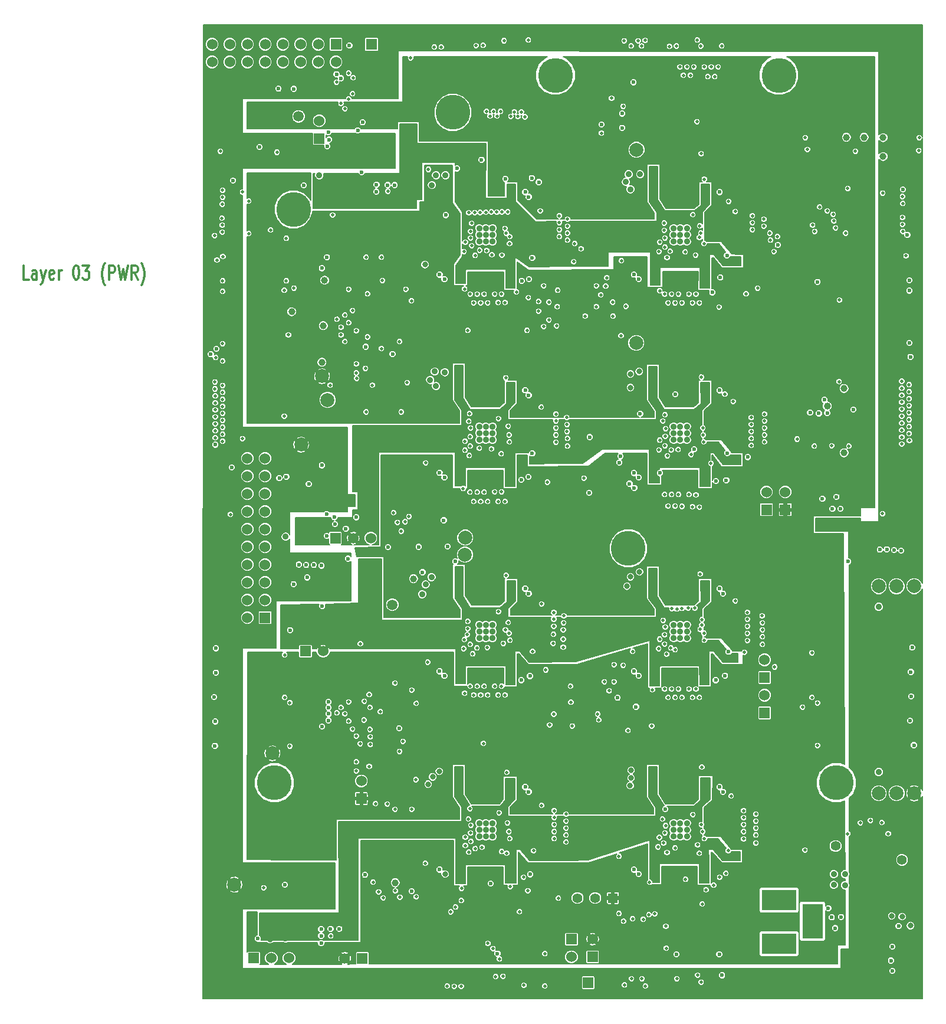
<source format=gbr>
G04 (created by PCBNEW-RS274X (2012-01-19 BZR 3256)-stable) date Tue 25 Sep 2012 19:38:28 BST*
G01*
G70*
G90*
%MOIN*%
G04 Gerber Fmt 3.4, Leading zero omitted, Abs format*
%FSLAX34Y34*%
G04 APERTURE LIST*
%ADD10C,0.009800*%
%ADD11C,0.012000*%
%ADD12R,0.055000X0.055000*%
%ADD13C,0.055000*%
%ADD14R,0.063000X0.063000*%
%ADD15R,0.060000X0.060000*%
%ADD16C,0.060000*%
%ADD17R,0.196900X0.118100*%
%ADD18R,0.118100X0.196900*%
%ADD19C,0.059100*%
%ADD20C,0.078700*%
%ADD21C,0.039400*%
%ADD22C,0.196900*%
%ADD23C,0.035400*%
%ADD24C,0.019700*%
%ADD25C,0.031500*%
%ADD26C,0.055100*%
%ADD27C,0.023600*%
%ADD28C,0.005900*%
G04 APERTURE END LIST*
G54D10*
G54D11*
X05574Y-24527D02*
X05288Y-24527D01*
X05288Y-23727D01*
X06031Y-24527D02*
X06031Y-24108D01*
X06002Y-24032D01*
X05945Y-23993D01*
X05831Y-23993D01*
X05774Y-24032D01*
X06031Y-24489D02*
X05974Y-24527D01*
X05831Y-24527D01*
X05774Y-24489D01*
X05745Y-24413D01*
X05745Y-24336D01*
X05774Y-24260D01*
X05831Y-24222D01*
X05974Y-24222D01*
X06031Y-24184D01*
X06260Y-23993D02*
X06403Y-24527D01*
X06545Y-23993D02*
X06403Y-24527D01*
X06345Y-24717D01*
X06317Y-24755D01*
X06260Y-24793D01*
X07002Y-24489D02*
X06945Y-24527D01*
X06831Y-24527D01*
X06774Y-24489D01*
X06745Y-24413D01*
X06745Y-24108D01*
X06774Y-24032D01*
X06831Y-23993D01*
X06945Y-23993D01*
X07002Y-24032D01*
X07031Y-24108D01*
X07031Y-24184D01*
X06745Y-24260D01*
X07288Y-24527D02*
X07288Y-23993D01*
X07288Y-24146D02*
X07316Y-24070D01*
X07345Y-24032D01*
X07402Y-23993D01*
X07459Y-23993D01*
X08230Y-23727D02*
X08287Y-23727D01*
X08344Y-23765D01*
X08373Y-23803D01*
X08402Y-23879D01*
X08430Y-24032D01*
X08430Y-24222D01*
X08402Y-24374D01*
X08373Y-24451D01*
X08344Y-24489D01*
X08287Y-24527D01*
X08230Y-24527D01*
X08173Y-24489D01*
X08144Y-24451D01*
X08116Y-24374D01*
X08087Y-24222D01*
X08087Y-24032D01*
X08116Y-23879D01*
X08144Y-23803D01*
X08173Y-23765D01*
X08230Y-23727D01*
X08630Y-23727D02*
X09001Y-23727D01*
X08801Y-24032D01*
X08887Y-24032D01*
X08944Y-24070D01*
X08973Y-24108D01*
X09001Y-24184D01*
X09001Y-24374D01*
X08973Y-24451D01*
X08944Y-24489D01*
X08887Y-24527D01*
X08715Y-24527D01*
X08658Y-24489D01*
X08630Y-24451D01*
X09886Y-24832D02*
X09858Y-24793D01*
X09801Y-24679D01*
X09772Y-24603D01*
X09743Y-24489D01*
X09715Y-24298D01*
X09715Y-24146D01*
X09743Y-23955D01*
X09772Y-23841D01*
X09801Y-23765D01*
X09858Y-23651D01*
X09886Y-23613D01*
X10115Y-24527D02*
X10115Y-23727D01*
X10343Y-23727D01*
X10401Y-23765D01*
X10429Y-23803D01*
X10458Y-23879D01*
X10458Y-23993D01*
X10429Y-24070D01*
X10401Y-24108D01*
X10343Y-24146D01*
X10115Y-24146D01*
X10658Y-23727D02*
X10801Y-24527D01*
X10915Y-23955D01*
X11029Y-24527D01*
X11172Y-23727D01*
X11744Y-24527D02*
X11544Y-24146D01*
X11401Y-24527D02*
X11401Y-23727D01*
X11629Y-23727D01*
X11687Y-23765D01*
X11715Y-23803D01*
X11744Y-23879D01*
X11744Y-23993D01*
X11715Y-24070D01*
X11687Y-24108D01*
X11629Y-24146D01*
X11401Y-24146D01*
X11944Y-24832D02*
X11972Y-24793D01*
X12029Y-24679D01*
X12058Y-24603D01*
X12087Y-24489D01*
X12115Y-24298D01*
X12115Y-24146D01*
X12087Y-23955D01*
X12058Y-23841D01*
X12029Y-23765D01*
X11972Y-23651D01*
X11944Y-23613D01*
G54D12*
X38598Y-59459D03*
G54D13*
X37598Y-59459D03*
X36598Y-59459D03*
G54D14*
X24951Y-11250D03*
G54D15*
X22939Y-11242D03*
G54D16*
X22939Y-12242D03*
X21939Y-11242D03*
X21939Y-12242D03*
X20939Y-11242D03*
X20939Y-12242D03*
X19939Y-11242D03*
X19939Y-12242D03*
X18939Y-11242D03*
X18939Y-12242D03*
X17939Y-11242D03*
X17939Y-12242D03*
X16939Y-11242D03*
X16939Y-12242D03*
X15939Y-12242D03*
X15939Y-11242D03*
G54D17*
X47982Y-62041D03*
X47982Y-59581D03*
G54D18*
X49872Y-60762D03*
G54D19*
X20827Y-15315D03*
X26122Y-42894D03*
G54D20*
X30236Y-40069D03*
G54D21*
X22303Y-24567D03*
G54D15*
X18935Y-43630D03*
G54D16*
X17935Y-43630D03*
X18935Y-42630D03*
X17935Y-42630D03*
X18935Y-41630D03*
X17935Y-41630D03*
X18935Y-40630D03*
X17935Y-40630D03*
X18935Y-39630D03*
X17935Y-39630D03*
X18935Y-38630D03*
X17935Y-38630D03*
X18935Y-37630D03*
X17935Y-37630D03*
X18935Y-36630D03*
X17935Y-36630D03*
X18935Y-35630D03*
X17935Y-35630D03*
X18935Y-34630D03*
X17935Y-34630D03*
G54D21*
X26289Y-58593D03*
X27323Y-41427D03*
X53868Y-16516D03*
X53868Y-17579D03*
X52795Y-16496D03*
X51791Y-16496D03*
X22224Y-27136D03*
X51663Y-34311D03*
X51663Y-30679D03*
X50709Y-31673D03*
X22146Y-29203D03*
G54D22*
X19469Y-52953D03*
X51220Y-52953D03*
X39469Y-39715D03*
X20543Y-20567D03*
X47972Y-12992D03*
G54D21*
X20443Y-26348D03*
G54D22*
X35345Y-12992D03*
G54D15*
X48337Y-37528D03*
G54D16*
X48337Y-36528D03*
G54D15*
X18291Y-62854D03*
G54D16*
X19291Y-62854D03*
X20291Y-62854D03*
G54D15*
X22917Y-39134D03*
G54D16*
X23917Y-39134D03*
X24917Y-39134D03*
G54D15*
X21222Y-45522D03*
G54D16*
X22222Y-45522D03*
G54D15*
X21998Y-16563D03*
G54D16*
X21998Y-15563D03*
G54D15*
X47165Y-47008D03*
G54D16*
X47165Y-46008D03*
G54D15*
X47169Y-49008D03*
G54D16*
X47169Y-48008D03*
G54D20*
X30246Y-39104D03*
X22156Y-29990D03*
X22470Y-31329D03*
X39931Y-17205D03*
X39911Y-28110D03*
X20974Y-33858D03*
X17200Y-58700D03*
X19350Y-51289D03*
X54630Y-41854D03*
X55630Y-41850D03*
X53622Y-41850D03*
X53622Y-53543D03*
X54634Y-53543D03*
X55630Y-53543D03*
G54D22*
X29547Y-15089D03*
G54D15*
X36252Y-61783D03*
G54D16*
X36252Y-62783D03*
G54D15*
X24437Y-62874D03*
G54D16*
X23437Y-62874D03*
G54D15*
X37449Y-62783D03*
G54D16*
X37449Y-61783D03*
G54D15*
X24380Y-53846D03*
G54D16*
X24380Y-52846D03*
G54D15*
X37197Y-64244D03*
X47274Y-37528D03*
G54D16*
X47274Y-36528D03*
G54D23*
X51083Y-58110D03*
X51713Y-58110D03*
X51083Y-58720D03*
X51713Y-58740D03*
G54D24*
X37125Y-25137D03*
G54D25*
X39390Y-34645D03*
G54D26*
X53031Y-36374D03*
G54D27*
X18287Y-18937D03*
G54D24*
X37835Y-48406D03*
X49508Y-39547D03*
G54D27*
X24173Y-15177D03*
G54D25*
X45059Y-20592D03*
G54D27*
X17126Y-18937D03*
G54D25*
X28465Y-23445D03*
G54D24*
X51929Y-32362D03*
G54D25*
X34291Y-46476D03*
G54D24*
X25611Y-61103D03*
G54D25*
X34350Y-35295D03*
G54D24*
X26240Y-29311D03*
G54D25*
X38898Y-43071D03*
G54D27*
X48661Y-23937D03*
G54D25*
X45472Y-46574D03*
G54D24*
X37776Y-49744D03*
G54D23*
X27795Y-31831D03*
G54D27*
X36752Y-36575D03*
G54D25*
X45177Y-24096D03*
G54D24*
X45315Y-57717D03*
G54D27*
X18150Y-14724D03*
X34134Y-24096D03*
G54D24*
X37815Y-47500D03*
X26556Y-61004D03*
X37106Y-26062D03*
X49724Y-40276D03*
G54D25*
X39311Y-45846D03*
G54D24*
X53031Y-36839D03*
G54D25*
X45315Y-35295D03*
G54D24*
X21093Y-28573D03*
G54D25*
X45079Y-31771D03*
X39429Y-57008D03*
G54D27*
X18307Y-15472D03*
G54D24*
X26378Y-50354D03*
G54D27*
X39488Y-23425D03*
G54D24*
X26319Y-52028D03*
G54D27*
X25866Y-40197D03*
G54D24*
X25295Y-23858D03*
X49528Y-39961D03*
X52996Y-37177D03*
G54D25*
X38996Y-20650D03*
G54D24*
X50965Y-32402D03*
G54D25*
X45098Y-42913D03*
G54D27*
X39094Y-31870D03*
X28169Y-38878D03*
G54D24*
X52323Y-12657D03*
G54D27*
X52972Y-18583D03*
G54D25*
X34075Y-31692D03*
G54D27*
X38917Y-54291D03*
G54D25*
X28465Y-34665D03*
G54D24*
X26319Y-47972D03*
G54D27*
X35748Y-35541D03*
G54D25*
X27972Y-20669D03*
X34134Y-42913D03*
G54D27*
X18524Y-14715D03*
G54D25*
X28465Y-45866D03*
X27795Y-43051D03*
G54D24*
X26260Y-25335D03*
G54D25*
X27854Y-54213D03*
G54D24*
X37106Y-27145D03*
G54D25*
X34094Y-54035D03*
G54D24*
X22195Y-25010D03*
G54D25*
X34094Y-20493D03*
G54D24*
X26181Y-27776D03*
X49980Y-32421D03*
G54D23*
X51437Y-44370D03*
G54D24*
X27481Y-61182D03*
G54D25*
X34291Y-57677D03*
G54D27*
X38425Y-62776D03*
G54D25*
X45039Y-54153D03*
X28425Y-57165D03*
G54D27*
X49587Y-39114D03*
X38464Y-12933D03*
X52614Y-36409D03*
X21407Y-36083D03*
X25886Y-39646D03*
X21319Y-41358D03*
X27835Y-41063D03*
X24173Y-16102D03*
X20059Y-58711D03*
X22854Y-41870D03*
G54D25*
X21919Y-59941D03*
G54D27*
X52440Y-62716D03*
G54D25*
X23366Y-42195D03*
X26122Y-17608D03*
G54D27*
X51810Y-62618D03*
G54D23*
X54626Y-52205D03*
G54D27*
X51024Y-38169D03*
G54D24*
X53248Y-39311D03*
X22854Y-36634D03*
G54D27*
X51417Y-38169D03*
X52125Y-62972D03*
G54D25*
X54390Y-59252D03*
X54941Y-57972D03*
G54D24*
X52657Y-39941D03*
G54D27*
X23169Y-42480D03*
X22126Y-59488D03*
G54D24*
X53209Y-39685D03*
X52421Y-39665D03*
G54D25*
X26102Y-18031D03*
G54D27*
X54656Y-44035D03*
G54D24*
X23907Y-36801D03*
G54D26*
X54996Y-58677D03*
G54D25*
X53819Y-58819D03*
G54D24*
X50984Y-38543D03*
G54D27*
X22835Y-37343D03*
G54D24*
X21496Y-59961D03*
X53835Y-37756D03*
X25846Y-54154D03*
X32185Y-62902D03*
X25177Y-54134D03*
X24094Y-29291D03*
X24094Y-27421D03*
X24094Y-29803D03*
X24094Y-50315D03*
X24114Y-30118D03*
X24094Y-52283D03*
X24094Y-51772D03*
G54D27*
X22520Y-48711D03*
G54D24*
X22972Y-13386D03*
X22992Y-26772D03*
G54D27*
X24587Y-58150D03*
G54D24*
X22992Y-49006D03*
X26201Y-37697D03*
X50276Y-20433D03*
G54D27*
X49744Y-32047D03*
G54D25*
X32874Y-19351D03*
G54D27*
X22372Y-19852D03*
G54D25*
X29921Y-18642D03*
X30000Y-24607D03*
X43839Y-19351D03*
X43839Y-24725D03*
G54D27*
X22687Y-19744D03*
X26752Y-16969D03*
G54D24*
X34311Y-23642D03*
G54D27*
X22077Y-19852D03*
X26772Y-16339D03*
G54D25*
X32835Y-24686D03*
X40886Y-18425D03*
G54D27*
X27264Y-16339D03*
X22687Y-18661D03*
G54D25*
X41043Y-24607D03*
G54D24*
X24311Y-19803D03*
X24626Y-19803D03*
G54D27*
X27264Y-16969D03*
X45039Y-23584D03*
G54D24*
X31909Y-36516D03*
X35787Y-44311D03*
X35256Y-44114D03*
X31516Y-37067D03*
X35236Y-44567D03*
X32106Y-37067D03*
X35807Y-43917D03*
X31319Y-36535D03*
X32303Y-36516D03*
X35787Y-44843D03*
X31122Y-37067D03*
X35256Y-43720D03*
X32500Y-37067D03*
X35217Y-45079D03*
X30925Y-36535D03*
X35827Y-43524D03*
X35787Y-45295D03*
X30512Y-36535D03*
X30728Y-37067D03*
X35256Y-43327D03*
X30610Y-21358D03*
G54D27*
X24626Y-28327D03*
G54D24*
X26969Y-30354D03*
X30453Y-32539D03*
X32638Y-55217D03*
X32677Y-32815D03*
X32490Y-21644D03*
X29701Y-59969D03*
X30394Y-27402D03*
X35020Y-49685D03*
X31280Y-50728D03*
X32677Y-43898D03*
X33740Y-27402D03*
G54D25*
X27972Y-23681D03*
G54D24*
X30807Y-23169D03*
X30217Y-25060D03*
X31457Y-22894D03*
X31756Y-23134D03*
G54D27*
X34012Y-18799D03*
G54D24*
X32323Y-23150D03*
X34488Y-20651D03*
G54D27*
X22146Y-23888D03*
X22431Y-23268D03*
X32516Y-18839D03*
X31171Y-17766D03*
X29783Y-18258D03*
X29154Y-20886D03*
G54D24*
X30449Y-20756D03*
X30787Y-20748D03*
X32037Y-20719D03*
X31732Y-20709D03*
G54D27*
X23701Y-11309D03*
G54D24*
X31098Y-20740D03*
X31409Y-20732D03*
X32648Y-20709D03*
X32333Y-20709D03*
X31063Y-22874D03*
X30551Y-21811D03*
X30551Y-32913D03*
X26890Y-25079D03*
X30472Y-34469D03*
X26634Y-32008D03*
X25571Y-24587D03*
X24646Y-32008D03*
X30256Y-22421D03*
X30236Y-33661D03*
G54D27*
X26142Y-28740D03*
G54D24*
X28012Y-34882D03*
X31043Y-34055D03*
X30138Y-36339D03*
X31732Y-34094D03*
X32539Y-30078D03*
X32126Y-32382D03*
X34547Y-31732D03*
X32283Y-34370D03*
X33819Y-25551D03*
X32569Y-21911D03*
X27205Y-25728D03*
X30492Y-32106D03*
X25512Y-28425D03*
X30610Y-22618D03*
X26535Y-28031D03*
X30531Y-33936D03*
X35374Y-32913D03*
X31516Y-25846D03*
X36004Y-33110D03*
X31909Y-25354D03*
X31319Y-25354D03*
X36004Y-32717D03*
X32106Y-25827D03*
X35374Y-33307D03*
X35374Y-32520D03*
X31122Y-25846D03*
X32303Y-25354D03*
X36024Y-33504D03*
X35984Y-32323D03*
X30925Y-25354D03*
X35374Y-33720D03*
X32500Y-25827D03*
X35374Y-32126D03*
X30728Y-25846D03*
X30531Y-25354D03*
X36024Y-33937D03*
G54D23*
X21998Y-18642D03*
G54D24*
X18012Y-20098D03*
X25000Y-30492D03*
X30236Y-34173D03*
X22756Y-20886D03*
X18012Y-21929D03*
X22618Y-30492D03*
X30177Y-22954D03*
X30531Y-33405D03*
X30551Y-22185D03*
X24646Y-23268D03*
X25512Y-23268D03*
X28169Y-18307D03*
X23445Y-26535D03*
X25453Y-48937D03*
X23445Y-14882D03*
G54D27*
X22520Y-49429D03*
G54D24*
X24882Y-50787D03*
G54D27*
X22972Y-12933D03*
G54D24*
X23445Y-28031D03*
X23445Y-49055D03*
X26634Y-38740D03*
X25354Y-59114D03*
X35571Y-21713D03*
X32240Y-15039D03*
X32043Y-15299D03*
X36024Y-21516D03*
X31846Y-15039D03*
X35571Y-21319D03*
X36024Y-21122D03*
X31654Y-15299D03*
X31453Y-15039D03*
X35571Y-20925D03*
G54D27*
X21447Y-38996D03*
G54D25*
X40925Y-35806D03*
G54D27*
X21307Y-38193D03*
X32854Y-30571D03*
X20768Y-39114D03*
G54D25*
X43839Y-35885D03*
G54D27*
X21083Y-38996D03*
X24528Y-35669D03*
X24980Y-36299D03*
G54D23*
X29902Y-29646D03*
G54D25*
X32854Y-35885D03*
X43799Y-30531D03*
G54D27*
X24567Y-36299D03*
X24823Y-35945D03*
X34114Y-34802D03*
X21811Y-38996D03*
X30039Y-35906D03*
G54D25*
X40886Y-29646D03*
G54D27*
X45079Y-34802D03*
X39026Y-34508D03*
X37283Y-33425D03*
G54D24*
X51398Y-25689D03*
X51378Y-30295D03*
X47047Y-44311D03*
X42894Y-36673D03*
X46201Y-44114D03*
X42500Y-37343D03*
X46199Y-44510D03*
X43091Y-37362D03*
X42303Y-36673D03*
X47044Y-43920D03*
X47047Y-44705D03*
X43287Y-36693D03*
X42106Y-37323D03*
X46201Y-43720D03*
X43484Y-37382D03*
X46201Y-44921D03*
X41909Y-36673D03*
X47028Y-43524D03*
X41516Y-36673D03*
X47047Y-45138D03*
X41713Y-37323D03*
X46201Y-43327D03*
X37028Y-26594D03*
X41496Y-21340D03*
X41417Y-32519D03*
X39055Y-27697D03*
X39075Y-23466D03*
X41654Y-23288D03*
X41240Y-25159D03*
X42677Y-22972D03*
X43110Y-20867D03*
X43760Y-18859D03*
X45512Y-20690D03*
X43268Y-23150D03*
X43563Y-21909D03*
X46122Y-25335D03*
X39331Y-26043D03*
X41535Y-32165D03*
X37657Y-26063D03*
X41496Y-21752D03*
X38583Y-25807D03*
X41890Y-34154D03*
X41831Y-22933D03*
X41575Y-32952D03*
G54D27*
X40138Y-32116D03*
X39537Y-36063D03*
X42126Y-31014D03*
X39803Y-36299D03*
X38957Y-34862D03*
G54D24*
X41673Y-34487D03*
G54D27*
X41250Y-35453D03*
G54D24*
X42283Y-34134D03*
X43602Y-30039D03*
G54D27*
X43181Y-34118D03*
G54D24*
X45394Y-31417D03*
X43012Y-34409D03*
X44134Y-34911D03*
X41240Y-22421D03*
X37657Y-24882D03*
X38189Y-24902D03*
X41240Y-33602D03*
X41535Y-33917D03*
X41535Y-22697D03*
X37913Y-25394D03*
X42500Y-25846D03*
X47165Y-32913D03*
X46417Y-33110D03*
X42894Y-25354D03*
X46417Y-32717D03*
X42303Y-25354D03*
X47165Y-33307D03*
X43091Y-25846D03*
X47165Y-32520D03*
X42106Y-25846D03*
X46417Y-33504D03*
X43287Y-25354D03*
X46417Y-32323D03*
X41909Y-25354D03*
X43484Y-25846D03*
X47165Y-33701D03*
X47165Y-32126D03*
X41713Y-25846D03*
X46417Y-33898D03*
X41516Y-25354D03*
G54D23*
X20098Y-39055D03*
G54D24*
X41535Y-22186D03*
X41201Y-34153D03*
X41201Y-22953D03*
G54D27*
X39763Y-13386D03*
G54D24*
X38248Y-24429D03*
X36378Y-23524D03*
X38602Y-26594D03*
X41555Y-33385D03*
X46772Y-25020D03*
X49882Y-21457D03*
X43583Y-17421D03*
X43346Y-15610D03*
X46476Y-21713D03*
X43169Y-12520D03*
X42972Y-12992D03*
X47126Y-21516D03*
X42776Y-12520D03*
X46476Y-21319D03*
X42579Y-12992D03*
X47126Y-21122D03*
X42382Y-12520D03*
X46476Y-20925D03*
G54D27*
X23760Y-58937D03*
X19850Y-60921D03*
G54D25*
X32874Y-58346D03*
X19213Y-61811D03*
X29843Y-52244D03*
G54D27*
X23760Y-58524D03*
G54D25*
X43839Y-52972D03*
G54D27*
X19858Y-61358D03*
G54D25*
X30020Y-58366D03*
X32795Y-52933D03*
G54D27*
X40846Y-52205D03*
X20295Y-61362D03*
X20315Y-60925D03*
X34114Y-57185D03*
X19598Y-61681D03*
X45138Y-57185D03*
G54D25*
X43819Y-58386D03*
X40945Y-58307D03*
G54D27*
X20100Y-61800D03*
X23268Y-58327D03*
G54D24*
X50157Y-48445D03*
X50157Y-50846D03*
G54D27*
X42185Y-62638D03*
X44606Y-62638D03*
G54D24*
X41437Y-43779D03*
X35256Y-49075D03*
X41398Y-55000D03*
X39449Y-50000D03*
X43593Y-55315D03*
X49006Y-33543D03*
X43622Y-44035D03*
X43504Y-21496D03*
X43681Y-32913D03*
X41634Y-45689D03*
X39705Y-45531D03*
X40827Y-47697D03*
X42106Y-45437D03*
X43228Y-43087D03*
X43524Y-41161D03*
X45512Y-42677D03*
X43632Y-43730D03*
X43524Y-44291D03*
G54D27*
X41555Y-54449D03*
G54D24*
X46033Y-45581D03*
G54D27*
X39902Y-48661D03*
G54D24*
X41870Y-45335D03*
G54D27*
X38858Y-48150D03*
G54D24*
X41575Y-55374D03*
X37736Y-49075D03*
X41555Y-44154D03*
X41516Y-45118D03*
X41457Y-56358D03*
X38386Y-47756D03*
X38937Y-57106D03*
X41654Y-56890D03*
X40665Y-58571D03*
X42106Y-56634D03*
X43622Y-52067D03*
X43110Y-54744D03*
X43386Y-56457D03*
X45276Y-53701D03*
X38110Y-47244D03*
X41220Y-56043D03*
X41240Y-44842D03*
X38661Y-47244D03*
X45984Y-55315D03*
X42500Y-48130D03*
X42894Y-47657D03*
X46673Y-55512D03*
X46673Y-55118D03*
X42303Y-47657D03*
X43091Y-48130D03*
X45984Y-55709D03*
X42106Y-48130D03*
X45984Y-54921D03*
X46673Y-55906D03*
X43287Y-47657D03*
X41909Y-47657D03*
X46673Y-54724D03*
X43484Y-48130D03*
X45984Y-56122D03*
X45984Y-54528D03*
X41713Y-48130D03*
X41516Y-47657D03*
X46673Y-56358D03*
X24528Y-49409D03*
X34390Y-25768D03*
X23878Y-49921D03*
X23878Y-26280D03*
X23878Y-14035D03*
X34390Y-26319D03*
G54D27*
X27224Y-59075D03*
G54D24*
X24547Y-48346D03*
X23917Y-13130D03*
G54D27*
X22156Y-49774D03*
G54D24*
X27067Y-37913D03*
G54D27*
X18524Y-61752D03*
G54D24*
X23228Y-14587D03*
X23228Y-27224D03*
X34685Y-27185D03*
X34685Y-24882D03*
X24862Y-48701D03*
X24862Y-49941D03*
G54D27*
X23228Y-13159D03*
G54D24*
X23228Y-27657D03*
G54D27*
X22530Y-49055D03*
G54D24*
X25039Y-58563D03*
X23228Y-48701D03*
X26417Y-38248D03*
X41516Y-44587D03*
X41142Y-56575D03*
X41181Y-45374D03*
X53839Y-19646D03*
X39173Y-46319D03*
X49311Y-48681D03*
X40787Y-49744D03*
X38661Y-46280D03*
X41535Y-55787D03*
X38937Y-60335D03*
X49843Y-45610D03*
X49843Y-48130D03*
G54D27*
X45157Y-45944D03*
X21102Y-44311D03*
X24587Y-41142D03*
X24941Y-40748D03*
X21634Y-43622D03*
X21683Y-44311D03*
G54D25*
X43780Y-47145D03*
X32854Y-41752D03*
X32854Y-47126D03*
X41004Y-47205D03*
X29902Y-40925D03*
G54D27*
X22126Y-44331D03*
X24587Y-40453D03*
G54D23*
X29961Y-47106D03*
G54D25*
X43839Y-41752D03*
G54D27*
X21427Y-44045D03*
G54D25*
X40906Y-41024D03*
G54D27*
X34075Y-45964D03*
X32067Y-62598D03*
G54D24*
X34752Y-62602D03*
X30394Y-43838D03*
X24311Y-50748D03*
X30433Y-55000D03*
X27461Y-52776D03*
X30669Y-45669D03*
X28130Y-46142D03*
X30217Y-47894D03*
X31496Y-45315D03*
X32559Y-41240D03*
X32126Y-43287D03*
X34567Y-42854D03*
X32402Y-45078D03*
X30256Y-56023D03*
X30197Y-44862D03*
G54D27*
X26516Y-49882D03*
G54D24*
X30807Y-56673D03*
X27992Y-57500D03*
X30039Y-58917D03*
X31201Y-56594D03*
X32598Y-52362D03*
X32165Y-54646D03*
X32307Y-56835D03*
X34567Y-54232D03*
X30512Y-54409D03*
X32520Y-44311D03*
X34803Y-46575D03*
X27480Y-48465D03*
X27224Y-47717D03*
X30453Y-56870D03*
X30906Y-45335D03*
X30571Y-55354D03*
X27224Y-54449D03*
X26280Y-47323D03*
X30394Y-44252D03*
X26280Y-54449D03*
X30571Y-56260D03*
X30531Y-45137D03*
X26535Y-51181D03*
X26732Y-50610D03*
X35276Y-55315D03*
X31516Y-47992D03*
X35945Y-55512D03*
X31909Y-47500D03*
X31319Y-47500D03*
X35945Y-55118D03*
X35276Y-55709D03*
X32106Y-47992D03*
X35276Y-54921D03*
X31122Y-47992D03*
X32303Y-47500D03*
X35945Y-55906D03*
X30925Y-47500D03*
X35945Y-54724D03*
X35276Y-56102D03*
X32500Y-47992D03*
X35276Y-54528D03*
X30728Y-47992D03*
X35945Y-56299D03*
X30531Y-47500D03*
G54D27*
X20354Y-44331D03*
G54D24*
X30256Y-56496D03*
X32795Y-58819D03*
X30551Y-55787D03*
X30157Y-45374D03*
X24321Y-45098D03*
X16978Y-37795D03*
X16407Y-17283D03*
X30364Y-44587D03*
X51043Y-20846D03*
G54D27*
X50157Y-24665D03*
X50709Y-32067D03*
G54D26*
X54937Y-57315D03*
G54D24*
X38523Y-14291D03*
G54D27*
X39114Y-15157D03*
X39114Y-15965D03*
G54D24*
X43858Y-58996D03*
X49449Y-56752D03*
X51752Y-21909D03*
X50000Y-21811D03*
X39705Y-60630D03*
X52303Y-17283D03*
X19252Y-21732D03*
G54D27*
X18622Y-17047D03*
X37953Y-15768D03*
G54D24*
X37953Y-16260D03*
G54D27*
X50551Y-31319D03*
G54D24*
X51083Y-21220D03*
X17657Y-19587D03*
X17657Y-33514D03*
X51181Y-21614D03*
G54D27*
X52185Y-31870D03*
X50236Y-32087D03*
G54D24*
X50709Y-20650D03*
G54D27*
X15866Y-28750D03*
X16181Y-28445D03*
G54D24*
X35512Y-59469D03*
X31815Y-62311D03*
G54D27*
X31683Y-58642D03*
G54D24*
X30024Y-59606D03*
X33319Y-60232D03*
X31524Y-62024D03*
X32591Y-56929D03*
X29429Y-60240D03*
X44287Y-58736D03*
X41614Y-62295D03*
X42701Y-58406D03*
X40965Y-60354D03*
X43642Y-59799D03*
X41587Y-61055D03*
X40630Y-60402D03*
X43484Y-56933D03*
G54D27*
X44419Y-35915D03*
G54D23*
X31790Y-44037D03*
G54D27*
X24390Y-18465D03*
X33917Y-58120D03*
G54D24*
X16122Y-32284D03*
X32726Y-33307D03*
G54D27*
X33415Y-35837D03*
X33819Y-35679D03*
G54D24*
X33563Y-64390D03*
X34744Y-64429D03*
X55335Y-32441D03*
X39627Y-11339D03*
X31260Y-11303D03*
G54D27*
X44931Y-46900D03*
X44409Y-47156D03*
X33415Y-47156D03*
X33907Y-46919D03*
G54D24*
X44745Y-11339D03*
X44980Y-58071D03*
G54D23*
X31417Y-21635D03*
G54D27*
X51890Y-40453D03*
G54D23*
X39331Y-19016D03*
G54D27*
X21693Y-40650D03*
X39782Y-46656D03*
G54D24*
X25876Y-19547D03*
G54D27*
X44624Y-41991D03*
X23504Y-38602D03*
G54D23*
X31790Y-55236D03*
G54D27*
X16161Y-45354D03*
X29073Y-46911D03*
X44625Y-30788D03*
G54D24*
X55335Y-32047D03*
G54D23*
X31042Y-44411D03*
X28012Y-41752D03*
G54D27*
X40058Y-35709D03*
X29252Y-39606D03*
X33641Y-30785D03*
G54D24*
X42205Y-64016D03*
X40415Y-11024D03*
G54D25*
X28406Y-52618D03*
G54D24*
X16535Y-33661D03*
G54D23*
X27815Y-42303D03*
G54D27*
X45058Y-34330D03*
G54D24*
X24823Y-52028D03*
G54D23*
X31417Y-22383D03*
G54D24*
X55335Y-31654D03*
G54D27*
X54743Y-61043D03*
G54D23*
X42027Y-22007D03*
X42775Y-33583D03*
G54D25*
X28780Y-52303D03*
G54D27*
X55512Y-45315D03*
G54D24*
X32386Y-63878D03*
X44921Y-31003D03*
G54D23*
X42027Y-22381D03*
G54D27*
X45138Y-45551D03*
X33837Y-53464D03*
X34035Y-23307D03*
G54D23*
X53622Y-43012D03*
G54D24*
X49469Y-16516D03*
X54921Y-33031D03*
X32717Y-55709D03*
X54921Y-31850D03*
X54921Y-30276D03*
X43583Y-64213D03*
G54D27*
X33640Y-53189D03*
G54D23*
X28524Y-29724D03*
G54D27*
X25866Y-19193D03*
G54D24*
X55157Y-23189D03*
X16535Y-29134D03*
G54D23*
X42775Y-33209D03*
G54D27*
X28798Y-46655D03*
X37254Y-36575D03*
G54D24*
X35452Y-26062D03*
X31969Y-63898D03*
X40236Y-64016D03*
G54D23*
X28366Y-19193D03*
G54D27*
X23130Y-61201D03*
G54D24*
X40433Y-64429D03*
G54D27*
X54390Y-63583D03*
G54D23*
X29094Y-29764D03*
G54D24*
X16535Y-32087D03*
G54D23*
X31791Y-33206D03*
X42401Y-21633D03*
G54D27*
X54390Y-62205D03*
G54D24*
X51929Y-33937D03*
G54D27*
X28799Y-24253D03*
X55236Y-22008D03*
G54D25*
X39587Y-29862D03*
G54D24*
X36201Y-47500D03*
X32441Y-11043D03*
X43484Y-22156D03*
X54921Y-33819D03*
G54D27*
X55354Y-28110D03*
G54D24*
X43367Y-11005D03*
G54D23*
X31042Y-55236D03*
G54D24*
X54921Y-30669D03*
G54D27*
X55413Y-28898D03*
G54D25*
X39626Y-52677D03*
G54D27*
X45039Y-23169D03*
G54D24*
X16535Y-33268D03*
X16122Y-33071D03*
X16122Y-31496D03*
X16535Y-32874D03*
X16122Y-32677D03*
G54D27*
X22106Y-62008D03*
X55354Y-24567D03*
G54D24*
X44626Y-58287D03*
X43386Y-63819D03*
X54961Y-21417D03*
G54D27*
X51496Y-60531D03*
X22638Y-61201D03*
G54D24*
X24823Y-47972D03*
G54D27*
X22450Y-17000D03*
X16122Y-33858D03*
G54D23*
X31791Y-33580D03*
G54D24*
X16102Y-30315D03*
X51870Y-19390D03*
G54D27*
X16161Y-46732D03*
X22106Y-61594D03*
G54D24*
X36220Y-48406D03*
G54D23*
X31417Y-44411D03*
G54D24*
X55335Y-32835D03*
X39234Y-11044D03*
G54D23*
X42401Y-33583D03*
X42774Y-55611D03*
G54D24*
X55886Y-17244D03*
G54D23*
X42400Y-44038D03*
X39587Y-19429D03*
G54D27*
X22854Y-37953D03*
X33838Y-19863D03*
G54D23*
X42775Y-21633D03*
G54D27*
X22126Y-40689D03*
X33838Y-31060D03*
X53681Y-39784D03*
G54D24*
X32726Y-44508D03*
X54154Y-55827D03*
X26556Y-59410D03*
X52579Y-55217D03*
G54D27*
X55610Y-50827D03*
G54D23*
X42774Y-44786D03*
G54D27*
X22165Y-42972D03*
G54D24*
X39173Y-14744D03*
G54D26*
X51177Y-56524D03*
G54D27*
X40057Y-58111D03*
X50433Y-36909D03*
X55453Y-48071D03*
G54D24*
X43740Y-44508D03*
G54D27*
X44625Y-19586D03*
G54D23*
X29134Y-18642D03*
G54D27*
X22146Y-35020D03*
G54D23*
X39488Y-18583D03*
G54D24*
X29626Y-64449D03*
G54D23*
X31042Y-44785D03*
G54D24*
X16535Y-32480D03*
G54D27*
X24449Y-15650D03*
G54D24*
X49587Y-17185D03*
G54D23*
X42402Y-33209D03*
X31791Y-22383D03*
X42027Y-33583D03*
X53622Y-52343D03*
X42775Y-22007D03*
G54D24*
X16535Y-19882D03*
G54D27*
X17047Y-35138D03*
G54D23*
X31416Y-44037D03*
G54D27*
X16102Y-50866D03*
G54D23*
X31043Y-32832D03*
X31043Y-33206D03*
G54D27*
X50768Y-60039D03*
G54D25*
X28150Y-53031D03*
G54D24*
X42186Y-11340D03*
X16517Y-21458D03*
X41795Y-11362D03*
G54D27*
X19743Y-35745D03*
G54D23*
X31790Y-44785D03*
G54D24*
X18858Y-58878D03*
G54D27*
X40058Y-24507D03*
G54D24*
X16122Y-31890D03*
X53150Y-55079D03*
G54D27*
X24094Y-37953D03*
G54D24*
X54921Y-31457D03*
X54961Y-21024D03*
X28502Y-11397D03*
G54D27*
X22509Y-16213D03*
G54D24*
X51870Y-55827D03*
G54D27*
X39783Y-24251D03*
G54D25*
X40079Y-29724D03*
G54D27*
X20551Y-41733D03*
G54D25*
X54941Y-60512D03*
G54D23*
X42774Y-44038D03*
X42026Y-55611D03*
X42027Y-21633D03*
G54D24*
X16535Y-31299D03*
G54D27*
X22106Y-61220D03*
G54D24*
X16516Y-21850D03*
G54D27*
X22549Y-16626D03*
G54D24*
X35413Y-27145D03*
G54D23*
X31790Y-55984D03*
G54D24*
X39646Y-64016D03*
X35472Y-25137D03*
G54D27*
X50965Y-60551D03*
G54D23*
X42401Y-22381D03*
X42026Y-44038D03*
X31043Y-22009D03*
G54D27*
X55433Y-46693D03*
G54D23*
X40138Y-18583D03*
X42027Y-33209D03*
G54D27*
X54980Y-19449D03*
G54D23*
X31791Y-21635D03*
G54D24*
X16535Y-31693D03*
G54D27*
X27618Y-39626D03*
G54D23*
X31791Y-22009D03*
X31417Y-32832D03*
G54D24*
X16496Y-21063D03*
X54921Y-32638D03*
X16535Y-19488D03*
G54D27*
X44213Y-25257D03*
G54D23*
X28268Y-30197D03*
G54D24*
X16535Y-24606D03*
X28895Y-11397D03*
G54D23*
X31043Y-21635D03*
G54D24*
X16555Y-23228D03*
G54D27*
X51160Y-61161D03*
G54D24*
X16102Y-30709D03*
G54D27*
X16063Y-48110D03*
G54D24*
X30866Y-11319D03*
G54D27*
X54881Y-39843D03*
X25226Y-19567D03*
X44821Y-42266D03*
G54D23*
X28346Y-41339D03*
G54D27*
X44665Y-24410D03*
X28799Y-35450D03*
G54D23*
X42026Y-55237D03*
G54D24*
X54921Y-33425D03*
X39252Y-64370D03*
X53799Y-55197D03*
G54D23*
X42774Y-55985D03*
G54D27*
X33858Y-24508D03*
X33445Y-24606D03*
G54D24*
X34114Y-56791D03*
X33817Y-11003D03*
G54D27*
X25236Y-19173D03*
G54D24*
X55335Y-31260D03*
G54D23*
X31790Y-55610D03*
G54D24*
X30020Y-64449D03*
G54D27*
X34409Y-19026D03*
G54D23*
X42400Y-55985D03*
X28602Y-18642D03*
G54D27*
X22890Y-38346D03*
G54D23*
X31790Y-44411D03*
G54D27*
X39782Y-57855D03*
G54D23*
X31042Y-44037D03*
G54D27*
X22421Y-39012D03*
G54D24*
X24606Y-29547D03*
X54961Y-19843D03*
G54D27*
X54488Y-39804D03*
G54D25*
X40098Y-41043D03*
G54D24*
X55354Y-33622D03*
G54D23*
X42026Y-55985D03*
G54D27*
X55354Y-25157D03*
X26260Y-19193D03*
G54D23*
X31418Y-33206D03*
G54D24*
X55906Y-16516D03*
G54D23*
X42401Y-55611D03*
G54D24*
X54921Y-32244D03*
G54D23*
X31043Y-33580D03*
G54D24*
X16535Y-28150D03*
X27481Y-59390D03*
G54D23*
X42774Y-44412D03*
G54D27*
X51457Y-37480D03*
G54D24*
X16142Y-28937D03*
X50965Y-33917D03*
X54980Y-21811D03*
G54D23*
X31043Y-22383D03*
G54D24*
X19606Y-17343D03*
G54D27*
X33640Y-41990D03*
X21260Y-40650D03*
G54D24*
X16122Y-31102D03*
X24882Y-50354D03*
X33543Y-58287D03*
X24724Y-27776D03*
X34055Y-45531D03*
G54D27*
X45000Y-35865D03*
G54D24*
X22648Y-61604D03*
G54D23*
X42402Y-22007D03*
G54D27*
X33837Y-42265D03*
G54D23*
X28602Y-30551D03*
G54D27*
X39783Y-35453D03*
G54D23*
X42774Y-55237D03*
X31416Y-55984D03*
G54D24*
X32766Y-22106D03*
X16536Y-30513D03*
X16516Y-20276D03*
G54D27*
X34035Y-34350D03*
G54D25*
X39567Y-53110D03*
G54D27*
X51004Y-37480D03*
G54D23*
X31791Y-32832D03*
G54D24*
X43671Y-55709D03*
G54D27*
X44821Y-53465D03*
G54D25*
X39626Y-52244D03*
X54350Y-60472D03*
G54D23*
X31042Y-55984D03*
G54D25*
X29114Y-58110D03*
G54D23*
X42401Y-32835D03*
G54D25*
X55413Y-61024D03*
G54D24*
X36299Y-49744D03*
X16220Y-23425D03*
G54D27*
X22417Y-37768D03*
G54D24*
X20571Y-25010D03*
X40021Y-11044D03*
G54D27*
X20137Y-35666D03*
X16122Y-49488D03*
G54D23*
X42026Y-44412D03*
G54D27*
X29074Y-24509D03*
G54D25*
X39390Y-41850D03*
G54D24*
X16083Y-22047D03*
G54D25*
X39587Y-41319D03*
G54D24*
X25611Y-59449D03*
G54D23*
X31042Y-55610D03*
X42775Y-22381D03*
G54D24*
X55335Y-30472D03*
G54D27*
X55394Y-49449D03*
X40057Y-46912D03*
G54D24*
X16535Y-25197D03*
X45138Y-20118D03*
G54D23*
X42400Y-55237D03*
G54D27*
X44764Y-63819D03*
G54D24*
X27165Y-12008D03*
G54D27*
X54311Y-62992D03*
X51230Y-36801D03*
G54D23*
X42400Y-44786D03*
G54D27*
X28798Y-57854D03*
G54D24*
X54980Y-20236D03*
G54D23*
X42026Y-44786D03*
G54D27*
X23622Y-40296D03*
X54074Y-39765D03*
G54D24*
X40218Y-11339D03*
G54D27*
X20846Y-40630D03*
G54D25*
X39587Y-30630D03*
G54D23*
X31416Y-44785D03*
G54D24*
X55335Y-33228D03*
G54D27*
X33641Y-19588D03*
G54D24*
X45118Y-56791D03*
G54D23*
X31417Y-33580D03*
X42027Y-32835D03*
X31418Y-22009D03*
X31417Y-55610D03*
G54D24*
X54921Y-31063D03*
G54D27*
X44624Y-53190D03*
G54D24*
X16535Y-30906D03*
X43564Y-11340D03*
X16122Y-33465D03*
G54D23*
X42401Y-44412D03*
G54D24*
X49980Y-33937D03*
X55335Y-30866D03*
G54D23*
X42775Y-32835D03*
G54D24*
X39193Y-60768D03*
G54D27*
X21122Y-19213D03*
G54D23*
X31416Y-55236D03*
G54D24*
X24724Y-25335D03*
X20256Y-27657D03*
G54D27*
X29074Y-35706D03*
G54D24*
X43760Y-44902D03*
X47736Y-46407D03*
X37795Y-49400D03*
X40305Y-60659D03*
X43760Y-56102D03*
X36959Y-35748D03*
X34892Y-35974D03*
X33789Y-59045D03*
X32746Y-33701D03*
X32776Y-44902D03*
X32766Y-56102D03*
X43740Y-22500D03*
X44596Y-26083D03*
X33140Y-25226D03*
X43730Y-33701D03*
X32756Y-22500D03*
X33622Y-15343D03*
X36791Y-22795D03*
X36024Y-22303D03*
X33224Y-15323D03*
X36024Y-21909D03*
X32827Y-15319D03*
X20335Y-48425D03*
X20335Y-50886D03*
X20039Y-45728D03*
X20039Y-48130D03*
X47461Y-21909D03*
X43760Y-12520D03*
X47894Y-22106D03*
X43957Y-13071D03*
X47500Y-22303D03*
X44154Y-12520D03*
X44350Y-13071D03*
G54D27*
X47913Y-22579D03*
G54D24*
X44547Y-12520D03*
X47697Y-22953D03*
X20138Y-24606D03*
X20138Y-22205D03*
X20020Y-32244D03*
X20020Y-25138D03*
G54D27*
X19695Y-13750D03*
X20561Y-13760D03*
G54D24*
X29232Y-64429D03*
X33028Y-15063D03*
X35571Y-22106D03*
X36437Y-22500D03*
X33421Y-15075D03*
X43701Y-33307D03*
G54D27*
X46220Y-34557D03*
G54D24*
X42500Y-43102D03*
X41933Y-43122D03*
X42209Y-43138D03*
X42846Y-43091D03*
X23661Y-26969D03*
X23661Y-48386D03*
X34980Y-25807D03*
G54D27*
X29685Y-40453D03*
G54D24*
X26299Y-59055D03*
X34980Y-26811D03*
X23661Y-25079D03*
G54D27*
X22520Y-48386D03*
G54D24*
X23661Y-14331D03*
X26850Y-38209D03*
G54D27*
X29035Y-38130D03*
G54D24*
X23661Y-12874D03*
X23661Y-49469D03*
G54D10*
G36*
X56093Y-10147D02*
X56090Y-16478D01*
X56063Y-16411D01*
X56011Y-16359D01*
X55943Y-16331D01*
X55869Y-16331D01*
X55801Y-16359D01*
X55749Y-16411D01*
X55721Y-16479D01*
X55721Y-16553D01*
X55749Y-16621D01*
X55801Y-16673D01*
X55869Y-16701D01*
X55943Y-16701D01*
X56011Y-16673D01*
X56063Y-16621D01*
X56090Y-16553D01*
X56081Y-41683D01*
X56071Y-41658D01*
X56071Y-17281D01*
X56071Y-17207D01*
X56043Y-17139D01*
X55991Y-17087D01*
X55923Y-17059D01*
X55849Y-17059D01*
X55781Y-17087D01*
X55729Y-17139D01*
X55701Y-17207D01*
X55701Y-17281D01*
X55729Y-17349D01*
X55781Y-17401D01*
X55849Y-17429D01*
X55923Y-17429D01*
X55991Y-17401D01*
X56043Y-17349D01*
X56071Y-17281D01*
X56071Y-41658D01*
X56038Y-41578D01*
X55903Y-41443D01*
X55726Y-41369D01*
X55619Y-41369D01*
X55619Y-28939D01*
X55619Y-28857D01*
X55588Y-28781D01*
X55560Y-28753D01*
X55560Y-28151D01*
X55560Y-28069D01*
X55560Y-25198D01*
X55560Y-25116D01*
X55560Y-24608D01*
X55560Y-24526D01*
X55529Y-24450D01*
X55471Y-24392D01*
X55442Y-24380D01*
X55442Y-22049D01*
X55442Y-21967D01*
X55411Y-21891D01*
X55353Y-21833D01*
X55277Y-21802D01*
X55195Y-21802D01*
X55186Y-21805D01*
X55186Y-19490D01*
X55186Y-19408D01*
X55155Y-19332D01*
X55097Y-19274D01*
X55021Y-19243D01*
X54939Y-19243D01*
X54863Y-19274D01*
X54805Y-19332D01*
X54774Y-19408D01*
X54774Y-19490D01*
X54805Y-19566D01*
X54863Y-19624D01*
X54939Y-19655D01*
X55021Y-19655D01*
X55097Y-19624D01*
X55155Y-19566D01*
X55186Y-19490D01*
X55186Y-21805D01*
X55165Y-21814D01*
X55165Y-21774D01*
X55165Y-20273D01*
X55165Y-20199D01*
X55146Y-20152D01*
X55146Y-19880D01*
X55146Y-19806D01*
X55118Y-19738D01*
X55066Y-19686D01*
X54998Y-19658D01*
X54924Y-19658D01*
X54856Y-19686D01*
X54804Y-19738D01*
X54776Y-19806D01*
X54776Y-19880D01*
X54804Y-19948D01*
X54856Y-20000D01*
X54924Y-20028D01*
X54998Y-20028D01*
X55066Y-20000D01*
X55118Y-19948D01*
X55146Y-19880D01*
X55146Y-20152D01*
X55137Y-20131D01*
X55085Y-20079D01*
X55017Y-20051D01*
X54943Y-20051D01*
X54875Y-20079D01*
X54823Y-20131D01*
X54795Y-20199D01*
X54795Y-20273D01*
X54823Y-20341D01*
X54875Y-20393D01*
X54943Y-20421D01*
X55017Y-20421D01*
X55085Y-20393D01*
X55137Y-20341D01*
X55165Y-20273D01*
X55165Y-21774D01*
X55146Y-21727D01*
X55146Y-21454D01*
X55146Y-21380D01*
X55146Y-21061D01*
X55146Y-20987D01*
X55118Y-20919D01*
X55066Y-20867D01*
X54998Y-20839D01*
X54924Y-20839D01*
X54856Y-20867D01*
X54804Y-20919D01*
X54776Y-20987D01*
X54776Y-21061D01*
X54804Y-21129D01*
X54856Y-21181D01*
X54924Y-21209D01*
X54998Y-21209D01*
X55066Y-21181D01*
X55118Y-21129D01*
X55146Y-21061D01*
X55146Y-21380D01*
X55118Y-21312D01*
X55066Y-21260D01*
X54998Y-21232D01*
X54924Y-21232D01*
X54856Y-21260D01*
X54804Y-21312D01*
X54776Y-21380D01*
X54776Y-21454D01*
X54804Y-21522D01*
X54856Y-21574D01*
X54924Y-21602D01*
X54998Y-21602D01*
X55066Y-21574D01*
X55118Y-21522D01*
X55146Y-21454D01*
X55146Y-21727D01*
X55137Y-21706D01*
X55085Y-21654D01*
X55017Y-21626D01*
X54943Y-21626D01*
X54875Y-21654D01*
X54823Y-21706D01*
X54795Y-21774D01*
X54795Y-21848D01*
X54823Y-21916D01*
X54875Y-21968D01*
X54943Y-21996D01*
X55017Y-21996D01*
X55030Y-21990D01*
X55030Y-22049D01*
X55061Y-22125D01*
X55119Y-22183D01*
X55195Y-22214D01*
X55277Y-22214D01*
X55353Y-22183D01*
X55411Y-22125D01*
X55442Y-22049D01*
X55442Y-24380D01*
X55395Y-24361D01*
X55342Y-24361D01*
X55342Y-23226D01*
X55342Y-23152D01*
X55314Y-23084D01*
X55262Y-23032D01*
X55194Y-23004D01*
X55120Y-23004D01*
X55052Y-23032D01*
X55000Y-23084D01*
X54972Y-23152D01*
X54972Y-23226D01*
X55000Y-23294D01*
X55052Y-23346D01*
X55120Y-23374D01*
X55194Y-23374D01*
X55262Y-23346D01*
X55314Y-23294D01*
X55342Y-23226D01*
X55342Y-24361D01*
X55313Y-24361D01*
X55237Y-24392D01*
X55179Y-24450D01*
X55148Y-24526D01*
X55148Y-24608D01*
X55179Y-24684D01*
X55237Y-24742D01*
X55313Y-24773D01*
X55395Y-24773D01*
X55471Y-24742D01*
X55529Y-24684D01*
X55560Y-24608D01*
X55560Y-25116D01*
X55529Y-25040D01*
X55471Y-24982D01*
X55395Y-24951D01*
X55313Y-24951D01*
X55237Y-24982D01*
X55179Y-25040D01*
X55148Y-25116D01*
X55148Y-25198D01*
X55179Y-25274D01*
X55237Y-25332D01*
X55313Y-25363D01*
X55395Y-25363D01*
X55471Y-25332D01*
X55529Y-25274D01*
X55560Y-25198D01*
X55560Y-28069D01*
X55529Y-27993D01*
X55471Y-27935D01*
X55395Y-27904D01*
X55313Y-27904D01*
X55237Y-27935D01*
X55179Y-27993D01*
X55148Y-28069D01*
X55148Y-28151D01*
X55179Y-28227D01*
X55237Y-28285D01*
X55313Y-28316D01*
X55395Y-28316D01*
X55471Y-28285D01*
X55529Y-28227D01*
X55560Y-28151D01*
X55560Y-28753D01*
X55530Y-28723D01*
X55454Y-28692D01*
X55372Y-28692D01*
X55296Y-28723D01*
X55238Y-28781D01*
X55207Y-28857D01*
X55207Y-28939D01*
X55238Y-29015D01*
X55296Y-29073D01*
X55372Y-29104D01*
X55454Y-29104D01*
X55530Y-29073D01*
X55588Y-29015D01*
X55619Y-28939D01*
X55619Y-41369D01*
X55539Y-41369D01*
X55539Y-33659D01*
X55539Y-33585D01*
X55520Y-33538D01*
X55520Y-33265D01*
X55520Y-33191D01*
X55520Y-32872D01*
X55520Y-32798D01*
X55520Y-32478D01*
X55520Y-32404D01*
X55520Y-32084D01*
X55520Y-32010D01*
X55520Y-31691D01*
X55520Y-31617D01*
X55520Y-31297D01*
X55520Y-31223D01*
X55520Y-30903D01*
X55520Y-30829D01*
X55520Y-30509D01*
X55520Y-30435D01*
X55492Y-30367D01*
X55440Y-30315D01*
X55372Y-30287D01*
X55298Y-30287D01*
X55230Y-30315D01*
X55178Y-30367D01*
X55150Y-30435D01*
X55150Y-30509D01*
X55178Y-30577D01*
X55230Y-30629D01*
X55298Y-30657D01*
X55372Y-30657D01*
X55440Y-30629D01*
X55492Y-30577D01*
X55520Y-30509D01*
X55520Y-30829D01*
X55492Y-30761D01*
X55440Y-30709D01*
X55372Y-30681D01*
X55298Y-30681D01*
X55230Y-30709D01*
X55178Y-30761D01*
X55150Y-30829D01*
X55150Y-30903D01*
X55178Y-30971D01*
X55230Y-31023D01*
X55298Y-31051D01*
X55372Y-31051D01*
X55440Y-31023D01*
X55492Y-30971D01*
X55520Y-30903D01*
X55520Y-31223D01*
X55492Y-31155D01*
X55440Y-31103D01*
X55372Y-31075D01*
X55298Y-31075D01*
X55230Y-31103D01*
X55178Y-31155D01*
X55150Y-31223D01*
X55150Y-31297D01*
X55178Y-31365D01*
X55230Y-31417D01*
X55298Y-31445D01*
X55372Y-31445D01*
X55440Y-31417D01*
X55492Y-31365D01*
X55520Y-31297D01*
X55520Y-31617D01*
X55492Y-31549D01*
X55440Y-31497D01*
X55372Y-31469D01*
X55298Y-31469D01*
X55230Y-31497D01*
X55178Y-31549D01*
X55150Y-31617D01*
X55150Y-31691D01*
X55178Y-31759D01*
X55230Y-31811D01*
X55298Y-31839D01*
X55372Y-31839D01*
X55440Y-31811D01*
X55492Y-31759D01*
X55520Y-31691D01*
X55520Y-32010D01*
X55492Y-31942D01*
X55440Y-31890D01*
X55372Y-31862D01*
X55298Y-31862D01*
X55230Y-31890D01*
X55178Y-31942D01*
X55150Y-32010D01*
X55150Y-32084D01*
X55178Y-32152D01*
X55230Y-32204D01*
X55298Y-32232D01*
X55372Y-32232D01*
X55440Y-32204D01*
X55492Y-32152D01*
X55520Y-32084D01*
X55520Y-32404D01*
X55492Y-32336D01*
X55440Y-32284D01*
X55372Y-32256D01*
X55298Y-32256D01*
X55230Y-32284D01*
X55178Y-32336D01*
X55150Y-32404D01*
X55150Y-32478D01*
X55178Y-32546D01*
X55230Y-32598D01*
X55298Y-32626D01*
X55372Y-32626D01*
X55440Y-32598D01*
X55492Y-32546D01*
X55520Y-32478D01*
X55520Y-32798D01*
X55492Y-32730D01*
X55440Y-32678D01*
X55372Y-32650D01*
X55298Y-32650D01*
X55230Y-32678D01*
X55178Y-32730D01*
X55150Y-32798D01*
X55150Y-32872D01*
X55178Y-32940D01*
X55230Y-32992D01*
X55298Y-33020D01*
X55372Y-33020D01*
X55440Y-32992D01*
X55492Y-32940D01*
X55520Y-32872D01*
X55520Y-33191D01*
X55492Y-33123D01*
X55440Y-33071D01*
X55372Y-33043D01*
X55298Y-33043D01*
X55230Y-33071D01*
X55178Y-33123D01*
X55150Y-33191D01*
X55150Y-33265D01*
X55178Y-33333D01*
X55230Y-33385D01*
X55298Y-33413D01*
X55372Y-33413D01*
X55440Y-33385D01*
X55492Y-33333D01*
X55520Y-33265D01*
X55520Y-33538D01*
X55511Y-33517D01*
X55459Y-33465D01*
X55391Y-33437D01*
X55317Y-33437D01*
X55249Y-33465D01*
X55197Y-33517D01*
X55169Y-33585D01*
X55169Y-33659D01*
X55197Y-33727D01*
X55249Y-33779D01*
X55317Y-33807D01*
X55391Y-33807D01*
X55459Y-33779D01*
X55511Y-33727D01*
X55539Y-33659D01*
X55539Y-41369D01*
X55535Y-41369D01*
X55358Y-41442D01*
X55223Y-41577D01*
X55149Y-41754D01*
X55149Y-41945D01*
X55222Y-42122D01*
X55357Y-42257D01*
X55534Y-42331D01*
X55725Y-42331D01*
X55902Y-42258D01*
X56037Y-42123D01*
X56081Y-42016D01*
X56077Y-53362D01*
X56059Y-53317D01*
X56001Y-53269D01*
X55904Y-53366D01*
X55904Y-53172D01*
X55856Y-53114D01*
X55816Y-53102D01*
X55816Y-50868D01*
X55816Y-50786D01*
X55785Y-50710D01*
X55727Y-50652D01*
X55718Y-50648D01*
X55718Y-45356D01*
X55718Y-45274D01*
X55687Y-45198D01*
X55629Y-45140D01*
X55553Y-45109D01*
X55471Y-45109D01*
X55395Y-45140D01*
X55337Y-45198D01*
X55306Y-45274D01*
X55306Y-45356D01*
X55337Y-45432D01*
X55395Y-45490D01*
X55471Y-45521D01*
X55553Y-45521D01*
X55629Y-45490D01*
X55687Y-45432D01*
X55718Y-45356D01*
X55718Y-50648D01*
X55659Y-50624D01*
X55659Y-48112D01*
X55659Y-48030D01*
X55639Y-47980D01*
X55639Y-46734D01*
X55639Y-46652D01*
X55608Y-46576D01*
X55550Y-46518D01*
X55474Y-46487D01*
X55392Y-46487D01*
X55316Y-46518D01*
X55258Y-46576D01*
X55227Y-46652D01*
X55227Y-46734D01*
X55258Y-46810D01*
X55316Y-46868D01*
X55392Y-46899D01*
X55474Y-46899D01*
X55550Y-46868D01*
X55608Y-46810D01*
X55639Y-46734D01*
X55639Y-47980D01*
X55628Y-47954D01*
X55570Y-47896D01*
X55494Y-47865D01*
X55412Y-47865D01*
X55336Y-47896D01*
X55278Y-47954D01*
X55247Y-48030D01*
X55247Y-48112D01*
X55278Y-48188D01*
X55336Y-48246D01*
X55412Y-48277D01*
X55494Y-48277D01*
X55570Y-48246D01*
X55628Y-48188D01*
X55659Y-48112D01*
X55659Y-50624D01*
X55651Y-50621D01*
X55600Y-50621D01*
X55600Y-49490D01*
X55600Y-49408D01*
X55569Y-49332D01*
X55511Y-49274D01*
X55435Y-49243D01*
X55353Y-49243D01*
X55277Y-49274D01*
X55219Y-49332D01*
X55188Y-49408D01*
X55188Y-49490D01*
X55219Y-49566D01*
X55277Y-49624D01*
X55353Y-49655D01*
X55435Y-49655D01*
X55511Y-49624D01*
X55569Y-49566D01*
X55600Y-49490D01*
X55600Y-50621D01*
X55569Y-50621D01*
X55493Y-50652D01*
X55435Y-50710D01*
X55404Y-50786D01*
X55404Y-50868D01*
X55435Y-50944D01*
X55493Y-51002D01*
X55569Y-51033D01*
X55651Y-51033D01*
X55727Y-51002D01*
X55785Y-50944D01*
X55816Y-50868D01*
X55816Y-53102D01*
X55675Y-53061D01*
X55487Y-53081D01*
X55404Y-53114D01*
X55356Y-53172D01*
X55630Y-53445D01*
X55904Y-53172D01*
X55904Y-53366D01*
X55728Y-53543D01*
X56001Y-53817D01*
X56059Y-53769D01*
X56077Y-53706D01*
X56073Y-65148D01*
X55904Y-65148D01*
X55904Y-53914D01*
X55630Y-53641D01*
X55532Y-53738D01*
X55532Y-53543D01*
X55259Y-53269D01*
X55201Y-53317D01*
X55148Y-53498D01*
X55168Y-53686D01*
X55201Y-53769D01*
X55259Y-53817D01*
X55532Y-53543D01*
X55532Y-53738D01*
X55356Y-53914D01*
X55404Y-53972D01*
X55585Y-54025D01*
X55773Y-54005D01*
X55856Y-53972D01*
X55904Y-53914D01*
X55904Y-65148D01*
X55657Y-65148D01*
X55657Y-61073D01*
X55657Y-60976D01*
X55620Y-60886D01*
X55552Y-60818D01*
X55462Y-60780D01*
X55365Y-60780D01*
X55300Y-60806D01*
X55300Y-57387D01*
X55300Y-57243D01*
X55245Y-57110D01*
X55143Y-57007D01*
X55115Y-56995D01*
X55115Y-53639D01*
X55115Y-53448D01*
X55111Y-53438D01*
X55111Y-41950D01*
X55111Y-41759D01*
X55106Y-41746D01*
X55106Y-33856D01*
X55106Y-33782D01*
X55106Y-33462D01*
X55106Y-33388D01*
X55106Y-33068D01*
X55106Y-32994D01*
X55106Y-32675D01*
X55106Y-32601D01*
X55106Y-32281D01*
X55106Y-32207D01*
X55106Y-31887D01*
X55106Y-31813D01*
X55106Y-31494D01*
X55106Y-31420D01*
X55106Y-31100D01*
X55106Y-31026D01*
X55106Y-30706D01*
X55106Y-30632D01*
X55106Y-30313D01*
X55106Y-30239D01*
X55078Y-30171D01*
X55026Y-30119D01*
X54958Y-30091D01*
X54884Y-30091D01*
X54816Y-30119D01*
X54764Y-30171D01*
X54736Y-30239D01*
X54736Y-30313D01*
X54764Y-30381D01*
X54816Y-30433D01*
X54884Y-30461D01*
X54958Y-30461D01*
X55026Y-30433D01*
X55078Y-30381D01*
X55106Y-30313D01*
X55106Y-30632D01*
X55078Y-30564D01*
X55026Y-30512D01*
X54958Y-30484D01*
X54884Y-30484D01*
X54816Y-30512D01*
X54764Y-30564D01*
X54736Y-30632D01*
X54736Y-30706D01*
X54764Y-30774D01*
X54816Y-30826D01*
X54884Y-30854D01*
X54958Y-30854D01*
X55026Y-30826D01*
X55078Y-30774D01*
X55106Y-30706D01*
X55106Y-31026D01*
X55078Y-30958D01*
X55026Y-30906D01*
X54958Y-30878D01*
X54884Y-30878D01*
X54816Y-30906D01*
X54764Y-30958D01*
X54736Y-31026D01*
X54736Y-31100D01*
X54764Y-31168D01*
X54816Y-31220D01*
X54884Y-31248D01*
X54958Y-31248D01*
X55026Y-31220D01*
X55078Y-31168D01*
X55106Y-31100D01*
X55106Y-31420D01*
X55078Y-31352D01*
X55026Y-31300D01*
X54958Y-31272D01*
X54884Y-31272D01*
X54816Y-31300D01*
X54764Y-31352D01*
X54736Y-31420D01*
X54736Y-31494D01*
X54764Y-31562D01*
X54816Y-31614D01*
X54884Y-31642D01*
X54958Y-31642D01*
X55026Y-31614D01*
X55078Y-31562D01*
X55106Y-31494D01*
X55106Y-31813D01*
X55078Y-31745D01*
X55026Y-31693D01*
X54958Y-31665D01*
X54884Y-31665D01*
X54816Y-31693D01*
X54764Y-31745D01*
X54736Y-31813D01*
X54736Y-31887D01*
X54764Y-31955D01*
X54816Y-32007D01*
X54884Y-32035D01*
X54958Y-32035D01*
X55026Y-32007D01*
X55078Y-31955D01*
X55106Y-31887D01*
X55106Y-32207D01*
X55078Y-32139D01*
X55026Y-32087D01*
X54958Y-32059D01*
X54884Y-32059D01*
X54816Y-32087D01*
X54764Y-32139D01*
X54736Y-32207D01*
X54736Y-32281D01*
X54764Y-32349D01*
X54816Y-32401D01*
X54884Y-32429D01*
X54958Y-32429D01*
X55026Y-32401D01*
X55078Y-32349D01*
X55106Y-32281D01*
X55106Y-32601D01*
X55078Y-32533D01*
X55026Y-32481D01*
X54958Y-32453D01*
X54884Y-32453D01*
X54816Y-32481D01*
X54764Y-32533D01*
X54736Y-32601D01*
X54736Y-32675D01*
X54764Y-32743D01*
X54816Y-32795D01*
X54884Y-32823D01*
X54958Y-32823D01*
X55026Y-32795D01*
X55078Y-32743D01*
X55106Y-32675D01*
X55106Y-32994D01*
X55078Y-32926D01*
X55026Y-32874D01*
X54958Y-32846D01*
X54884Y-32846D01*
X54816Y-32874D01*
X54764Y-32926D01*
X54736Y-32994D01*
X54736Y-33068D01*
X54764Y-33136D01*
X54816Y-33188D01*
X54884Y-33216D01*
X54958Y-33216D01*
X55026Y-33188D01*
X55078Y-33136D01*
X55106Y-33068D01*
X55106Y-33388D01*
X55078Y-33320D01*
X55026Y-33268D01*
X54958Y-33240D01*
X54884Y-33240D01*
X54816Y-33268D01*
X54764Y-33320D01*
X54736Y-33388D01*
X54736Y-33462D01*
X54764Y-33530D01*
X54816Y-33582D01*
X54884Y-33610D01*
X54958Y-33610D01*
X55026Y-33582D01*
X55078Y-33530D01*
X55106Y-33462D01*
X55106Y-33782D01*
X55078Y-33714D01*
X55026Y-33662D01*
X54958Y-33634D01*
X54884Y-33634D01*
X54816Y-33662D01*
X54764Y-33714D01*
X54736Y-33782D01*
X54736Y-33856D01*
X54764Y-33924D01*
X54816Y-33976D01*
X54884Y-34004D01*
X54958Y-34004D01*
X55026Y-33976D01*
X55078Y-33924D01*
X55106Y-33856D01*
X55106Y-41746D01*
X55087Y-41700D01*
X55087Y-39884D01*
X55087Y-39802D01*
X55056Y-39726D01*
X54998Y-39668D01*
X54922Y-39637D01*
X54840Y-39637D01*
X54764Y-39668D01*
X54706Y-39726D01*
X54692Y-39759D01*
X54663Y-39687D01*
X54605Y-39629D01*
X54529Y-39598D01*
X54447Y-39598D01*
X54371Y-39629D01*
X54313Y-39687D01*
X54282Y-39763D01*
X54282Y-39845D01*
X54313Y-39921D01*
X54371Y-39979D01*
X54447Y-40010D01*
X54529Y-40010D01*
X54605Y-39979D01*
X54663Y-39921D01*
X54676Y-39887D01*
X54706Y-39960D01*
X54764Y-40018D01*
X54840Y-40049D01*
X54922Y-40049D01*
X54998Y-40018D01*
X55056Y-39960D01*
X55087Y-39884D01*
X55087Y-41700D01*
X55038Y-41582D01*
X54903Y-41447D01*
X54726Y-41373D01*
X54535Y-41373D01*
X54358Y-41446D01*
X54280Y-41524D01*
X54280Y-39806D01*
X54280Y-39724D01*
X54249Y-39648D01*
X54191Y-39590D01*
X54152Y-39574D01*
X54152Y-17636D01*
X54152Y-17523D01*
X54109Y-17419D01*
X54029Y-17339D01*
X53925Y-17295D01*
X53812Y-17295D01*
X53708Y-17338D01*
X53631Y-17415D01*
X53631Y-16680D01*
X53707Y-16756D01*
X53811Y-16800D01*
X53924Y-16800D01*
X54028Y-16757D01*
X54108Y-16677D01*
X54152Y-16573D01*
X54152Y-16460D01*
X54109Y-16356D01*
X54029Y-16276D01*
X53925Y-16232D01*
X53812Y-16232D01*
X53708Y-16275D01*
X53631Y-16352D01*
X53631Y-11644D01*
X44930Y-11634D01*
X44930Y-11376D01*
X44930Y-11302D01*
X44902Y-11234D01*
X44850Y-11182D01*
X44782Y-11154D01*
X44708Y-11154D01*
X44640Y-11182D01*
X44588Y-11234D01*
X44560Y-11302D01*
X44560Y-11376D01*
X44588Y-11444D01*
X44640Y-11496D01*
X44708Y-11524D01*
X44782Y-11524D01*
X44850Y-11496D01*
X44902Y-11444D01*
X44930Y-11376D01*
X44930Y-11634D01*
X43749Y-11633D01*
X43749Y-11377D01*
X43749Y-11303D01*
X43721Y-11235D01*
X43669Y-11183D01*
X43601Y-11155D01*
X43552Y-11155D01*
X43552Y-11042D01*
X43552Y-10968D01*
X43524Y-10900D01*
X43472Y-10848D01*
X43404Y-10820D01*
X43330Y-10820D01*
X43262Y-10848D01*
X43210Y-10900D01*
X43182Y-10968D01*
X43182Y-11042D01*
X43210Y-11110D01*
X43262Y-11162D01*
X43330Y-11190D01*
X43404Y-11190D01*
X43472Y-11162D01*
X43524Y-11110D01*
X43552Y-11042D01*
X43552Y-11155D01*
X43527Y-11155D01*
X43459Y-11183D01*
X43407Y-11235D01*
X43379Y-11303D01*
X43379Y-11377D01*
X43407Y-11445D01*
X43459Y-11497D01*
X43527Y-11525D01*
X43601Y-11525D01*
X43669Y-11497D01*
X43721Y-11445D01*
X43749Y-11377D01*
X43749Y-11633D01*
X42371Y-11631D01*
X42371Y-11377D01*
X42371Y-11303D01*
X42343Y-11235D01*
X42291Y-11183D01*
X42223Y-11155D01*
X42149Y-11155D01*
X42081Y-11183D01*
X42029Y-11235D01*
X42001Y-11303D01*
X42001Y-11377D01*
X42029Y-11445D01*
X42081Y-11497D01*
X42149Y-11525D01*
X42223Y-11525D01*
X42291Y-11497D01*
X42343Y-11445D01*
X42371Y-11377D01*
X42371Y-11631D01*
X41980Y-11631D01*
X41980Y-11399D01*
X41980Y-11325D01*
X41952Y-11257D01*
X41900Y-11205D01*
X41832Y-11177D01*
X41758Y-11177D01*
X41690Y-11205D01*
X41638Y-11257D01*
X41610Y-11325D01*
X41610Y-11399D01*
X41638Y-11467D01*
X41690Y-11519D01*
X41758Y-11547D01*
X41832Y-11547D01*
X41900Y-11519D01*
X41952Y-11467D01*
X41980Y-11399D01*
X41980Y-11631D01*
X40600Y-11630D01*
X40600Y-11061D01*
X40600Y-10987D01*
X40572Y-10919D01*
X40520Y-10867D01*
X40452Y-10839D01*
X40378Y-10839D01*
X40310Y-10867D01*
X40258Y-10919D01*
X40230Y-10987D01*
X40230Y-11061D01*
X40258Y-11129D01*
X40302Y-11173D01*
X40255Y-11154D01*
X40181Y-11154D01*
X40167Y-11159D01*
X40178Y-11149D01*
X40206Y-11081D01*
X40206Y-11007D01*
X40178Y-10939D01*
X40126Y-10887D01*
X40058Y-10859D01*
X39984Y-10859D01*
X39916Y-10887D01*
X39864Y-10939D01*
X39836Y-11007D01*
X39836Y-11081D01*
X39864Y-11149D01*
X39916Y-11201D01*
X39984Y-11229D01*
X40058Y-11229D01*
X40071Y-11223D01*
X40061Y-11234D01*
X40033Y-11302D01*
X40033Y-11376D01*
X40061Y-11444D01*
X40113Y-11496D01*
X40181Y-11524D01*
X40255Y-11524D01*
X40323Y-11496D01*
X40375Y-11444D01*
X40403Y-11376D01*
X40403Y-11302D01*
X40375Y-11234D01*
X40330Y-11189D01*
X40378Y-11209D01*
X40452Y-11209D01*
X40520Y-11181D01*
X40572Y-11129D01*
X40600Y-11061D01*
X40600Y-11630D01*
X39812Y-11629D01*
X39812Y-11376D01*
X39812Y-11302D01*
X39784Y-11234D01*
X39732Y-11182D01*
X39664Y-11154D01*
X39590Y-11154D01*
X39522Y-11182D01*
X39470Y-11234D01*
X39442Y-11302D01*
X39442Y-11376D01*
X39470Y-11444D01*
X39522Y-11496D01*
X39590Y-11524D01*
X39664Y-11524D01*
X39732Y-11496D01*
X39784Y-11444D01*
X39812Y-11376D01*
X39812Y-11629D01*
X39419Y-11628D01*
X39419Y-11081D01*
X39419Y-11007D01*
X39391Y-10939D01*
X39339Y-10887D01*
X39271Y-10859D01*
X39197Y-10859D01*
X39129Y-10887D01*
X39077Y-10939D01*
X39049Y-11007D01*
X39049Y-11081D01*
X39077Y-11149D01*
X39129Y-11201D01*
X39197Y-11229D01*
X39271Y-11229D01*
X39339Y-11201D01*
X39391Y-11149D01*
X39419Y-11081D01*
X39419Y-11628D01*
X34002Y-11623D01*
X34002Y-11040D01*
X34002Y-10966D01*
X33974Y-10898D01*
X33922Y-10846D01*
X33854Y-10818D01*
X33780Y-10818D01*
X33712Y-10846D01*
X33660Y-10898D01*
X33632Y-10966D01*
X33632Y-11040D01*
X33660Y-11108D01*
X33712Y-11160D01*
X33780Y-11188D01*
X33854Y-11188D01*
X33922Y-11160D01*
X33974Y-11108D01*
X34002Y-11040D01*
X34002Y-11623D01*
X32626Y-11621D01*
X32626Y-11080D01*
X32626Y-11006D01*
X32598Y-10938D01*
X32546Y-10886D01*
X32478Y-10858D01*
X32404Y-10858D01*
X32336Y-10886D01*
X32284Y-10938D01*
X32256Y-11006D01*
X32256Y-11080D01*
X32284Y-11148D01*
X32336Y-11200D01*
X32404Y-11228D01*
X32478Y-11228D01*
X32546Y-11200D01*
X32598Y-11148D01*
X32626Y-11080D01*
X32626Y-11621D01*
X31445Y-11620D01*
X31445Y-11340D01*
X31445Y-11266D01*
X31417Y-11198D01*
X31365Y-11146D01*
X31297Y-11118D01*
X31223Y-11118D01*
X31155Y-11146D01*
X31103Y-11198D01*
X31075Y-11266D01*
X31075Y-11340D01*
X31103Y-11408D01*
X31155Y-11460D01*
X31223Y-11488D01*
X31297Y-11488D01*
X31365Y-11460D01*
X31417Y-11408D01*
X31445Y-11340D01*
X31445Y-11620D01*
X31051Y-11619D01*
X31051Y-11356D01*
X31051Y-11282D01*
X31023Y-11214D01*
X30971Y-11162D01*
X30903Y-11134D01*
X30829Y-11134D01*
X30761Y-11162D01*
X30709Y-11214D01*
X30681Y-11282D01*
X30681Y-11356D01*
X30709Y-11424D01*
X30761Y-11476D01*
X30829Y-11504D01*
X30903Y-11504D01*
X30971Y-11476D01*
X31023Y-11424D01*
X31051Y-11356D01*
X31051Y-11619D01*
X29080Y-11617D01*
X29080Y-11434D01*
X29080Y-11360D01*
X29052Y-11292D01*
X29000Y-11240D01*
X28932Y-11212D01*
X28858Y-11212D01*
X28790Y-11240D01*
X28738Y-11292D01*
X28710Y-11360D01*
X28710Y-11434D01*
X28738Y-11502D01*
X28790Y-11554D01*
X28858Y-11582D01*
X28932Y-11582D01*
X29000Y-11554D01*
X29052Y-11502D01*
X29080Y-11434D01*
X29080Y-11617D01*
X28687Y-11617D01*
X28687Y-11434D01*
X28687Y-11360D01*
X28659Y-11292D01*
X28607Y-11240D01*
X28539Y-11212D01*
X28465Y-11212D01*
X28397Y-11240D01*
X28345Y-11292D01*
X28317Y-11360D01*
X28317Y-11434D01*
X28345Y-11502D01*
X28397Y-11554D01*
X28465Y-11582D01*
X28539Y-11582D01*
X28607Y-11554D01*
X28659Y-11502D01*
X28687Y-11434D01*
X28687Y-11617D01*
X26447Y-11615D01*
X26447Y-14292D01*
X25353Y-14295D01*
X25353Y-11583D01*
X25353Y-11548D01*
X25353Y-10918D01*
X25340Y-10886D01*
X25315Y-10861D01*
X25284Y-10848D01*
X25249Y-10848D01*
X24619Y-10848D01*
X24587Y-10861D01*
X24562Y-10886D01*
X24549Y-10917D01*
X24549Y-10952D01*
X24549Y-11582D01*
X24562Y-11614D01*
X24587Y-11639D01*
X24618Y-11652D01*
X24653Y-11652D01*
X25283Y-11652D01*
X25315Y-11639D01*
X25340Y-11614D01*
X25353Y-11583D01*
X25353Y-14295D01*
X24102Y-14299D01*
X24102Y-13167D01*
X24102Y-13093D01*
X24074Y-13025D01*
X24022Y-12973D01*
X23954Y-12945D01*
X23907Y-12945D01*
X23907Y-11350D01*
X23907Y-11268D01*
X23876Y-11192D01*
X23818Y-11134D01*
X23742Y-11103D01*
X23660Y-11103D01*
X23584Y-11134D01*
X23526Y-11192D01*
X23495Y-11268D01*
X23495Y-11350D01*
X23526Y-11426D01*
X23584Y-11484D01*
X23660Y-11515D01*
X23742Y-11515D01*
X23818Y-11484D01*
X23876Y-11426D01*
X23907Y-11350D01*
X23907Y-12945D01*
X23880Y-12945D01*
X23822Y-12968D01*
X23846Y-12911D01*
X23846Y-12837D01*
X23818Y-12769D01*
X23766Y-12717D01*
X23698Y-12689D01*
X23624Y-12689D01*
X23556Y-12717D01*
X23504Y-12769D01*
X23476Y-12837D01*
X23476Y-12911D01*
X23504Y-12979D01*
X23556Y-13031D01*
X23624Y-13059D01*
X23698Y-13059D01*
X23755Y-13035D01*
X23732Y-13093D01*
X23732Y-13167D01*
X23760Y-13235D01*
X23812Y-13287D01*
X23880Y-13315D01*
X23954Y-13315D01*
X24022Y-13287D01*
X24074Y-13235D01*
X24102Y-13167D01*
X24102Y-14299D01*
X23846Y-14300D01*
X23846Y-14294D01*
X23818Y-14226D01*
X23791Y-14199D01*
X23841Y-14220D01*
X23915Y-14220D01*
X23983Y-14192D01*
X24035Y-14140D01*
X24063Y-14072D01*
X24063Y-13998D01*
X24035Y-13930D01*
X23983Y-13878D01*
X23915Y-13850D01*
X23841Y-13850D01*
X23773Y-13878D01*
X23721Y-13930D01*
X23693Y-13998D01*
X23693Y-14072D01*
X23721Y-14140D01*
X23747Y-14166D01*
X23698Y-14146D01*
X23624Y-14146D01*
X23556Y-14174D01*
X23504Y-14226D01*
X23476Y-14294D01*
X23476Y-14301D01*
X23434Y-14301D01*
X23434Y-13200D01*
X23434Y-13118D01*
X23403Y-13042D01*
X23345Y-12984D01*
X23326Y-12976D01*
X23326Y-12319D01*
X23326Y-12165D01*
X23326Y-11560D01*
X23326Y-11525D01*
X23326Y-10925D01*
X23313Y-10893D01*
X23288Y-10868D01*
X23257Y-10855D01*
X23222Y-10855D01*
X22622Y-10855D01*
X22590Y-10868D01*
X22565Y-10893D01*
X22552Y-10924D01*
X22552Y-10959D01*
X22552Y-11559D01*
X22565Y-11591D01*
X22590Y-11616D01*
X22621Y-11629D01*
X22656Y-11629D01*
X23256Y-11629D01*
X23288Y-11616D01*
X23313Y-11591D01*
X23326Y-11560D01*
X23326Y-12165D01*
X23267Y-12023D01*
X23158Y-11914D01*
X23016Y-11855D01*
X22862Y-11855D01*
X22720Y-11914D01*
X22611Y-12023D01*
X22552Y-12165D01*
X22552Y-12319D01*
X22611Y-12461D01*
X22720Y-12570D01*
X22862Y-12629D01*
X23016Y-12629D01*
X23158Y-12570D01*
X23267Y-12461D01*
X23326Y-12319D01*
X23326Y-12976D01*
X23269Y-12953D01*
X23187Y-12953D01*
X23178Y-12956D01*
X23178Y-12892D01*
X23147Y-12816D01*
X23089Y-12758D01*
X23013Y-12727D01*
X22931Y-12727D01*
X22855Y-12758D01*
X22797Y-12816D01*
X22766Y-12892D01*
X22766Y-12974D01*
X22797Y-13050D01*
X22855Y-13108D01*
X22931Y-13139D01*
X23013Y-13139D01*
X23022Y-13135D01*
X23022Y-13200D01*
X23025Y-13207D01*
X23009Y-13201D01*
X22935Y-13201D01*
X22867Y-13229D01*
X22815Y-13281D01*
X22787Y-13349D01*
X22787Y-13423D01*
X22815Y-13491D01*
X22867Y-13543D01*
X22935Y-13571D01*
X23009Y-13571D01*
X23077Y-13543D01*
X23129Y-13491D01*
X23157Y-13423D01*
X23157Y-13352D01*
X23187Y-13365D01*
X23269Y-13365D01*
X23345Y-13334D01*
X23403Y-13276D01*
X23434Y-13200D01*
X23434Y-14301D01*
X22326Y-14304D01*
X22326Y-12319D01*
X22326Y-12165D01*
X22326Y-11319D01*
X22326Y-11165D01*
X22267Y-11023D01*
X22158Y-10914D01*
X22016Y-10855D01*
X21862Y-10855D01*
X21720Y-10914D01*
X21611Y-11023D01*
X21552Y-11165D01*
X21552Y-11319D01*
X21611Y-11461D01*
X21720Y-11570D01*
X21862Y-11629D01*
X22016Y-11629D01*
X22158Y-11570D01*
X22267Y-11461D01*
X22326Y-11319D01*
X22326Y-12165D01*
X22267Y-12023D01*
X22158Y-11914D01*
X22016Y-11855D01*
X21862Y-11855D01*
X21720Y-11914D01*
X21611Y-12023D01*
X21552Y-12165D01*
X21552Y-12319D01*
X21611Y-12461D01*
X21720Y-12570D01*
X21862Y-12629D01*
X22016Y-12629D01*
X22158Y-12570D01*
X22267Y-12461D01*
X22326Y-12319D01*
X22326Y-14304D01*
X21326Y-14308D01*
X21326Y-12319D01*
X21326Y-12165D01*
X21326Y-11319D01*
X21326Y-11165D01*
X21267Y-11023D01*
X21158Y-10914D01*
X21016Y-10855D01*
X20862Y-10855D01*
X20720Y-10914D01*
X20611Y-11023D01*
X20552Y-11165D01*
X20552Y-11319D01*
X20611Y-11461D01*
X20720Y-11570D01*
X20862Y-11629D01*
X21016Y-11629D01*
X21158Y-11570D01*
X21267Y-11461D01*
X21326Y-11319D01*
X21326Y-12165D01*
X21267Y-12023D01*
X21158Y-11914D01*
X21016Y-11855D01*
X20862Y-11855D01*
X20720Y-11914D01*
X20611Y-12023D01*
X20552Y-12165D01*
X20552Y-12319D01*
X20611Y-12461D01*
X20720Y-12570D01*
X20862Y-12629D01*
X21016Y-12629D01*
X21158Y-12570D01*
X21267Y-12461D01*
X21326Y-12319D01*
X21326Y-14308D01*
X20767Y-14310D01*
X20767Y-13801D01*
X20767Y-13719D01*
X20736Y-13643D01*
X20678Y-13585D01*
X20602Y-13554D01*
X20520Y-13554D01*
X20444Y-13585D01*
X20386Y-13643D01*
X20355Y-13719D01*
X20355Y-13801D01*
X20386Y-13877D01*
X20444Y-13935D01*
X20520Y-13966D01*
X20602Y-13966D01*
X20678Y-13935D01*
X20736Y-13877D01*
X20767Y-13801D01*
X20767Y-14310D01*
X20326Y-14311D01*
X20326Y-12319D01*
X20326Y-12165D01*
X20326Y-11319D01*
X20326Y-11165D01*
X20267Y-11023D01*
X20158Y-10914D01*
X20016Y-10855D01*
X19862Y-10855D01*
X19720Y-10914D01*
X19611Y-11023D01*
X19552Y-11165D01*
X19552Y-11319D01*
X19611Y-11461D01*
X19720Y-11570D01*
X19862Y-11629D01*
X20016Y-11629D01*
X20158Y-11570D01*
X20267Y-11461D01*
X20326Y-11319D01*
X20326Y-12165D01*
X20267Y-12023D01*
X20158Y-11914D01*
X20016Y-11855D01*
X19862Y-11855D01*
X19720Y-11914D01*
X19611Y-12023D01*
X19552Y-12165D01*
X19552Y-12319D01*
X19611Y-12461D01*
X19720Y-12570D01*
X19862Y-12629D01*
X20016Y-12629D01*
X20158Y-12570D01*
X20267Y-12461D01*
X20326Y-12319D01*
X20326Y-14311D01*
X19901Y-14313D01*
X19901Y-13791D01*
X19901Y-13709D01*
X19870Y-13633D01*
X19812Y-13575D01*
X19736Y-13544D01*
X19654Y-13544D01*
X19578Y-13575D01*
X19520Y-13633D01*
X19489Y-13709D01*
X19489Y-13791D01*
X19520Y-13867D01*
X19578Y-13925D01*
X19654Y-13956D01*
X19736Y-13956D01*
X19812Y-13925D01*
X19870Y-13867D01*
X19901Y-13791D01*
X19901Y-14313D01*
X19326Y-14315D01*
X19326Y-12319D01*
X19326Y-12165D01*
X19326Y-11319D01*
X19326Y-11165D01*
X19267Y-11023D01*
X19158Y-10914D01*
X19016Y-10855D01*
X18862Y-10855D01*
X18720Y-10914D01*
X18611Y-11023D01*
X18552Y-11165D01*
X18552Y-11319D01*
X18611Y-11461D01*
X18720Y-11570D01*
X18862Y-11629D01*
X19016Y-11629D01*
X19158Y-11570D01*
X19267Y-11461D01*
X19326Y-11319D01*
X19326Y-12165D01*
X19267Y-12023D01*
X19158Y-11914D01*
X19016Y-11855D01*
X18862Y-11855D01*
X18720Y-11914D01*
X18611Y-12023D01*
X18552Y-12165D01*
X18552Y-12319D01*
X18611Y-12461D01*
X18720Y-12570D01*
X18862Y-12629D01*
X19016Y-12629D01*
X19158Y-12570D01*
X19267Y-12461D01*
X19326Y-12319D01*
X19326Y-14315D01*
X18326Y-14318D01*
X18326Y-12319D01*
X18326Y-12165D01*
X18326Y-11319D01*
X18326Y-11165D01*
X18267Y-11023D01*
X18158Y-10914D01*
X18016Y-10855D01*
X17862Y-10855D01*
X17720Y-10914D01*
X17611Y-11023D01*
X17552Y-11165D01*
X17552Y-11319D01*
X17611Y-11461D01*
X17720Y-11570D01*
X17862Y-11629D01*
X18016Y-11629D01*
X18158Y-11570D01*
X18267Y-11461D01*
X18326Y-11319D01*
X18326Y-12165D01*
X18267Y-12023D01*
X18158Y-11914D01*
X18016Y-11855D01*
X17862Y-11855D01*
X17720Y-11914D01*
X17611Y-12023D01*
X17552Y-12165D01*
X17552Y-12319D01*
X17611Y-12461D01*
X17720Y-12570D01*
X17862Y-12629D01*
X18016Y-12629D01*
X18158Y-12570D01*
X18267Y-12461D01*
X18326Y-12319D01*
X18326Y-14318D01*
X17648Y-14321D01*
X17648Y-16279D01*
X21611Y-16279D01*
X21611Y-16280D01*
X21611Y-16880D01*
X21624Y-16912D01*
X21649Y-16937D01*
X21680Y-16950D01*
X21715Y-16950D01*
X22247Y-16950D01*
X22244Y-16959D01*
X22244Y-17041D01*
X22275Y-17117D01*
X22333Y-17175D01*
X22409Y-17206D01*
X22491Y-17206D01*
X22567Y-17175D01*
X22625Y-17117D01*
X22656Y-17041D01*
X22656Y-16959D01*
X22625Y-16883D01*
X22574Y-16832D01*
X22590Y-16832D01*
X22666Y-16801D01*
X22724Y-16743D01*
X22755Y-16667D01*
X22755Y-16585D01*
X22724Y-16509D01*
X22666Y-16451D01*
X22590Y-16420D01*
X22508Y-16420D01*
X22432Y-16451D01*
X22385Y-16498D01*
X22385Y-16381D01*
X22392Y-16388D01*
X22468Y-16419D01*
X22550Y-16419D01*
X22626Y-16388D01*
X22684Y-16330D01*
X22704Y-16279D01*
X24060Y-16279D01*
X24132Y-16308D01*
X24214Y-16308D01*
X24285Y-16279D01*
X26300Y-16279D01*
X26300Y-18239D01*
X19791Y-18239D01*
X19791Y-17380D01*
X19791Y-17306D01*
X19763Y-17238D01*
X19711Y-17186D01*
X19643Y-17158D01*
X19569Y-17158D01*
X19501Y-17186D01*
X19449Y-17238D01*
X19421Y-17306D01*
X19421Y-17380D01*
X19449Y-17448D01*
X19501Y-17500D01*
X19569Y-17528D01*
X19643Y-17528D01*
X19711Y-17500D01*
X19763Y-17448D01*
X19791Y-17380D01*
X19791Y-18239D01*
X18828Y-18239D01*
X18828Y-17088D01*
X18828Y-17006D01*
X18797Y-16930D01*
X18739Y-16872D01*
X18663Y-16841D01*
X18581Y-16841D01*
X18505Y-16872D01*
X18447Y-16930D01*
X18416Y-17006D01*
X18416Y-17088D01*
X18447Y-17164D01*
X18505Y-17222D01*
X18581Y-17253D01*
X18663Y-17253D01*
X18739Y-17222D01*
X18797Y-17164D01*
X18828Y-17088D01*
X18828Y-18239D01*
X17648Y-18239D01*
X17648Y-19402D01*
X17620Y-19402D01*
X17552Y-19430D01*
X17500Y-19482D01*
X17472Y-19550D01*
X17472Y-19624D01*
X17500Y-19692D01*
X17552Y-19744D01*
X17620Y-19772D01*
X17648Y-19772D01*
X17648Y-32864D01*
X23583Y-32864D01*
X23583Y-32874D01*
X23590Y-36683D01*
X24026Y-36683D01*
X24026Y-37333D01*
X23592Y-37333D01*
X23593Y-37658D01*
X22593Y-37654D01*
X22592Y-37651D01*
X22534Y-37593D01*
X22458Y-37562D01*
X22376Y-37562D01*
X22352Y-37571D01*
X22352Y-35061D01*
X22352Y-34979D01*
X22321Y-34903D01*
X22263Y-34845D01*
X22187Y-34814D01*
X22105Y-34814D01*
X22029Y-34845D01*
X21971Y-34903D01*
X21940Y-34979D01*
X21940Y-35061D01*
X21971Y-35137D01*
X22029Y-35195D01*
X22105Y-35226D01*
X22187Y-35226D01*
X22263Y-35195D01*
X22321Y-35137D01*
X22352Y-35061D01*
X22352Y-37571D01*
X22300Y-37593D01*
X22242Y-37651D01*
X22240Y-37653D01*
X21613Y-37651D01*
X21613Y-36124D01*
X21613Y-36042D01*
X21582Y-35966D01*
X21524Y-35908D01*
X21456Y-35880D01*
X21456Y-33903D01*
X21436Y-33715D01*
X21403Y-33632D01*
X21345Y-33584D01*
X21248Y-33681D01*
X21248Y-33487D01*
X21200Y-33429D01*
X21019Y-33376D01*
X20831Y-33396D01*
X20748Y-33429D01*
X20700Y-33487D01*
X20974Y-33760D01*
X21248Y-33487D01*
X21248Y-33681D01*
X21072Y-33858D01*
X21345Y-34132D01*
X21403Y-34084D01*
X21456Y-33903D01*
X21456Y-35880D01*
X21448Y-35877D01*
X21366Y-35877D01*
X21290Y-35908D01*
X21248Y-35950D01*
X21248Y-34229D01*
X20974Y-33956D01*
X20876Y-34053D01*
X20876Y-33858D01*
X20603Y-33584D01*
X20545Y-33632D01*
X20492Y-33813D01*
X20512Y-34001D01*
X20545Y-34084D01*
X20603Y-34132D01*
X20876Y-33858D01*
X20876Y-34053D01*
X20700Y-34229D01*
X20748Y-34287D01*
X20929Y-34340D01*
X21117Y-34320D01*
X21200Y-34287D01*
X21248Y-34229D01*
X21248Y-35950D01*
X21232Y-35966D01*
X21201Y-36042D01*
X21201Y-36124D01*
X21232Y-36200D01*
X21290Y-36258D01*
X21366Y-36289D01*
X21448Y-36289D01*
X21524Y-36258D01*
X21582Y-36200D01*
X21613Y-36124D01*
X21613Y-37651D01*
X20343Y-37648D01*
X20343Y-35707D01*
X20343Y-35625D01*
X20312Y-35549D01*
X20254Y-35491D01*
X20178Y-35460D01*
X20096Y-35460D01*
X20020Y-35491D01*
X19962Y-35549D01*
X19931Y-35625D01*
X19931Y-35659D01*
X19918Y-35628D01*
X19860Y-35570D01*
X19784Y-35539D01*
X19702Y-35539D01*
X19626Y-35570D01*
X19568Y-35628D01*
X19537Y-35704D01*
X19537Y-35786D01*
X19568Y-35862D01*
X19626Y-35920D01*
X19702Y-35951D01*
X19784Y-35951D01*
X19860Y-35920D01*
X19918Y-35862D01*
X19949Y-35786D01*
X19949Y-35751D01*
X19962Y-35783D01*
X20020Y-35841D01*
X20096Y-35872D01*
X20178Y-35872D01*
X20254Y-35841D01*
X20312Y-35783D01*
X20343Y-35707D01*
X20343Y-37648D01*
X20335Y-37648D01*
X20335Y-38935D01*
X20323Y-38906D01*
X20249Y-38831D01*
X20151Y-38790D01*
X20046Y-38790D01*
X19949Y-38830D01*
X19874Y-38904D01*
X19833Y-39002D01*
X19833Y-39107D01*
X19873Y-39204D01*
X19947Y-39279D01*
X20045Y-39320D01*
X20150Y-39320D01*
X20247Y-39280D01*
X20322Y-39206D01*
X20335Y-39174D01*
X20335Y-39970D01*
X23780Y-39980D01*
X23780Y-40162D01*
X23739Y-40121D01*
X23663Y-40090D01*
X23581Y-40090D01*
X23505Y-40121D01*
X23447Y-40179D01*
X23416Y-40255D01*
X23416Y-40337D01*
X23447Y-40413D01*
X23505Y-40471D01*
X23581Y-40502D01*
X23663Y-40502D01*
X23739Y-40471D01*
X23780Y-40430D01*
X23780Y-42688D01*
X22332Y-42688D01*
X22332Y-40730D01*
X22332Y-40648D01*
X22301Y-40572D01*
X22243Y-40514D01*
X22167Y-40483D01*
X22085Y-40483D01*
X22009Y-40514D01*
X21951Y-40572D01*
X21920Y-40648D01*
X21920Y-40730D01*
X21951Y-40806D01*
X22009Y-40864D01*
X22085Y-40895D01*
X22167Y-40895D01*
X22243Y-40864D01*
X22301Y-40806D01*
X22332Y-40730D01*
X22332Y-42688D01*
X21899Y-42688D01*
X21899Y-40691D01*
X21899Y-40609D01*
X21868Y-40533D01*
X21810Y-40475D01*
X21734Y-40444D01*
X21652Y-40444D01*
X21576Y-40475D01*
X21518Y-40533D01*
X21487Y-40609D01*
X21487Y-40691D01*
X21518Y-40767D01*
X21576Y-40825D01*
X21652Y-40856D01*
X21734Y-40856D01*
X21810Y-40825D01*
X21868Y-40767D01*
X21899Y-40691D01*
X21899Y-42688D01*
X21525Y-42688D01*
X21525Y-41399D01*
X21525Y-41317D01*
X21494Y-41241D01*
X21466Y-41213D01*
X21466Y-40691D01*
X21466Y-40609D01*
X21435Y-40533D01*
X21377Y-40475D01*
X21301Y-40444D01*
X21219Y-40444D01*
X21143Y-40475D01*
X21085Y-40533D01*
X21054Y-40609D01*
X21054Y-40691D01*
X21085Y-40767D01*
X21143Y-40825D01*
X21219Y-40856D01*
X21301Y-40856D01*
X21377Y-40825D01*
X21435Y-40767D01*
X21466Y-40691D01*
X21466Y-41213D01*
X21436Y-41183D01*
X21360Y-41152D01*
X21278Y-41152D01*
X21202Y-41183D01*
X21144Y-41241D01*
X21113Y-41317D01*
X21113Y-41399D01*
X21144Y-41475D01*
X21202Y-41533D01*
X21278Y-41564D01*
X21360Y-41564D01*
X21436Y-41533D01*
X21494Y-41475D01*
X21525Y-41399D01*
X21525Y-42688D01*
X21052Y-42688D01*
X21052Y-40671D01*
X21052Y-40589D01*
X21021Y-40513D01*
X20963Y-40455D01*
X20887Y-40424D01*
X20805Y-40424D01*
X20729Y-40455D01*
X20671Y-40513D01*
X20640Y-40589D01*
X20640Y-40671D01*
X20671Y-40747D01*
X20729Y-40805D01*
X20805Y-40836D01*
X20887Y-40836D01*
X20963Y-40805D01*
X21021Y-40747D01*
X21052Y-40671D01*
X21052Y-42688D01*
X20757Y-42688D01*
X20757Y-41774D01*
X20757Y-41692D01*
X20726Y-41616D01*
X20668Y-41558D01*
X20592Y-41527D01*
X20510Y-41527D01*
X20434Y-41558D01*
X20376Y-41616D01*
X20345Y-41692D01*
X20345Y-41774D01*
X20376Y-41850D01*
X20434Y-41908D01*
X20510Y-41939D01*
X20592Y-41939D01*
X20668Y-41908D01*
X20726Y-41850D01*
X20757Y-41774D01*
X20757Y-42688D01*
X19548Y-42688D01*
X19567Y-45335D01*
X19322Y-45335D01*
X19322Y-43948D01*
X19322Y-43913D01*
X19322Y-43313D01*
X19322Y-42707D01*
X19322Y-42553D01*
X19322Y-41707D01*
X19322Y-41553D01*
X19322Y-40707D01*
X19322Y-40553D01*
X19322Y-39707D01*
X19322Y-39553D01*
X19322Y-38707D01*
X19322Y-38553D01*
X19322Y-37707D01*
X19322Y-37553D01*
X19322Y-36707D01*
X19322Y-36553D01*
X19322Y-35707D01*
X19322Y-35553D01*
X19322Y-34707D01*
X19322Y-34553D01*
X19263Y-34411D01*
X19154Y-34302D01*
X19012Y-34243D01*
X18858Y-34243D01*
X18716Y-34302D01*
X18607Y-34411D01*
X18548Y-34553D01*
X18548Y-34707D01*
X18607Y-34849D01*
X18716Y-34958D01*
X18858Y-35017D01*
X19012Y-35017D01*
X19154Y-34958D01*
X19263Y-34849D01*
X19322Y-34707D01*
X19322Y-35553D01*
X19263Y-35411D01*
X19154Y-35302D01*
X19012Y-35243D01*
X18858Y-35243D01*
X18716Y-35302D01*
X18607Y-35411D01*
X18548Y-35553D01*
X18548Y-35707D01*
X18607Y-35849D01*
X18716Y-35958D01*
X18858Y-36017D01*
X19012Y-36017D01*
X19154Y-35958D01*
X19263Y-35849D01*
X19322Y-35707D01*
X19322Y-36553D01*
X19263Y-36411D01*
X19154Y-36302D01*
X19012Y-36243D01*
X18858Y-36243D01*
X18716Y-36302D01*
X18607Y-36411D01*
X18548Y-36553D01*
X18548Y-36707D01*
X18607Y-36849D01*
X18716Y-36958D01*
X18858Y-37017D01*
X19012Y-37017D01*
X19154Y-36958D01*
X19263Y-36849D01*
X19322Y-36707D01*
X19322Y-37553D01*
X19263Y-37411D01*
X19154Y-37302D01*
X19012Y-37243D01*
X18858Y-37243D01*
X18716Y-37302D01*
X18607Y-37411D01*
X18548Y-37553D01*
X18548Y-37707D01*
X18607Y-37849D01*
X18716Y-37958D01*
X18858Y-38017D01*
X19012Y-38017D01*
X19154Y-37958D01*
X19263Y-37849D01*
X19322Y-37707D01*
X19322Y-38553D01*
X19263Y-38411D01*
X19154Y-38302D01*
X19012Y-38243D01*
X18858Y-38243D01*
X18716Y-38302D01*
X18607Y-38411D01*
X18548Y-38553D01*
X18548Y-38707D01*
X18607Y-38849D01*
X18716Y-38958D01*
X18858Y-39017D01*
X19012Y-39017D01*
X19154Y-38958D01*
X19263Y-38849D01*
X19322Y-38707D01*
X19322Y-39553D01*
X19263Y-39411D01*
X19154Y-39302D01*
X19012Y-39243D01*
X18858Y-39243D01*
X18716Y-39302D01*
X18607Y-39411D01*
X18548Y-39553D01*
X18548Y-39707D01*
X18607Y-39849D01*
X18716Y-39958D01*
X18858Y-40017D01*
X19012Y-40017D01*
X19154Y-39958D01*
X19263Y-39849D01*
X19322Y-39707D01*
X19322Y-40553D01*
X19263Y-40411D01*
X19154Y-40302D01*
X19012Y-40243D01*
X18858Y-40243D01*
X18716Y-40302D01*
X18607Y-40411D01*
X18548Y-40553D01*
X18548Y-40707D01*
X18607Y-40849D01*
X18716Y-40958D01*
X18858Y-41017D01*
X19012Y-41017D01*
X19154Y-40958D01*
X19263Y-40849D01*
X19322Y-40707D01*
X19322Y-41553D01*
X19263Y-41411D01*
X19154Y-41302D01*
X19012Y-41243D01*
X18858Y-41243D01*
X18716Y-41302D01*
X18607Y-41411D01*
X18548Y-41553D01*
X18548Y-41707D01*
X18607Y-41849D01*
X18716Y-41958D01*
X18858Y-42017D01*
X19012Y-42017D01*
X19154Y-41958D01*
X19263Y-41849D01*
X19322Y-41707D01*
X19322Y-42553D01*
X19263Y-42411D01*
X19154Y-42302D01*
X19012Y-42243D01*
X18858Y-42243D01*
X18716Y-42302D01*
X18607Y-42411D01*
X18548Y-42553D01*
X18548Y-42707D01*
X18607Y-42849D01*
X18716Y-42958D01*
X18858Y-43017D01*
X19012Y-43017D01*
X19154Y-42958D01*
X19263Y-42849D01*
X19322Y-42707D01*
X19322Y-43313D01*
X19309Y-43281D01*
X19284Y-43256D01*
X19253Y-43243D01*
X19218Y-43243D01*
X18618Y-43243D01*
X18586Y-43256D01*
X18561Y-43281D01*
X18548Y-43312D01*
X18548Y-43347D01*
X18548Y-43947D01*
X18561Y-43979D01*
X18586Y-44004D01*
X18617Y-44017D01*
X18652Y-44017D01*
X19252Y-44017D01*
X19284Y-44004D01*
X19309Y-43979D01*
X19322Y-43948D01*
X19322Y-45335D01*
X18322Y-45335D01*
X18322Y-43707D01*
X18322Y-43553D01*
X18322Y-42707D01*
X18322Y-42553D01*
X18322Y-41707D01*
X18322Y-41553D01*
X18322Y-40707D01*
X18322Y-40553D01*
X18322Y-39707D01*
X18322Y-39553D01*
X18322Y-38707D01*
X18322Y-38553D01*
X18322Y-37707D01*
X18322Y-37553D01*
X18322Y-36707D01*
X18322Y-36553D01*
X18322Y-35707D01*
X18322Y-35553D01*
X18322Y-34707D01*
X18322Y-34553D01*
X18263Y-34411D01*
X18154Y-34302D01*
X18012Y-34243D01*
X17858Y-34243D01*
X17842Y-34249D01*
X17842Y-33551D01*
X17842Y-33477D01*
X17814Y-33409D01*
X17762Y-33357D01*
X17694Y-33329D01*
X17620Y-33329D01*
X17552Y-33357D01*
X17500Y-33409D01*
X17472Y-33477D01*
X17472Y-33551D01*
X17500Y-33619D01*
X17552Y-33671D01*
X17620Y-33699D01*
X17694Y-33699D01*
X17762Y-33671D01*
X17814Y-33619D01*
X17842Y-33551D01*
X17842Y-34249D01*
X17716Y-34302D01*
X17607Y-34411D01*
X17548Y-34553D01*
X17548Y-34707D01*
X17607Y-34849D01*
X17716Y-34958D01*
X17858Y-35017D01*
X18012Y-35017D01*
X18154Y-34958D01*
X18263Y-34849D01*
X18322Y-34707D01*
X18322Y-35553D01*
X18263Y-35411D01*
X18154Y-35302D01*
X18012Y-35243D01*
X17858Y-35243D01*
X17716Y-35302D01*
X17607Y-35411D01*
X17548Y-35553D01*
X17548Y-35707D01*
X17607Y-35849D01*
X17716Y-35958D01*
X17858Y-36017D01*
X18012Y-36017D01*
X18154Y-35958D01*
X18263Y-35849D01*
X18322Y-35707D01*
X18322Y-36553D01*
X18263Y-36411D01*
X18154Y-36302D01*
X18012Y-36243D01*
X17858Y-36243D01*
X17716Y-36302D01*
X17607Y-36411D01*
X17548Y-36553D01*
X17548Y-36707D01*
X17607Y-36849D01*
X17716Y-36958D01*
X17858Y-37017D01*
X18012Y-37017D01*
X18154Y-36958D01*
X18263Y-36849D01*
X18322Y-36707D01*
X18322Y-37553D01*
X18263Y-37411D01*
X18154Y-37302D01*
X18012Y-37243D01*
X17858Y-37243D01*
X17716Y-37302D01*
X17607Y-37411D01*
X17548Y-37553D01*
X17548Y-37707D01*
X17607Y-37849D01*
X17716Y-37958D01*
X17858Y-38017D01*
X18012Y-38017D01*
X18154Y-37958D01*
X18263Y-37849D01*
X18322Y-37707D01*
X18322Y-38553D01*
X18263Y-38411D01*
X18154Y-38302D01*
X18012Y-38243D01*
X17858Y-38243D01*
X17716Y-38302D01*
X17607Y-38411D01*
X17548Y-38553D01*
X17548Y-38707D01*
X17607Y-38849D01*
X17716Y-38958D01*
X17858Y-39017D01*
X18012Y-39017D01*
X18154Y-38958D01*
X18263Y-38849D01*
X18322Y-38707D01*
X18322Y-39553D01*
X18263Y-39411D01*
X18154Y-39302D01*
X18012Y-39243D01*
X17858Y-39243D01*
X17716Y-39302D01*
X17607Y-39411D01*
X17548Y-39553D01*
X17548Y-39707D01*
X17607Y-39849D01*
X17716Y-39958D01*
X17858Y-40017D01*
X18012Y-40017D01*
X18154Y-39958D01*
X18263Y-39849D01*
X18322Y-39707D01*
X18322Y-40553D01*
X18263Y-40411D01*
X18154Y-40302D01*
X18012Y-40243D01*
X17858Y-40243D01*
X17716Y-40302D01*
X17607Y-40411D01*
X17548Y-40553D01*
X17548Y-40707D01*
X17607Y-40849D01*
X17716Y-40958D01*
X17858Y-41017D01*
X18012Y-41017D01*
X18154Y-40958D01*
X18263Y-40849D01*
X18322Y-40707D01*
X18322Y-41553D01*
X18263Y-41411D01*
X18154Y-41302D01*
X18012Y-41243D01*
X17858Y-41243D01*
X17716Y-41302D01*
X17607Y-41411D01*
X17548Y-41553D01*
X17548Y-41707D01*
X17607Y-41849D01*
X17716Y-41958D01*
X17858Y-42017D01*
X18012Y-42017D01*
X18154Y-41958D01*
X18263Y-41849D01*
X18322Y-41707D01*
X18322Y-42553D01*
X18263Y-42411D01*
X18154Y-42302D01*
X18012Y-42243D01*
X17858Y-42243D01*
X17716Y-42302D01*
X17607Y-42411D01*
X17548Y-42553D01*
X17548Y-42707D01*
X17607Y-42849D01*
X17716Y-42958D01*
X17858Y-43017D01*
X18012Y-43017D01*
X18154Y-42958D01*
X18263Y-42849D01*
X18322Y-42707D01*
X18322Y-43553D01*
X18263Y-43411D01*
X18154Y-43302D01*
X18012Y-43243D01*
X17858Y-43243D01*
X17716Y-43302D01*
X17607Y-43411D01*
X17548Y-43553D01*
X17548Y-43707D01*
X17607Y-43849D01*
X17716Y-43958D01*
X17858Y-44017D01*
X18012Y-44017D01*
X18154Y-43958D01*
X18263Y-43849D01*
X18322Y-43707D01*
X18322Y-45335D01*
X17667Y-45335D01*
X17648Y-57480D01*
X22894Y-57480D01*
X22894Y-60069D01*
X20265Y-60069D01*
X20265Y-58752D01*
X20265Y-58670D01*
X20234Y-58594D01*
X20176Y-58536D01*
X20100Y-58505D01*
X20018Y-58505D01*
X19942Y-58536D01*
X19884Y-58594D01*
X19853Y-58670D01*
X19853Y-58752D01*
X19884Y-58828D01*
X19942Y-58886D01*
X20018Y-58917D01*
X20100Y-58917D01*
X20176Y-58886D01*
X20234Y-58828D01*
X20265Y-58752D01*
X20265Y-60069D01*
X19043Y-60069D01*
X19043Y-58915D01*
X19043Y-58841D01*
X19015Y-58773D01*
X18963Y-58721D01*
X18895Y-58693D01*
X18821Y-58693D01*
X18753Y-58721D01*
X18701Y-58773D01*
X18673Y-58841D01*
X18673Y-58915D01*
X18701Y-58983D01*
X18753Y-59035D01*
X18821Y-59063D01*
X18895Y-59063D01*
X18963Y-59035D01*
X19015Y-58983D01*
X19043Y-58915D01*
X19043Y-60069D01*
X17682Y-60069D01*
X17682Y-58745D01*
X17662Y-58557D01*
X17629Y-58474D01*
X17571Y-58426D01*
X17474Y-58523D01*
X17474Y-58329D01*
X17426Y-58271D01*
X17332Y-58243D01*
X17332Y-18978D01*
X17332Y-18896D01*
X17326Y-18881D01*
X17326Y-12319D01*
X17326Y-12165D01*
X17326Y-11319D01*
X17326Y-11165D01*
X17267Y-11023D01*
X17158Y-10914D01*
X17016Y-10855D01*
X16862Y-10855D01*
X16720Y-10914D01*
X16611Y-11023D01*
X16552Y-11165D01*
X16552Y-11319D01*
X16611Y-11461D01*
X16720Y-11570D01*
X16862Y-11629D01*
X17016Y-11629D01*
X17158Y-11570D01*
X17267Y-11461D01*
X17326Y-11319D01*
X17326Y-12165D01*
X17267Y-12023D01*
X17158Y-11914D01*
X17016Y-11855D01*
X16862Y-11855D01*
X16720Y-11914D01*
X16611Y-12023D01*
X16552Y-12165D01*
X16552Y-12319D01*
X16611Y-12461D01*
X16720Y-12570D01*
X16862Y-12629D01*
X17016Y-12629D01*
X17158Y-12570D01*
X17267Y-12461D01*
X17326Y-12319D01*
X17326Y-18881D01*
X17301Y-18820D01*
X17243Y-18762D01*
X17167Y-18731D01*
X17085Y-18731D01*
X17009Y-18762D01*
X16951Y-18820D01*
X16920Y-18896D01*
X16920Y-18978D01*
X16951Y-19054D01*
X17009Y-19112D01*
X17085Y-19143D01*
X17167Y-19143D01*
X17243Y-19112D01*
X17301Y-19054D01*
X17332Y-18978D01*
X17332Y-58243D01*
X17253Y-58220D01*
X17253Y-35179D01*
X17253Y-35097D01*
X17222Y-35021D01*
X17164Y-34963D01*
X17088Y-34932D01*
X17006Y-34932D01*
X16930Y-34963D01*
X16872Y-35021D01*
X16841Y-35097D01*
X16841Y-35179D01*
X16872Y-35255D01*
X16930Y-35313D01*
X17006Y-35344D01*
X17088Y-35344D01*
X17164Y-35313D01*
X17222Y-35255D01*
X17253Y-35179D01*
X17253Y-58220D01*
X17245Y-58218D01*
X17163Y-58226D01*
X17163Y-37832D01*
X17163Y-37758D01*
X17135Y-37690D01*
X17083Y-37638D01*
X17015Y-37610D01*
X16941Y-37610D01*
X16873Y-37638D01*
X16821Y-37690D01*
X16793Y-37758D01*
X16793Y-37832D01*
X16821Y-37900D01*
X16873Y-37952D01*
X16941Y-37980D01*
X17015Y-37980D01*
X17083Y-37952D01*
X17135Y-37900D01*
X17163Y-37832D01*
X17163Y-58226D01*
X17057Y-58238D01*
X16974Y-58271D01*
X16926Y-58329D01*
X17200Y-58602D01*
X17474Y-58329D01*
X17474Y-58523D01*
X17298Y-58700D01*
X17571Y-58974D01*
X17629Y-58926D01*
X17682Y-58745D01*
X17682Y-60069D01*
X17648Y-60069D01*
X17648Y-63454D01*
X51486Y-63454D01*
X51486Y-62332D01*
X51958Y-62331D01*
X51955Y-58847D01*
X51978Y-58793D01*
X51978Y-58688D01*
X51954Y-58631D01*
X51954Y-58219D01*
X51978Y-58163D01*
X51978Y-58058D01*
X51954Y-58000D01*
X51952Y-55993D01*
X51975Y-55984D01*
X52027Y-55932D01*
X52055Y-55864D01*
X52055Y-55790D01*
X52027Y-55722D01*
X51975Y-55670D01*
X51952Y-55660D01*
X51950Y-53821D01*
X52178Y-53594D01*
X52351Y-53179D01*
X52351Y-52729D01*
X52179Y-52313D01*
X51949Y-52083D01*
X51939Y-40655D01*
X52007Y-40628D01*
X52065Y-40570D01*
X52096Y-40494D01*
X52096Y-40412D01*
X52065Y-40336D01*
X52007Y-40278D01*
X51938Y-40250D01*
X51938Y-39093D01*
X51938Y-38731D01*
X50049Y-38731D01*
X50049Y-38002D01*
X52589Y-38001D01*
X52589Y-38208D01*
X53631Y-38208D01*
X53631Y-17743D01*
X53707Y-17819D01*
X53811Y-17863D01*
X53924Y-17863D01*
X54028Y-17820D01*
X54108Y-17740D01*
X54152Y-17636D01*
X54152Y-39574D01*
X54115Y-39559D01*
X54033Y-39559D01*
X54024Y-39562D01*
X54024Y-19683D01*
X54024Y-19609D01*
X53996Y-19541D01*
X53944Y-19489D01*
X53876Y-19461D01*
X53802Y-19461D01*
X53734Y-19489D01*
X53682Y-19541D01*
X53654Y-19609D01*
X53654Y-19683D01*
X53682Y-19751D01*
X53734Y-19803D01*
X53802Y-19831D01*
X53876Y-19831D01*
X53944Y-19803D01*
X53996Y-19751D01*
X54024Y-19683D01*
X54024Y-39562D01*
X54020Y-39564D01*
X54020Y-37793D01*
X54020Y-37719D01*
X53992Y-37651D01*
X53940Y-37599D01*
X53872Y-37571D01*
X53798Y-37571D01*
X53730Y-37599D01*
X53678Y-37651D01*
X53650Y-37719D01*
X53650Y-37793D01*
X53678Y-37861D01*
X53730Y-37913D01*
X53798Y-37941D01*
X53872Y-37941D01*
X53940Y-37913D01*
X53992Y-37861D01*
X54020Y-37793D01*
X54020Y-39564D01*
X53957Y-39590D01*
X53899Y-39648D01*
X53873Y-39710D01*
X53856Y-39667D01*
X53798Y-39609D01*
X53722Y-39578D01*
X53640Y-39578D01*
X53631Y-39581D01*
X53564Y-39609D01*
X53506Y-39667D01*
X53475Y-39743D01*
X53475Y-39825D01*
X53506Y-39901D01*
X53564Y-39959D01*
X53631Y-39986D01*
X53640Y-39990D01*
X53722Y-39990D01*
X53798Y-39959D01*
X53856Y-39901D01*
X53881Y-39838D01*
X53899Y-39882D01*
X53957Y-39940D01*
X54033Y-39971D01*
X54115Y-39971D01*
X54191Y-39940D01*
X54249Y-39882D01*
X54280Y-39806D01*
X54280Y-41524D01*
X54223Y-41581D01*
X54149Y-41758D01*
X54149Y-41949D01*
X54222Y-42126D01*
X54357Y-42261D01*
X54534Y-42335D01*
X54725Y-42335D01*
X54902Y-42262D01*
X55037Y-42127D01*
X55111Y-41950D01*
X55111Y-53438D01*
X55042Y-53271D01*
X54907Y-53136D01*
X54730Y-53062D01*
X54539Y-53062D01*
X54362Y-53135D01*
X54227Y-53270D01*
X54153Y-53447D01*
X54153Y-53638D01*
X54226Y-53815D01*
X54361Y-53950D01*
X54538Y-54024D01*
X54729Y-54024D01*
X54906Y-53951D01*
X55041Y-53816D01*
X55115Y-53639D01*
X55115Y-56995D01*
X55009Y-56952D01*
X54865Y-56952D01*
X54732Y-57007D01*
X54629Y-57109D01*
X54574Y-57243D01*
X54574Y-57387D01*
X54629Y-57520D01*
X54731Y-57623D01*
X54865Y-57678D01*
X55009Y-57678D01*
X55142Y-57623D01*
X55245Y-57521D01*
X55300Y-57387D01*
X55300Y-60806D01*
X55275Y-60817D01*
X55207Y-60885D01*
X55185Y-60937D01*
X55185Y-60561D01*
X55185Y-60464D01*
X55148Y-60374D01*
X55080Y-60306D01*
X54990Y-60268D01*
X54893Y-60268D01*
X54803Y-60305D01*
X54735Y-60373D01*
X54697Y-60463D01*
X54697Y-60560D01*
X54734Y-60650D01*
X54802Y-60718D01*
X54892Y-60756D01*
X54989Y-60756D01*
X55079Y-60719D01*
X55147Y-60651D01*
X55185Y-60561D01*
X55185Y-60937D01*
X55169Y-60975D01*
X55169Y-61072D01*
X55206Y-61162D01*
X55274Y-61230D01*
X55364Y-61268D01*
X55461Y-61268D01*
X55551Y-61231D01*
X55619Y-61163D01*
X55657Y-61073D01*
X55657Y-65148D01*
X54949Y-65148D01*
X54949Y-61084D01*
X54949Y-61002D01*
X54918Y-60926D01*
X54860Y-60868D01*
X54784Y-60837D01*
X54702Y-60837D01*
X54626Y-60868D01*
X54594Y-60900D01*
X54594Y-60521D01*
X54594Y-60424D01*
X54557Y-60334D01*
X54489Y-60266D01*
X54399Y-60228D01*
X54339Y-60228D01*
X54339Y-55864D01*
X54339Y-55790D01*
X54311Y-55722D01*
X54259Y-55670D01*
X54191Y-55642D01*
X54117Y-55642D01*
X54103Y-55647D01*
X54103Y-53639D01*
X54103Y-53448D01*
X54103Y-41946D01*
X54103Y-41755D01*
X54030Y-41578D01*
X53895Y-41443D01*
X53718Y-41369D01*
X53631Y-41369D01*
X53527Y-41369D01*
X53350Y-41442D01*
X53215Y-41577D01*
X53141Y-41754D01*
X53141Y-41945D01*
X53214Y-42122D01*
X53349Y-42257D01*
X53526Y-42331D01*
X53631Y-42331D01*
X53717Y-42331D01*
X53894Y-42258D01*
X54029Y-42123D01*
X54103Y-41946D01*
X54103Y-53448D01*
X54030Y-53271D01*
X53895Y-53136D01*
X53887Y-53132D01*
X53887Y-52396D01*
X53887Y-52291D01*
X53887Y-43065D01*
X53887Y-42960D01*
X53847Y-42863D01*
X53773Y-42788D01*
X53675Y-42747D01*
X53631Y-42747D01*
X53570Y-42747D01*
X53473Y-42787D01*
X53398Y-42861D01*
X53357Y-42959D01*
X53357Y-43064D01*
X53397Y-43161D01*
X53471Y-43236D01*
X53569Y-43277D01*
X53631Y-43277D01*
X53674Y-43277D01*
X53771Y-43237D01*
X53846Y-43163D01*
X53887Y-43065D01*
X53887Y-52291D01*
X53847Y-52194D01*
X53773Y-52119D01*
X53675Y-52078D01*
X53631Y-52078D01*
X53570Y-52078D01*
X53473Y-52118D01*
X53398Y-52192D01*
X53357Y-52290D01*
X53357Y-52395D01*
X53397Y-52492D01*
X53471Y-52567D01*
X53569Y-52608D01*
X53631Y-52608D01*
X53674Y-52608D01*
X53771Y-52568D01*
X53846Y-52494D01*
X53887Y-52396D01*
X53887Y-53132D01*
X53718Y-53062D01*
X53631Y-53062D01*
X53527Y-53062D01*
X53350Y-53135D01*
X53215Y-53270D01*
X53141Y-53447D01*
X53141Y-53638D01*
X53214Y-53815D01*
X53349Y-53950D01*
X53526Y-54024D01*
X53631Y-54024D01*
X53717Y-54024D01*
X53894Y-53951D01*
X54029Y-53816D01*
X54103Y-53639D01*
X54103Y-55647D01*
X54049Y-55670D01*
X53997Y-55722D01*
X53984Y-55753D01*
X53984Y-55234D01*
X53984Y-55160D01*
X53956Y-55092D01*
X53904Y-55040D01*
X53836Y-55012D01*
X53762Y-55012D01*
X53694Y-55040D01*
X53642Y-55092D01*
X53631Y-55118D01*
X53614Y-55160D01*
X53614Y-55234D01*
X53631Y-55275D01*
X53642Y-55302D01*
X53694Y-55354D01*
X53762Y-55382D01*
X53836Y-55382D01*
X53904Y-55354D01*
X53956Y-55302D01*
X53984Y-55234D01*
X53984Y-55753D01*
X53969Y-55790D01*
X53969Y-55864D01*
X53997Y-55932D01*
X54049Y-55984D01*
X54117Y-56012D01*
X54191Y-56012D01*
X54259Y-55984D01*
X54311Y-55932D01*
X54339Y-55864D01*
X54339Y-60228D01*
X54302Y-60228D01*
X54212Y-60265D01*
X54144Y-60333D01*
X54106Y-60423D01*
X54106Y-60520D01*
X54143Y-60610D01*
X54211Y-60678D01*
X54301Y-60716D01*
X54398Y-60716D01*
X54488Y-60679D01*
X54556Y-60611D01*
X54594Y-60521D01*
X54594Y-60900D01*
X54568Y-60926D01*
X54537Y-61002D01*
X54537Y-61084D01*
X54568Y-61160D01*
X54626Y-61218D01*
X54702Y-61249D01*
X54784Y-61249D01*
X54860Y-61218D01*
X54918Y-61160D01*
X54949Y-61084D01*
X54949Y-65148D01*
X54596Y-65148D01*
X54596Y-63624D01*
X54596Y-63542D01*
X54596Y-62246D01*
X54596Y-62164D01*
X54565Y-62088D01*
X54507Y-62030D01*
X54431Y-61999D01*
X54349Y-61999D01*
X54273Y-62030D01*
X54215Y-62088D01*
X54184Y-62164D01*
X54184Y-62246D01*
X54215Y-62322D01*
X54273Y-62380D01*
X54349Y-62411D01*
X54431Y-62411D01*
X54507Y-62380D01*
X54565Y-62322D01*
X54596Y-62246D01*
X54596Y-63542D01*
X54565Y-63466D01*
X54517Y-63418D01*
X54517Y-63033D01*
X54517Y-62951D01*
X54486Y-62875D01*
X54428Y-62817D01*
X54352Y-62786D01*
X54270Y-62786D01*
X54194Y-62817D01*
X54136Y-62875D01*
X54105Y-62951D01*
X54105Y-63033D01*
X54136Y-63109D01*
X54194Y-63167D01*
X54270Y-63198D01*
X54352Y-63198D01*
X54428Y-63167D01*
X54486Y-63109D01*
X54517Y-63033D01*
X54517Y-63418D01*
X54507Y-63408D01*
X54431Y-63377D01*
X54349Y-63377D01*
X54273Y-63408D01*
X54215Y-63466D01*
X54184Y-63542D01*
X54184Y-63624D01*
X54215Y-63700D01*
X54273Y-63758D01*
X54349Y-63789D01*
X54431Y-63789D01*
X54507Y-63758D01*
X54565Y-63700D01*
X54596Y-63624D01*
X54596Y-65148D01*
X53631Y-65148D01*
X53335Y-65148D01*
X53335Y-55116D01*
X53335Y-55042D01*
X53307Y-54974D01*
X53255Y-54922D01*
X53187Y-54894D01*
X53113Y-54894D01*
X53045Y-54922D01*
X52993Y-54974D01*
X52965Y-55042D01*
X52965Y-55116D01*
X52993Y-55184D01*
X53045Y-55236D01*
X53113Y-55264D01*
X53187Y-55264D01*
X53255Y-55236D01*
X53307Y-55184D01*
X53335Y-55116D01*
X53335Y-65148D01*
X52764Y-65148D01*
X52764Y-55254D01*
X52764Y-55180D01*
X52736Y-55112D01*
X52684Y-55060D01*
X52616Y-55032D01*
X52542Y-55032D01*
X52474Y-55060D01*
X52422Y-55112D01*
X52394Y-55180D01*
X52394Y-55254D01*
X52422Y-55322D01*
X52474Y-55374D01*
X52542Y-55402D01*
X52616Y-55402D01*
X52684Y-55374D01*
X52736Y-55322D01*
X52764Y-55254D01*
X52764Y-65148D01*
X44970Y-65148D01*
X44970Y-63860D01*
X44970Y-63778D01*
X44939Y-63702D01*
X44881Y-63644D01*
X44805Y-63613D01*
X44723Y-63613D01*
X44647Y-63644D01*
X44589Y-63702D01*
X44558Y-63778D01*
X44558Y-63860D01*
X44589Y-63936D01*
X44647Y-63994D01*
X44723Y-64025D01*
X44805Y-64025D01*
X44881Y-63994D01*
X44939Y-63936D01*
X44970Y-63860D01*
X44970Y-65148D01*
X43768Y-65148D01*
X43768Y-64250D01*
X43768Y-64176D01*
X43740Y-64108D01*
X43688Y-64056D01*
X43620Y-64028D01*
X43571Y-64028D01*
X43571Y-63856D01*
X43571Y-63782D01*
X43543Y-63714D01*
X43491Y-63662D01*
X43423Y-63634D01*
X43349Y-63634D01*
X43281Y-63662D01*
X43229Y-63714D01*
X43201Y-63782D01*
X43201Y-63856D01*
X43229Y-63924D01*
X43281Y-63976D01*
X43349Y-64004D01*
X43423Y-64004D01*
X43491Y-63976D01*
X43543Y-63924D01*
X43571Y-63856D01*
X43571Y-64028D01*
X43546Y-64028D01*
X43478Y-64056D01*
X43426Y-64108D01*
X43398Y-64176D01*
X43398Y-64250D01*
X43426Y-64318D01*
X43478Y-64370D01*
X43546Y-64398D01*
X43620Y-64398D01*
X43688Y-64370D01*
X43740Y-64318D01*
X43768Y-64250D01*
X43768Y-65148D01*
X42390Y-65148D01*
X42390Y-64053D01*
X42390Y-63979D01*
X42362Y-63911D01*
X42310Y-63859D01*
X42242Y-63831D01*
X42168Y-63831D01*
X42100Y-63859D01*
X42048Y-63911D01*
X42020Y-63979D01*
X42020Y-64053D01*
X42048Y-64121D01*
X42100Y-64173D01*
X42168Y-64201D01*
X42242Y-64201D01*
X42310Y-64173D01*
X42362Y-64121D01*
X42390Y-64053D01*
X42390Y-65148D01*
X40618Y-65148D01*
X40618Y-64466D01*
X40618Y-64392D01*
X40590Y-64324D01*
X40538Y-64272D01*
X40470Y-64244D01*
X40421Y-64244D01*
X40421Y-64053D01*
X40421Y-63979D01*
X40393Y-63911D01*
X40341Y-63859D01*
X40273Y-63831D01*
X40199Y-63831D01*
X40131Y-63859D01*
X40079Y-63911D01*
X40051Y-63979D01*
X40051Y-64053D01*
X40079Y-64121D01*
X40131Y-64173D01*
X40199Y-64201D01*
X40273Y-64201D01*
X40341Y-64173D01*
X40393Y-64121D01*
X40421Y-64053D01*
X40421Y-64244D01*
X40396Y-64244D01*
X40328Y-64272D01*
X40276Y-64324D01*
X40248Y-64392D01*
X40248Y-64466D01*
X40276Y-64534D01*
X40328Y-64586D01*
X40396Y-64614D01*
X40470Y-64614D01*
X40538Y-64586D01*
X40590Y-64534D01*
X40618Y-64466D01*
X40618Y-65148D01*
X39831Y-65148D01*
X39831Y-64053D01*
X39831Y-63979D01*
X39803Y-63911D01*
X39751Y-63859D01*
X39683Y-63831D01*
X39609Y-63831D01*
X39541Y-63859D01*
X39489Y-63911D01*
X39461Y-63979D01*
X39461Y-64053D01*
X39489Y-64121D01*
X39541Y-64173D01*
X39609Y-64201D01*
X39683Y-64201D01*
X39751Y-64173D01*
X39803Y-64121D01*
X39831Y-64053D01*
X39831Y-65148D01*
X39437Y-65148D01*
X39437Y-64407D01*
X39437Y-64333D01*
X39409Y-64265D01*
X39357Y-64213D01*
X39289Y-64185D01*
X39215Y-64185D01*
X39147Y-64213D01*
X39095Y-64265D01*
X39067Y-64333D01*
X39067Y-64407D01*
X39095Y-64475D01*
X39147Y-64527D01*
X39215Y-64555D01*
X39289Y-64555D01*
X39357Y-64527D01*
X39409Y-64475D01*
X39437Y-64407D01*
X39437Y-65148D01*
X37584Y-65148D01*
X37584Y-64562D01*
X37584Y-64527D01*
X37584Y-63927D01*
X37571Y-63895D01*
X37546Y-63870D01*
X37515Y-63857D01*
X37480Y-63857D01*
X36880Y-63857D01*
X36848Y-63870D01*
X36823Y-63895D01*
X36810Y-63926D01*
X36810Y-63961D01*
X36810Y-64561D01*
X36823Y-64593D01*
X36848Y-64618D01*
X36879Y-64631D01*
X36914Y-64631D01*
X37514Y-64631D01*
X37546Y-64618D01*
X37571Y-64593D01*
X37584Y-64562D01*
X37584Y-65148D01*
X34929Y-65148D01*
X34929Y-64466D01*
X34929Y-64392D01*
X34901Y-64324D01*
X34849Y-64272D01*
X34781Y-64244D01*
X34707Y-64244D01*
X34639Y-64272D01*
X34587Y-64324D01*
X34559Y-64392D01*
X34559Y-64466D01*
X34587Y-64534D01*
X34639Y-64586D01*
X34707Y-64614D01*
X34781Y-64614D01*
X34849Y-64586D01*
X34901Y-64534D01*
X34929Y-64466D01*
X34929Y-65148D01*
X33748Y-65148D01*
X33748Y-64427D01*
X33748Y-64353D01*
X33720Y-64285D01*
X33668Y-64233D01*
X33600Y-64205D01*
X33526Y-64205D01*
X33458Y-64233D01*
X33406Y-64285D01*
X33378Y-64353D01*
X33378Y-64427D01*
X33406Y-64495D01*
X33458Y-64547D01*
X33526Y-64575D01*
X33600Y-64575D01*
X33668Y-64547D01*
X33720Y-64495D01*
X33748Y-64427D01*
X33748Y-65148D01*
X32571Y-65148D01*
X32571Y-63915D01*
X32571Y-63841D01*
X32543Y-63773D01*
X32491Y-63721D01*
X32423Y-63693D01*
X32349Y-63693D01*
X32281Y-63721D01*
X32229Y-63773D01*
X32201Y-63841D01*
X32201Y-63915D01*
X32229Y-63983D01*
X32281Y-64035D01*
X32349Y-64063D01*
X32423Y-64063D01*
X32491Y-64035D01*
X32543Y-63983D01*
X32571Y-63915D01*
X32571Y-65148D01*
X32154Y-65148D01*
X32154Y-63935D01*
X32154Y-63861D01*
X32126Y-63793D01*
X32074Y-63741D01*
X32006Y-63713D01*
X31932Y-63713D01*
X31864Y-63741D01*
X31812Y-63793D01*
X31784Y-63861D01*
X31784Y-63935D01*
X31812Y-64003D01*
X31864Y-64055D01*
X31932Y-64083D01*
X32006Y-64083D01*
X32074Y-64055D01*
X32126Y-64003D01*
X32154Y-63935D01*
X32154Y-65148D01*
X30205Y-65148D01*
X30205Y-64486D01*
X30205Y-64412D01*
X30177Y-64344D01*
X30125Y-64292D01*
X30057Y-64264D01*
X29983Y-64264D01*
X29915Y-64292D01*
X29863Y-64344D01*
X29835Y-64412D01*
X29835Y-64486D01*
X29863Y-64554D01*
X29915Y-64606D01*
X29983Y-64634D01*
X30057Y-64634D01*
X30125Y-64606D01*
X30177Y-64554D01*
X30205Y-64486D01*
X30205Y-65148D01*
X29811Y-65148D01*
X29811Y-64486D01*
X29811Y-64412D01*
X29783Y-64344D01*
X29731Y-64292D01*
X29663Y-64264D01*
X29589Y-64264D01*
X29521Y-64292D01*
X29469Y-64344D01*
X29441Y-64412D01*
X29441Y-64486D01*
X29469Y-64554D01*
X29521Y-64606D01*
X29589Y-64634D01*
X29663Y-64634D01*
X29731Y-64606D01*
X29783Y-64554D01*
X29811Y-64486D01*
X29811Y-65148D01*
X29417Y-65148D01*
X29417Y-64466D01*
X29417Y-64392D01*
X29389Y-64324D01*
X29337Y-64272D01*
X29269Y-64244D01*
X29195Y-64244D01*
X29127Y-64272D01*
X29075Y-64324D01*
X29047Y-64392D01*
X29047Y-64466D01*
X29075Y-64534D01*
X29127Y-64586D01*
X29195Y-64614D01*
X29269Y-64614D01*
X29337Y-64586D01*
X29389Y-64534D01*
X29417Y-64466D01*
X29417Y-65148D01*
X17677Y-65148D01*
X17474Y-65148D01*
X17474Y-59071D01*
X17200Y-58798D01*
X17102Y-58895D01*
X17102Y-58700D01*
X16829Y-58426D01*
X16771Y-58474D01*
X16740Y-58579D01*
X16740Y-23265D01*
X16740Y-23191D01*
X16720Y-23142D01*
X16720Y-19919D01*
X16720Y-19845D01*
X16720Y-19525D01*
X16720Y-19451D01*
X16692Y-19383D01*
X16640Y-19331D01*
X16592Y-19311D01*
X16592Y-17320D01*
X16592Y-17246D01*
X16564Y-17178D01*
X16512Y-17126D01*
X16444Y-17098D01*
X16370Y-17098D01*
X16326Y-17116D01*
X16326Y-12319D01*
X16326Y-12165D01*
X16326Y-11319D01*
X16326Y-11165D01*
X16267Y-11023D01*
X16158Y-10914D01*
X16016Y-10855D01*
X15862Y-10855D01*
X15720Y-10914D01*
X15611Y-11023D01*
X15552Y-11165D01*
X15552Y-11319D01*
X15611Y-11461D01*
X15720Y-11570D01*
X15862Y-11629D01*
X16016Y-11629D01*
X16158Y-11570D01*
X16267Y-11461D01*
X16326Y-11319D01*
X16326Y-12165D01*
X16267Y-12023D01*
X16158Y-11914D01*
X16016Y-11855D01*
X15862Y-11855D01*
X15720Y-11914D01*
X15611Y-12023D01*
X15552Y-12165D01*
X15552Y-12319D01*
X15611Y-12461D01*
X15720Y-12570D01*
X15862Y-12629D01*
X16016Y-12629D01*
X16158Y-12570D01*
X16267Y-12461D01*
X16326Y-12319D01*
X16326Y-17116D01*
X16302Y-17126D01*
X16250Y-17178D01*
X16222Y-17246D01*
X16222Y-17320D01*
X16250Y-17388D01*
X16302Y-17440D01*
X16370Y-17468D01*
X16444Y-17468D01*
X16512Y-17440D01*
X16564Y-17388D01*
X16592Y-17320D01*
X16592Y-19311D01*
X16572Y-19303D01*
X16498Y-19303D01*
X16430Y-19331D01*
X16378Y-19383D01*
X16350Y-19451D01*
X16350Y-19525D01*
X16378Y-19593D01*
X16430Y-19645D01*
X16498Y-19673D01*
X16572Y-19673D01*
X16640Y-19645D01*
X16692Y-19593D01*
X16720Y-19525D01*
X16720Y-19845D01*
X16692Y-19777D01*
X16640Y-19725D01*
X16572Y-19697D01*
X16498Y-19697D01*
X16430Y-19725D01*
X16378Y-19777D01*
X16350Y-19845D01*
X16350Y-19919D01*
X16378Y-19987D01*
X16430Y-20039D01*
X16498Y-20067D01*
X16572Y-20067D01*
X16640Y-20039D01*
X16692Y-19987D01*
X16720Y-19919D01*
X16720Y-23142D01*
X16712Y-23123D01*
X16702Y-23113D01*
X16702Y-21495D01*
X16702Y-21421D01*
X16701Y-21418D01*
X16701Y-20313D01*
X16701Y-20239D01*
X16673Y-20171D01*
X16621Y-20119D01*
X16553Y-20091D01*
X16479Y-20091D01*
X16411Y-20119D01*
X16359Y-20171D01*
X16331Y-20239D01*
X16331Y-20313D01*
X16359Y-20381D01*
X16411Y-20433D01*
X16479Y-20461D01*
X16553Y-20461D01*
X16621Y-20433D01*
X16673Y-20381D01*
X16701Y-20313D01*
X16701Y-21418D01*
X16681Y-21370D01*
X16681Y-21100D01*
X16681Y-21026D01*
X16653Y-20958D01*
X16601Y-20906D01*
X16533Y-20878D01*
X16459Y-20878D01*
X16391Y-20906D01*
X16339Y-20958D01*
X16311Y-21026D01*
X16311Y-21100D01*
X16339Y-21168D01*
X16391Y-21220D01*
X16459Y-21248D01*
X16533Y-21248D01*
X16601Y-21220D01*
X16653Y-21168D01*
X16681Y-21100D01*
X16681Y-21370D01*
X16674Y-21353D01*
X16622Y-21301D01*
X16554Y-21273D01*
X16480Y-21273D01*
X16412Y-21301D01*
X16360Y-21353D01*
X16332Y-21421D01*
X16332Y-21495D01*
X16360Y-21563D01*
X16412Y-21615D01*
X16480Y-21643D01*
X16554Y-21643D01*
X16622Y-21615D01*
X16674Y-21563D01*
X16702Y-21495D01*
X16702Y-23113D01*
X16701Y-23112D01*
X16701Y-21887D01*
X16701Y-21813D01*
X16673Y-21745D01*
X16621Y-21693D01*
X16553Y-21665D01*
X16479Y-21665D01*
X16411Y-21693D01*
X16359Y-21745D01*
X16331Y-21813D01*
X16331Y-21887D01*
X16359Y-21955D01*
X16411Y-22007D01*
X16479Y-22035D01*
X16553Y-22035D01*
X16621Y-22007D01*
X16673Y-21955D01*
X16701Y-21887D01*
X16701Y-23112D01*
X16660Y-23071D01*
X16592Y-23043D01*
X16518Y-23043D01*
X16450Y-23071D01*
X16398Y-23123D01*
X16370Y-23191D01*
X16370Y-23265D01*
X16398Y-23333D01*
X16450Y-23385D01*
X16518Y-23413D01*
X16592Y-23413D01*
X16660Y-23385D01*
X16712Y-23333D01*
X16740Y-23265D01*
X16740Y-58579D01*
X16721Y-58644D01*
X16721Y-30550D01*
X16721Y-30476D01*
X16720Y-30473D01*
X16720Y-29171D01*
X16720Y-29097D01*
X16720Y-28187D01*
X16720Y-28113D01*
X16720Y-25234D01*
X16720Y-25160D01*
X16720Y-24643D01*
X16720Y-24569D01*
X16692Y-24501D01*
X16640Y-24449D01*
X16572Y-24421D01*
X16498Y-24421D01*
X16430Y-24449D01*
X16405Y-24474D01*
X16405Y-23462D01*
X16405Y-23388D01*
X16377Y-23320D01*
X16325Y-23268D01*
X16268Y-23244D01*
X16268Y-22084D01*
X16268Y-22010D01*
X16240Y-21942D01*
X16188Y-21890D01*
X16120Y-21862D01*
X16046Y-21862D01*
X15978Y-21890D01*
X15926Y-21942D01*
X15898Y-22010D01*
X15898Y-22084D01*
X15926Y-22152D01*
X15978Y-22204D01*
X16046Y-22232D01*
X16120Y-22232D01*
X16188Y-22204D01*
X16240Y-22152D01*
X16268Y-22084D01*
X16268Y-23244D01*
X16257Y-23240D01*
X16183Y-23240D01*
X16115Y-23268D01*
X16063Y-23320D01*
X16035Y-23388D01*
X16035Y-23462D01*
X16063Y-23530D01*
X16115Y-23582D01*
X16183Y-23610D01*
X16257Y-23610D01*
X16325Y-23582D01*
X16377Y-23530D01*
X16405Y-23462D01*
X16405Y-24474D01*
X16378Y-24501D01*
X16350Y-24569D01*
X16350Y-24643D01*
X16378Y-24711D01*
X16430Y-24763D01*
X16498Y-24791D01*
X16572Y-24791D01*
X16640Y-24763D01*
X16692Y-24711D01*
X16720Y-24643D01*
X16720Y-25160D01*
X16692Y-25092D01*
X16640Y-25040D01*
X16572Y-25012D01*
X16498Y-25012D01*
X16430Y-25040D01*
X16378Y-25092D01*
X16350Y-25160D01*
X16350Y-25234D01*
X16378Y-25302D01*
X16430Y-25354D01*
X16498Y-25382D01*
X16572Y-25382D01*
X16640Y-25354D01*
X16692Y-25302D01*
X16720Y-25234D01*
X16720Y-28113D01*
X16692Y-28045D01*
X16640Y-27993D01*
X16572Y-27965D01*
X16498Y-27965D01*
X16430Y-27993D01*
X16378Y-28045D01*
X16350Y-28113D01*
X16350Y-28187D01*
X16378Y-28255D01*
X16430Y-28307D01*
X16498Y-28335D01*
X16572Y-28335D01*
X16640Y-28307D01*
X16692Y-28255D01*
X16720Y-28187D01*
X16720Y-29097D01*
X16692Y-29029D01*
X16640Y-28977D01*
X16572Y-28949D01*
X16498Y-28949D01*
X16430Y-28977D01*
X16387Y-29020D01*
X16387Y-28486D01*
X16387Y-28404D01*
X16356Y-28328D01*
X16298Y-28270D01*
X16222Y-28239D01*
X16140Y-28239D01*
X16064Y-28270D01*
X16006Y-28328D01*
X15975Y-28404D01*
X15975Y-28486D01*
X16006Y-28562D01*
X16064Y-28620D01*
X16140Y-28651D01*
X16222Y-28651D01*
X16298Y-28620D01*
X16356Y-28562D01*
X16387Y-28486D01*
X16387Y-29020D01*
X16378Y-29029D01*
X16350Y-29097D01*
X16350Y-29171D01*
X16378Y-29239D01*
X16430Y-29291D01*
X16498Y-29319D01*
X16572Y-29319D01*
X16640Y-29291D01*
X16692Y-29239D01*
X16720Y-29171D01*
X16720Y-30473D01*
X16693Y-30408D01*
X16641Y-30356D01*
X16573Y-30328D01*
X16499Y-30328D01*
X16431Y-30356D01*
X16379Y-30408D01*
X16351Y-30476D01*
X16351Y-30550D01*
X16379Y-30618D01*
X16431Y-30670D01*
X16499Y-30698D01*
X16573Y-30698D01*
X16641Y-30670D01*
X16693Y-30618D01*
X16721Y-30550D01*
X16721Y-58644D01*
X16720Y-58648D01*
X16720Y-33698D01*
X16720Y-33624D01*
X16720Y-33305D01*
X16720Y-33231D01*
X16720Y-32911D01*
X16720Y-32837D01*
X16720Y-32517D01*
X16720Y-32443D01*
X16720Y-32124D01*
X16720Y-32050D01*
X16720Y-31730D01*
X16720Y-31656D01*
X16720Y-31336D01*
X16720Y-31262D01*
X16720Y-30943D01*
X16720Y-30869D01*
X16692Y-30801D01*
X16640Y-30749D01*
X16572Y-30721D01*
X16498Y-30721D01*
X16430Y-30749D01*
X16378Y-30801D01*
X16350Y-30869D01*
X16350Y-30943D01*
X16378Y-31011D01*
X16430Y-31063D01*
X16498Y-31091D01*
X16572Y-31091D01*
X16640Y-31063D01*
X16692Y-31011D01*
X16720Y-30943D01*
X16720Y-31262D01*
X16692Y-31194D01*
X16640Y-31142D01*
X16572Y-31114D01*
X16498Y-31114D01*
X16430Y-31142D01*
X16378Y-31194D01*
X16350Y-31262D01*
X16350Y-31336D01*
X16378Y-31404D01*
X16430Y-31456D01*
X16498Y-31484D01*
X16572Y-31484D01*
X16640Y-31456D01*
X16692Y-31404D01*
X16720Y-31336D01*
X16720Y-31656D01*
X16692Y-31588D01*
X16640Y-31536D01*
X16572Y-31508D01*
X16498Y-31508D01*
X16430Y-31536D01*
X16378Y-31588D01*
X16350Y-31656D01*
X16350Y-31730D01*
X16378Y-31798D01*
X16430Y-31850D01*
X16498Y-31878D01*
X16572Y-31878D01*
X16640Y-31850D01*
X16692Y-31798D01*
X16720Y-31730D01*
X16720Y-32050D01*
X16692Y-31982D01*
X16640Y-31930D01*
X16572Y-31902D01*
X16498Y-31902D01*
X16430Y-31930D01*
X16378Y-31982D01*
X16350Y-32050D01*
X16350Y-32124D01*
X16378Y-32192D01*
X16430Y-32244D01*
X16498Y-32272D01*
X16572Y-32272D01*
X16640Y-32244D01*
X16692Y-32192D01*
X16720Y-32124D01*
X16720Y-32443D01*
X16692Y-32375D01*
X16640Y-32323D01*
X16572Y-32295D01*
X16498Y-32295D01*
X16430Y-32323D01*
X16378Y-32375D01*
X16350Y-32443D01*
X16350Y-32517D01*
X16378Y-32585D01*
X16430Y-32637D01*
X16498Y-32665D01*
X16572Y-32665D01*
X16640Y-32637D01*
X16692Y-32585D01*
X16720Y-32517D01*
X16720Y-32837D01*
X16692Y-32769D01*
X16640Y-32717D01*
X16572Y-32689D01*
X16498Y-32689D01*
X16430Y-32717D01*
X16378Y-32769D01*
X16350Y-32837D01*
X16350Y-32911D01*
X16378Y-32979D01*
X16430Y-33031D01*
X16498Y-33059D01*
X16572Y-33059D01*
X16640Y-33031D01*
X16692Y-32979D01*
X16720Y-32911D01*
X16720Y-33231D01*
X16692Y-33163D01*
X16640Y-33111D01*
X16572Y-33083D01*
X16498Y-33083D01*
X16430Y-33111D01*
X16378Y-33163D01*
X16350Y-33231D01*
X16350Y-33305D01*
X16378Y-33373D01*
X16430Y-33425D01*
X16498Y-33453D01*
X16572Y-33453D01*
X16640Y-33425D01*
X16692Y-33373D01*
X16720Y-33305D01*
X16720Y-33624D01*
X16692Y-33556D01*
X16640Y-33504D01*
X16572Y-33476D01*
X16498Y-33476D01*
X16430Y-33504D01*
X16378Y-33556D01*
X16350Y-33624D01*
X16350Y-33698D01*
X16378Y-33766D01*
X16430Y-33818D01*
X16498Y-33846D01*
X16572Y-33846D01*
X16640Y-33818D01*
X16692Y-33766D01*
X16720Y-33698D01*
X16720Y-58648D01*
X16718Y-58655D01*
X16738Y-58843D01*
X16771Y-58926D01*
X16829Y-58974D01*
X17102Y-58700D01*
X17102Y-58895D01*
X16926Y-59071D01*
X16974Y-59129D01*
X17155Y-59182D01*
X17343Y-59162D01*
X17426Y-59129D01*
X17474Y-59071D01*
X17474Y-65148D01*
X16367Y-65148D01*
X16367Y-46773D01*
X16367Y-46691D01*
X16367Y-45395D01*
X16367Y-45313D01*
X16336Y-45237D01*
X16328Y-45229D01*
X16328Y-33899D01*
X16328Y-33817D01*
X16327Y-33814D01*
X16327Y-28974D01*
X16327Y-28900D01*
X16299Y-28832D01*
X16247Y-28780D01*
X16179Y-28752D01*
X16105Y-28752D01*
X16072Y-28765D01*
X16072Y-28709D01*
X16041Y-28633D01*
X15983Y-28575D01*
X15907Y-28544D01*
X15825Y-28544D01*
X15749Y-28575D01*
X15691Y-28633D01*
X15660Y-28709D01*
X15660Y-28791D01*
X15691Y-28867D01*
X15749Y-28925D01*
X15825Y-28956D01*
X15907Y-28956D01*
X15957Y-28935D01*
X15957Y-28974D01*
X15985Y-29042D01*
X16037Y-29094D01*
X16105Y-29122D01*
X16179Y-29122D01*
X16247Y-29094D01*
X16299Y-29042D01*
X16327Y-28974D01*
X16327Y-33814D01*
X16307Y-33765D01*
X16307Y-33502D01*
X16307Y-33428D01*
X16307Y-33108D01*
X16307Y-33034D01*
X16307Y-32714D01*
X16307Y-32640D01*
X16307Y-32321D01*
X16307Y-32247D01*
X16307Y-31927D01*
X16307Y-31853D01*
X16307Y-31533D01*
X16307Y-31459D01*
X16307Y-31139D01*
X16307Y-31065D01*
X16287Y-31016D01*
X16287Y-30746D01*
X16287Y-30672D01*
X16287Y-30352D01*
X16287Y-30278D01*
X16259Y-30210D01*
X16207Y-30158D01*
X16139Y-30130D01*
X16065Y-30130D01*
X15997Y-30158D01*
X15945Y-30210D01*
X15917Y-30278D01*
X15917Y-30352D01*
X15945Y-30420D01*
X15997Y-30472D01*
X16065Y-30500D01*
X16139Y-30500D01*
X16207Y-30472D01*
X16259Y-30420D01*
X16287Y-30352D01*
X16287Y-30672D01*
X16259Y-30604D01*
X16207Y-30552D01*
X16139Y-30524D01*
X16065Y-30524D01*
X15997Y-30552D01*
X15945Y-30604D01*
X15917Y-30672D01*
X15917Y-30746D01*
X15945Y-30814D01*
X15997Y-30866D01*
X16065Y-30894D01*
X16139Y-30894D01*
X16207Y-30866D01*
X16259Y-30814D01*
X16287Y-30746D01*
X16287Y-31016D01*
X16279Y-30997D01*
X16227Y-30945D01*
X16159Y-30917D01*
X16085Y-30917D01*
X16017Y-30945D01*
X15965Y-30997D01*
X15937Y-31065D01*
X15937Y-31139D01*
X15965Y-31207D01*
X16017Y-31259D01*
X16085Y-31287D01*
X16159Y-31287D01*
X16227Y-31259D01*
X16279Y-31207D01*
X16307Y-31139D01*
X16307Y-31459D01*
X16279Y-31391D01*
X16227Y-31339D01*
X16159Y-31311D01*
X16085Y-31311D01*
X16017Y-31339D01*
X15965Y-31391D01*
X15937Y-31459D01*
X15937Y-31533D01*
X15965Y-31601D01*
X16017Y-31653D01*
X16085Y-31681D01*
X16159Y-31681D01*
X16227Y-31653D01*
X16279Y-31601D01*
X16307Y-31533D01*
X16307Y-31853D01*
X16279Y-31785D01*
X16227Y-31733D01*
X16159Y-31705D01*
X16085Y-31705D01*
X16017Y-31733D01*
X15965Y-31785D01*
X15937Y-31853D01*
X15937Y-31927D01*
X15965Y-31995D01*
X16017Y-32047D01*
X16085Y-32075D01*
X16159Y-32075D01*
X16227Y-32047D01*
X16279Y-31995D01*
X16307Y-31927D01*
X16307Y-32247D01*
X16279Y-32179D01*
X16227Y-32127D01*
X16159Y-32099D01*
X16085Y-32099D01*
X16017Y-32127D01*
X15965Y-32179D01*
X15937Y-32247D01*
X15937Y-32321D01*
X15965Y-32389D01*
X16017Y-32441D01*
X16085Y-32469D01*
X16159Y-32469D01*
X16227Y-32441D01*
X16279Y-32389D01*
X16307Y-32321D01*
X16307Y-32640D01*
X16279Y-32572D01*
X16227Y-32520D01*
X16159Y-32492D01*
X16085Y-32492D01*
X16017Y-32520D01*
X15965Y-32572D01*
X15937Y-32640D01*
X15937Y-32714D01*
X15965Y-32782D01*
X16017Y-32834D01*
X16085Y-32862D01*
X16159Y-32862D01*
X16227Y-32834D01*
X16279Y-32782D01*
X16307Y-32714D01*
X16307Y-33034D01*
X16279Y-32966D01*
X16227Y-32914D01*
X16159Y-32886D01*
X16085Y-32886D01*
X16017Y-32914D01*
X15965Y-32966D01*
X15937Y-33034D01*
X15937Y-33108D01*
X15965Y-33176D01*
X16017Y-33228D01*
X16085Y-33256D01*
X16159Y-33256D01*
X16227Y-33228D01*
X16279Y-33176D01*
X16307Y-33108D01*
X16307Y-33428D01*
X16279Y-33360D01*
X16227Y-33308D01*
X16159Y-33280D01*
X16085Y-33280D01*
X16017Y-33308D01*
X15965Y-33360D01*
X15937Y-33428D01*
X15937Y-33502D01*
X15965Y-33570D01*
X16017Y-33622D01*
X16085Y-33650D01*
X16159Y-33650D01*
X16227Y-33622D01*
X16279Y-33570D01*
X16307Y-33502D01*
X16307Y-33765D01*
X16297Y-33741D01*
X16239Y-33683D01*
X16163Y-33652D01*
X16081Y-33652D01*
X16005Y-33683D01*
X15947Y-33741D01*
X15916Y-33817D01*
X15916Y-33899D01*
X15947Y-33975D01*
X16005Y-34033D01*
X16081Y-34064D01*
X16163Y-34064D01*
X16239Y-34033D01*
X16297Y-33975D01*
X16328Y-33899D01*
X16328Y-45229D01*
X16278Y-45179D01*
X16202Y-45148D01*
X16120Y-45148D01*
X16044Y-45179D01*
X15986Y-45237D01*
X15955Y-45313D01*
X15955Y-45395D01*
X15986Y-45471D01*
X16044Y-45529D01*
X16120Y-45560D01*
X16202Y-45560D01*
X16278Y-45529D01*
X16336Y-45471D01*
X16367Y-45395D01*
X16367Y-46691D01*
X16336Y-46615D01*
X16278Y-46557D01*
X16202Y-46526D01*
X16120Y-46526D01*
X16044Y-46557D01*
X15986Y-46615D01*
X15955Y-46691D01*
X15955Y-46773D01*
X15986Y-46849D01*
X16044Y-46907D01*
X16120Y-46938D01*
X16202Y-46938D01*
X16278Y-46907D01*
X16336Y-46849D01*
X16367Y-46773D01*
X16367Y-65148D01*
X16328Y-65148D01*
X16328Y-49529D01*
X16328Y-49447D01*
X16297Y-49371D01*
X16269Y-49343D01*
X16269Y-48151D01*
X16269Y-48069D01*
X16238Y-47993D01*
X16180Y-47935D01*
X16104Y-47904D01*
X16022Y-47904D01*
X15946Y-47935D01*
X15888Y-47993D01*
X15857Y-48069D01*
X15857Y-48151D01*
X15888Y-48227D01*
X15946Y-48285D01*
X16022Y-48316D01*
X16104Y-48316D01*
X16180Y-48285D01*
X16238Y-48227D01*
X16269Y-48151D01*
X16269Y-49343D01*
X16239Y-49313D01*
X16163Y-49282D01*
X16081Y-49282D01*
X16005Y-49313D01*
X15947Y-49371D01*
X15916Y-49447D01*
X15916Y-49529D01*
X15947Y-49605D01*
X16005Y-49663D01*
X16081Y-49694D01*
X16163Y-49694D01*
X16239Y-49663D01*
X16297Y-49605D01*
X16328Y-49529D01*
X16328Y-65148D01*
X16308Y-65148D01*
X16308Y-50907D01*
X16308Y-50825D01*
X16277Y-50749D01*
X16219Y-50691D01*
X16143Y-50660D01*
X16061Y-50660D01*
X15985Y-50691D01*
X15927Y-50749D01*
X15896Y-50825D01*
X15896Y-50907D01*
X15927Y-50983D01*
X15985Y-51041D01*
X16061Y-51072D01*
X16143Y-51072D01*
X16219Y-51041D01*
X16277Y-50983D01*
X16308Y-50907D01*
X16308Y-65148D01*
X15423Y-65148D01*
X15443Y-10147D01*
X56093Y-10147D01*
X56093Y-10147D01*
G37*
G54D28*
X56093Y-10147D02*
X56090Y-16478D01*
X56063Y-16411D01*
X56011Y-16359D01*
X55943Y-16331D01*
X55869Y-16331D01*
X55801Y-16359D01*
X55749Y-16411D01*
X55721Y-16479D01*
X55721Y-16553D01*
X55749Y-16621D01*
X55801Y-16673D01*
X55869Y-16701D01*
X55943Y-16701D01*
X56011Y-16673D01*
X56063Y-16621D01*
X56090Y-16553D01*
X56081Y-41683D01*
X56071Y-41658D01*
X56071Y-17281D01*
X56071Y-17207D01*
X56043Y-17139D01*
X55991Y-17087D01*
X55923Y-17059D01*
X55849Y-17059D01*
X55781Y-17087D01*
X55729Y-17139D01*
X55701Y-17207D01*
X55701Y-17281D01*
X55729Y-17349D01*
X55781Y-17401D01*
X55849Y-17429D01*
X55923Y-17429D01*
X55991Y-17401D01*
X56043Y-17349D01*
X56071Y-17281D01*
X56071Y-41658D01*
X56038Y-41578D01*
X55903Y-41443D01*
X55726Y-41369D01*
X55619Y-41369D01*
X55619Y-28939D01*
X55619Y-28857D01*
X55588Y-28781D01*
X55560Y-28753D01*
X55560Y-28151D01*
X55560Y-28069D01*
X55560Y-25198D01*
X55560Y-25116D01*
X55560Y-24608D01*
X55560Y-24526D01*
X55529Y-24450D01*
X55471Y-24392D01*
X55442Y-24380D01*
X55442Y-22049D01*
X55442Y-21967D01*
X55411Y-21891D01*
X55353Y-21833D01*
X55277Y-21802D01*
X55195Y-21802D01*
X55186Y-21805D01*
X55186Y-19490D01*
X55186Y-19408D01*
X55155Y-19332D01*
X55097Y-19274D01*
X55021Y-19243D01*
X54939Y-19243D01*
X54863Y-19274D01*
X54805Y-19332D01*
X54774Y-19408D01*
X54774Y-19490D01*
X54805Y-19566D01*
X54863Y-19624D01*
X54939Y-19655D01*
X55021Y-19655D01*
X55097Y-19624D01*
X55155Y-19566D01*
X55186Y-19490D01*
X55186Y-21805D01*
X55165Y-21814D01*
X55165Y-21774D01*
X55165Y-20273D01*
X55165Y-20199D01*
X55146Y-20152D01*
X55146Y-19880D01*
X55146Y-19806D01*
X55118Y-19738D01*
X55066Y-19686D01*
X54998Y-19658D01*
X54924Y-19658D01*
X54856Y-19686D01*
X54804Y-19738D01*
X54776Y-19806D01*
X54776Y-19880D01*
X54804Y-19948D01*
X54856Y-20000D01*
X54924Y-20028D01*
X54998Y-20028D01*
X55066Y-20000D01*
X55118Y-19948D01*
X55146Y-19880D01*
X55146Y-20152D01*
X55137Y-20131D01*
X55085Y-20079D01*
X55017Y-20051D01*
X54943Y-20051D01*
X54875Y-20079D01*
X54823Y-20131D01*
X54795Y-20199D01*
X54795Y-20273D01*
X54823Y-20341D01*
X54875Y-20393D01*
X54943Y-20421D01*
X55017Y-20421D01*
X55085Y-20393D01*
X55137Y-20341D01*
X55165Y-20273D01*
X55165Y-21774D01*
X55146Y-21727D01*
X55146Y-21454D01*
X55146Y-21380D01*
X55146Y-21061D01*
X55146Y-20987D01*
X55118Y-20919D01*
X55066Y-20867D01*
X54998Y-20839D01*
X54924Y-20839D01*
X54856Y-20867D01*
X54804Y-20919D01*
X54776Y-20987D01*
X54776Y-21061D01*
X54804Y-21129D01*
X54856Y-21181D01*
X54924Y-21209D01*
X54998Y-21209D01*
X55066Y-21181D01*
X55118Y-21129D01*
X55146Y-21061D01*
X55146Y-21380D01*
X55118Y-21312D01*
X55066Y-21260D01*
X54998Y-21232D01*
X54924Y-21232D01*
X54856Y-21260D01*
X54804Y-21312D01*
X54776Y-21380D01*
X54776Y-21454D01*
X54804Y-21522D01*
X54856Y-21574D01*
X54924Y-21602D01*
X54998Y-21602D01*
X55066Y-21574D01*
X55118Y-21522D01*
X55146Y-21454D01*
X55146Y-21727D01*
X55137Y-21706D01*
X55085Y-21654D01*
X55017Y-21626D01*
X54943Y-21626D01*
X54875Y-21654D01*
X54823Y-21706D01*
X54795Y-21774D01*
X54795Y-21848D01*
X54823Y-21916D01*
X54875Y-21968D01*
X54943Y-21996D01*
X55017Y-21996D01*
X55030Y-21990D01*
X55030Y-22049D01*
X55061Y-22125D01*
X55119Y-22183D01*
X55195Y-22214D01*
X55277Y-22214D01*
X55353Y-22183D01*
X55411Y-22125D01*
X55442Y-22049D01*
X55442Y-24380D01*
X55395Y-24361D01*
X55342Y-24361D01*
X55342Y-23226D01*
X55342Y-23152D01*
X55314Y-23084D01*
X55262Y-23032D01*
X55194Y-23004D01*
X55120Y-23004D01*
X55052Y-23032D01*
X55000Y-23084D01*
X54972Y-23152D01*
X54972Y-23226D01*
X55000Y-23294D01*
X55052Y-23346D01*
X55120Y-23374D01*
X55194Y-23374D01*
X55262Y-23346D01*
X55314Y-23294D01*
X55342Y-23226D01*
X55342Y-24361D01*
X55313Y-24361D01*
X55237Y-24392D01*
X55179Y-24450D01*
X55148Y-24526D01*
X55148Y-24608D01*
X55179Y-24684D01*
X55237Y-24742D01*
X55313Y-24773D01*
X55395Y-24773D01*
X55471Y-24742D01*
X55529Y-24684D01*
X55560Y-24608D01*
X55560Y-25116D01*
X55529Y-25040D01*
X55471Y-24982D01*
X55395Y-24951D01*
X55313Y-24951D01*
X55237Y-24982D01*
X55179Y-25040D01*
X55148Y-25116D01*
X55148Y-25198D01*
X55179Y-25274D01*
X55237Y-25332D01*
X55313Y-25363D01*
X55395Y-25363D01*
X55471Y-25332D01*
X55529Y-25274D01*
X55560Y-25198D01*
X55560Y-28069D01*
X55529Y-27993D01*
X55471Y-27935D01*
X55395Y-27904D01*
X55313Y-27904D01*
X55237Y-27935D01*
X55179Y-27993D01*
X55148Y-28069D01*
X55148Y-28151D01*
X55179Y-28227D01*
X55237Y-28285D01*
X55313Y-28316D01*
X55395Y-28316D01*
X55471Y-28285D01*
X55529Y-28227D01*
X55560Y-28151D01*
X55560Y-28753D01*
X55530Y-28723D01*
X55454Y-28692D01*
X55372Y-28692D01*
X55296Y-28723D01*
X55238Y-28781D01*
X55207Y-28857D01*
X55207Y-28939D01*
X55238Y-29015D01*
X55296Y-29073D01*
X55372Y-29104D01*
X55454Y-29104D01*
X55530Y-29073D01*
X55588Y-29015D01*
X55619Y-28939D01*
X55619Y-41369D01*
X55539Y-41369D01*
X55539Y-33659D01*
X55539Y-33585D01*
X55520Y-33538D01*
X55520Y-33265D01*
X55520Y-33191D01*
X55520Y-32872D01*
X55520Y-32798D01*
X55520Y-32478D01*
X55520Y-32404D01*
X55520Y-32084D01*
X55520Y-32010D01*
X55520Y-31691D01*
X55520Y-31617D01*
X55520Y-31297D01*
X55520Y-31223D01*
X55520Y-30903D01*
X55520Y-30829D01*
X55520Y-30509D01*
X55520Y-30435D01*
X55492Y-30367D01*
X55440Y-30315D01*
X55372Y-30287D01*
X55298Y-30287D01*
X55230Y-30315D01*
X55178Y-30367D01*
X55150Y-30435D01*
X55150Y-30509D01*
X55178Y-30577D01*
X55230Y-30629D01*
X55298Y-30657D01*
X55372Y-30657D01*
X55440Y-30629D01*
X55492Y-30577D01*
X55520Y-30509D01*
X55520Y-30829D01*
X55492Y-30761D01*
X55440Y-30709D01*
X55372Y-30681D01*
X55298Y-30681D01*
X55230Y-30709D01*
X55178Y-30761D01*
X55150Y-30829D01*
X55150Y-30903D01*
X55178Y-30971D01*
X55230Y-31023D01*
X55298Y-31051D01*
X55372Y-31051D01*
X55440Y-31023D01*
X55492Y-30971D01*
X55520Y-30903D01*
X55520Y-31223D01*
X55492Y-31155D01*
X55440Y-31103D01*
X55372Y-31075D01*
X55298Y-31075D01*
X55230Y-31103D01*
X55178Y-31155D01*
X55150Y-31223D01*
X55150Y-31297D01*
X55178Y-31365D01*
X55230Y-31417D01*
X55298Y-31445D01*
X55372Y-31445D01*
X55440Y-31417D01*
X55492Y-31365D01*
X55520Y-31297D01*
X55520Y-31617D01*
X55492Y-31549D01*
X55440Y-31497D01*
X55372Y-31469D01*
X55298Y-31469D01*
X55230Y-31497D01*
X55178Y-31549D01*
X55150Y-31617D01*
X55150Y-31691D01*
X55178Y-31759D01*
X55230Y-31811D01*
X55298Y-31839D01*
X55372Y-31839D01*
X55440Y-31811D01*
X55492Y-31759D01*
X55520Y-31691D01*
X55520Y-32010D01*
X55492Y-31942D01*
X55440Y-31890D01*
X55372Y-31862D01*
X55298Y-31862D01*
X55230Y-31890D01*
X55178Y-31942D01*
X55150Y-32010D01*
X55150Y-32084D01*
X55178Y-32152D01*
X55230Y-32204D01*
X55298Y-32232D01*
X55372Y-32232D01*
X55440Y-32204D01*
X55492Y-32152D01*
X55520Y-32084D01*
X55520Y-32404D01*
X55492Y-32336D01*
X55440Y-32284D01*
X55372Y-32256D01*
X55298Y-32256D01*
X55230Y-32284D01*
X55178Y-32336D01*
X55150Y-32404D01*
X55150Y-32478D01*
X55178Y-32546D01*
X55230Y-32598D01*
X55298Y-32626D01*
X55372Y-32626D01*
X55440Y-32598D01*
X55492Y-32546D01*
X55520Y-32478D01*
X55520Y-32798D01*
X55492Y-32730D01*
X55440Y-32678D01*
X55372Y-32650D01*
X55298Y-32650D01*
X55230Y-32678D01*
X55178Y-32730D01*
X55150Y-32798D01*
X55150Y-32872D01*
X55178Y-32940D01*
X55230Y-32992D01*
X55298Y-33020D01*
X55372Y-33020D01*
X55440Y-32992D01*
X55492Y-32940D01*
X55520Y-32872D01*
X55520Y-33191D01*
X55492Y-33123D01*
X55440Y-33071D01*
X55372Y-33043D01*
X55298Y-33043D01*
X55230Y-33071D01*
X55178Y-33123D01*
X55150Y-33191D01*
X55150Y-33265D01*
X55178Y-33333D01*
X55230Y-33385D01*
X55298Y-33413D01*
X55372Y-33413D01*
X55440Y-33385D01*
X55492Y-33333D01*
X55520Y-33265D01*
X55520Y-33538D01*
X55511Y-33517D01*
X55459Y-33465D01*
X55391Y-33437D01*
X55317Y-33437D01*
X55249Y-33465D01*
X55197Y-33517D01*
X55169Y-33585D01*
X55169Y-33659D01*
X55197Y-33727D01*
X55249Y-33779D01*
X55317Y-33807D01*
X55391Y-33807D01*
X55459Y-33779D01*
X55511Y-33727D01*
X55539Y-33659D01*
X55539Y-41369D01*
X55535Y-41369D01*
X55358Y-41442D01*
X55223Y-41577D01*
X55149Y-41754D01*
X55149Y-41945D01*
X55222Y-42122D01*
X55357Y-42257D01*
X55534Y-42331D01*
X55725Y-42331D01*
X55902Y-42258D01*
X56037Y-42123D01*
X56081Y-42016D01*
X56077Y-53362D01*
X56059Y-53317D01*
X56001Y-53269D01*
X55904Y-53366D01*
X55904Y-53172D01*
X55856Y-53114D01*
X55816Y-53102D01*
X55816Y-50868D01*
X55816Y-50786D01*
X55785Y-50710D01*
X55727Y-50652D01*
X55718Y-50648D01*
X55718Y-45356D01*
X55718Y-45274D01*
X55687Y-45198D01*
X55629Y-45140D01*
X55553Y-45109D01*
X55471Y-45109D01*
X55395Y-45140D01*
X55337Y-45198D01*
X55306Y-45274D01*
X55306Y-45356D01*
X55337Y-45432D01*
X55395Y-45490D01*
X55471Y-45521D01*
X55553Y-45521D01*
X55629Y-45490D01*
X55687Y-45432D01*
X55718Y-45356D01*
X55718Y-50648D01*
X55659Y-50624D01*
X55659Y-48112D01*
X55659Y-48030D01*
X55639Y-47980D01*
X55639Y-46734D01*
X55639Y-46652D01*
X55608Y-46576D01*
X55550Y-46518D01*
X55474Y-46487D01*
X55392Y-46487D01*
X55316Y-46518D01*
X55258Y-46576D01*
X55227Y-46652D01*
X55227Y-46734D01*
X55258Y-46810D01*
X55316Y-46868D01*
X55392Y-46899D01*
X55474Y-46899D01*
X55550Y-46868D01*
X55608Y-46810D01*
X55639Y-46734D01*
X55639Y-47980D01*
X55628Y-47954D01*
X55570Y-47896D01*
X55494Y-47865D01*
X55412Y-47865D01*
X55336Y-47896D01*
X55278Y-47954D01*
X55247Y-48030D01*
X55247Y-48112D01*
X55278Y-48188D01*
X55336Y-48246D01*
X55412Y-48277D01*
X55494Y-48277D01*
X55570Y-48246D01*
X55628Y-48188D01*
X55659Y-48112D01*
X55659Y-50624D01*
X55651Y-50621D01*
X55600Y-50621D01*
X55600Y-49490D01*
X55600Y-49408D01*
X55569Y-49332D01*
X55511Y-49274D01*
X55435Y-49243D01*
X55353Y-49243D01*
X55277Y-49274D01*
X55219Y-49332D01*
X55188Y-49408D01*
X55188Y-49490D01*
X55219Y-49566D01*
X55277Y-49624D01*
X55353Y-49655D01*
X55435Y-49655D01*
X55511Y-49624D01*
X55569Y-49566D01*
X55600Y-49490D01*
X55600Y-50621D01*
X55569Y-50621D01*
X55493Y-50652D01*
X55435Y-50710D01*
X55404Y-50786D01*
X55404Y-50868D01*
X55435Y-50944D01*
X55493Y-51002D01*
X55569Y-51033D01*
X55651Y-51033D01*
X55727Y-51002D01*
X55785Y-50944D01*
X55816Y-50868D01*
X55816Y-53102D01*
X55675Y-53061D01*
X55487Y-53081D01*
X55404Y-53114D01*
X55356Y-53172D01*
X55630Y-53445D01*
X55904Y-53172D01*
X55904Y-53366D01*
X55728Y-53543D01*
X56001Y-53817D01*
X56059Y-53769D01*
X56077Y-53706D01*
X56073Y-65148D01*
X55904Y-65148D01*
X55904Y-53914D01*
X55630Y-53641D01*
X55532Y-53738D01*
X55532Y-53543D01*
X55259Y-53269D01*
X55201Y-53317D01*
X55148Y-53498D01*
X55168Y-53686D01*
X55201Y-53769D01*
X55259Y-53817D01*
X55532Y-53543D01*
X55532Y-53738D01*
X55356Y-53914D01*
X55404Y-53972D01*
X55585Y-54025D01*
X55773Y-54005D01*
X55856Y-53972D01*
X55904Y-53914D01*
X55904Y-65148D01*
X55657Y-65148D01*
X55657Y-61073D01*
X55657Y-60976D01*
X55620Y-60886D01*
X55552Y-60818D01*
X55462Y-60780D01*
X55365Y-60780D01*
X55300Y-60806D01*
X55300Y-57387D01*
X55300Y-57243D01*
X55245Y-57110D01*
X55143Y-57007D01*
X55115Y-56995D01*
X55115Y-53639D01*
X55115Y-53448D01*
X55111Y-53438D01*
X55111Y-41950D01*
X55111Y-41759D01*
X55106Y-41746D01*
X55106Y-33856D01*
X55106Y-33782D01*
X55106Y-33462D01*
X55106Y-33388D01*
X55106Y-33068D01*
X55106Y-32994D01*
X55106Y-32675D01*
X55106Y-32601D01*
X55106Y-32281D01*
X55106Y-32207D01*
X55106Y-31887D01*
X55106Y-31813D01*
X55106Y-31494D01*
X55106Y-31420D01*
X55106Y-31100D01*
X55106Y-31026D01*
X55106Y-30706D01*
X55106Y-30632D01*
X55106Y-30313D01*
X55106Y-30239D01*
X55078Y-30171D01*
X55026Y-30119D01*
X54958Y-30091D01*
X54884Y-30091D01*
X54816Y-30119D01*
X54764Y-30171D01*
X54736Y-30239D01*
X54736Y-30313D01*
X54764Y-30381D01*
X54816Y-30433D01*
X54884Y-30461D01*
X54958Y-30461D01*
X55026Y-30433D01*
X55078Y-30381D01*
X55106Y-30313D01*
X55106Y-30632D01*
X55078Y-30564D01*
X55026Y-30512D01*
X54958Y-30484D01*
X54884Y-30484D01*
X54816Y-30512D01*
X54764Y-30564D01*
X54736Y-30632D01*
X54736Y-30706D01*
X54764Y-30774D01*
X54816Y-30826D01*
X54884Y-30854D01*
X54958Y-30854D01*
X55026Y-30826D01*
X55078Y-30774D01*
X55106Y-30706D01*
X55106Y-31026D01*
X55078Y-30958D01*
X55026Y-30906D01*
X54958Y-30878D01*
X54884Y-30878D01*
X54816Y-30906D01*
X54764Y-30958D01*
X54736Y-31026D01*
X54736Y-31100D01*
X54764Y-31168D01*
X54816Y-31220D01*
X54884Y-31248D01*
X54958Y-31248D01*
X55026Y-31220D01*
X55078Y-31168D01*
X55106Y-31100D01*
X55106Y-31420D01*
X55078Y-31352D01*
X55026Y-31300D01*
X54958Y-31272D01*
X54884Y-31272D01*
X54816Y-31300D01*
X54764Y-31352D01*
X54736Y-31420D01*
X54736Y-31494D01*
X54764Y-31562D01*
X54816Y-31614D01*
X54884Y-31642D01*
X54958Y-31642D01*
X55026Y-31614D01*
X55078Y-31562D01*
X55106Y-31494D01*
X55106Y-31813D01*
X55078Y-31745D01*
X55026Y-31693D01*
X54958Y-31665D01*
X54884Y-31665D01*
X54816Y-31693D01*
X54764Y-31745D01*
X54736Y-31813D01*
X54736Y-31887D01*
X54764Y-31955D01*
X54816Y-32007D01*
X54884Y-32035D01*
X54958Y-32035D01*
X55026Y-32007D01*
X55078Y-31955D01*
X55106Y-31887D01*
X55106Y-32207D01*
X55078Y-32139D01*
X55026Y-32087D01*
X54958Y-32059D01*
X54884Y-32059D01*
X54816Y-32087D01*
X54764Y-32139D01*
X54736Y-32207D01*
X54736Y-32281D01*
X54764Y-32349D01*
X54816Y-32401D01*
X54884Y-32429D01*
X54958Y-32429D01*
X55026Y-32401D01*
X55078Y-32349D01*
X55106Y-32281D01*
X55106Y-32601D01*
X55078Y-32533D01*
X55026Y-32481D01*
X54958Y-32453D01*
X54884Y-32453D01*
X54816Y-32481D01*
X54764Y-32533D01*
X54736Y-32601D01*
X54736Y-32675D01*
X54764Y-32743D01*
X54816Y-32795D01*
X54884Y-32823D01*
X54958Y-32823D01*
X55026Y-32795D01*
X55078Y-32743D01*
X55106Y-32675D01*
X55106Y-32994D01*
X55078Y-32926D01*
X55026Y-32874D01*
X54958Y-32846D01*
X54884Y-32846D01*
X54816Y-32874D01*
X54764Y-32926D01*
X54736Y-32994D01*
X54736Y-33068D01*
X54764Y-33136D01*
X54816Y-33188D01*
X54884Y-33216D01*
X54958Y-33216D01*
X55026Y-33188D01*
X55078Y-33136D01*
X55106Y-33068D01*
X55106Y-33388D01*
X55078Y-33320D01*
X55026Y-33268D01*
X54958Y-33240D01*
X54884Y-33240D01*
X54816Y-33268D01*
X54764Y-33320D01*
X54736Y-33388D01*
X54736Y-33462D01*
X54764Y-33530D01*
X54816Y-33582D01*
X54884Y-33610D01*
X54958Y-33610D01*
X55026Y-33582D01*
X55078Y-33530D01*
X55106Y-33462D01*
X55106Y-33782D01*
X55078Y-33714D01*
X55026Y-33662D01*
X54958Y-33634D01*
X54884Y-33634D01*
X54816Y-33662D01*
X54764Y-33714D01*
X54736Y-33782D01*
X54736Y-33856D01*
X54764Y-33924D01*
X54816Y-33976D01*
X54884Y-34004D01*
X54958Y-34004D01*
X55026Y-33976D01*
X55078Y-33924D01*
X55106Y-33856D01*
X55106Y-41746D01*
X55087Y-41700D01*
X55087Y-39884D01*
X55087Y-39802D01*
X55056Y-39726D01*
X54998Y-39668D01*
X54922Y-39637D01*
X54840Y-39637D01*
X54764Y-39668D01*
X54706Y-39726D01*
X54692Y-39759D01*
X54663Y-39687D01*
X54605Y-39629D01*
X54529Y-39598D01*
X54447Y-39598D01*
X54371Y-39629D01*
X54313Y-39687D01*
X54282Y-39763D01*
X54282Y-39845D01*
X54313Y-39921D01*
X54371Y-39979D01*
X54447Y-40010D01*
X54529Y-40010D01*
X54605Y-39979D01*
X54663Y-39921D01*
X54676Y-39887D01*
X54706Y-39960D01*
X54764Y-40018D01*
X54840Y-40049D01*
X54922Y-40049D01*
X54998Y-40018D01*
X55056Y-39960D01*
X55087Y-39884D01*
X55087Y-41700D01*
X55038Y-41582D01*
X54903Y-41447D01*
X54726Y-41373D01*
X54535Y-41373D01*
X54358Y-41446D01*
X54280Y-41524D01*
X54280Y-39806D01*
X54280Y-39724D01*
X54249Y-39648D01*
X54191Y-39590D01*
X54152Y-39574D01*
X54152Y-17636D01*
X54152Y-17523D01*
X54109Y-17419D01*
X54029Y-17339D01*
X53925Y-17295D01*
X53812Y-17295D01*
X53708Y-17338D01*
X53631Y-17415D01*
X53631Y-16680D01*
X53707Y-16756D01*
X53811Y-16800D01*
X53924Y-16800D01*
X54028Y-16757D01*
X54108Y-16677D01*
X54152Y-16573D01*
X54152Y-16460D01*
X54109Y-16356D01*
X54029Y-16276D01*
X53925Y-16232D01*
X53812Y-16232D01*
X53708Y-16275D01*
X53631Y-16352D01*
X53631Y-11644D01*
X44930Y-11634D01*
X44930Y-11376D01*
X44930Y-11302D01*
X44902Y-11234D01*
X44850Y-11182D01*
X44782Y-11154D01*
X44708Y-11154D01*
X44640Y-11182D01*
X44588Y-11234D01*
X44560Y-11302D01*
X44560Y-11376D01*
X44588Y-11444D01*
X44640Y-11496D01*
X44708Y-11524D01*
X44782Y-11524D01*
X44850Y-11496D01*
X44902Y-11444D01*
X44930Y-11376D01*
X44930Y-11634D01*
X43749Y-11633D01*
X43749Y-11377D01*
X43749Y-11303D01*
X43721Y-11235D01*
X43669Y-11183D01*
X43601Y-11155D01*
X43552Y-11155D01*
X43552Y-11042D01*
X43552Y-10968D01*
X43524Y-10900D01*
X43472Y-10848D01*
X43404Y-10820D01*
X43330Y-10820D01*
X43262Y-10848D01*
X43210Y-10900D01*
X43182Y-10968D01*
X43182Y-11042D01*
X43210Y-11110D01*
X43262Y-11162D01*
X43330Y-11190D01*
X43404Y-11190D01*
X43472Y-11162D01*
X43524Y-11110D01*
X43552Y-11042D01*
X43552Y-11155D01*
X43527Y-11155D01*
X43459Y-11183D01*
X43407Y-11235D01*
X43379Y-11303D01*
X43379Y-11377D01*
X43407Y-11445D01*
X43459Y-11497D01*
X43527Y-11525D01*
X43601Y-11525D01*
X43669Y-11497D01*
X43721Y-11445D01*
X43749Y-11377D01*
X43749Y-11633D01*
X42371Y-11631D01*
X42371Y-11377D01*
X42371Y-11303D01*
X42343Y-11235D01*
X42291Y-11183D01*
X42223Y-11155D01*
X42149Y-11155D01*
X42081Y-11183D01*
X42029Y-11235D01*
X42001Y-11303D01*
X42001Y-11377D01*
X42029Y-11445D01*
X42081Y-11497D01*
X42149Y-11525D01*
X42223Y-11525D01*
X42291Y-11497D01*
X42343Y-11445D01*
X42371Y-11377D01*
X42371Y-11631D01*
X41980Y-11631D01*
X41980Y-11399D01*
X41980Y-11325D01*
X41952Y-11257D01*
X41900Y-11205D01*
X41832Y-11177D01*
X41758Y-11177D01*
X41690Y-11205D01*
X41638Y-11257D01*
X41610Y-11325D01*
X41610Y-11399D01*
X41638Y-11467D01*
X41690Y-11519D01*
X41758Y-11547D01*
X41832Y-11547D01*
X41900Y-11519D01*
X41952Y-11467D01*
X41980Y-11399D01*
X41980Y-11631D01*
X40600Y-11630D01*
X40600Y-11061D01*
X40600Y-10987D01*
X40572Y-10919D01*
X40520Y-10867D01*
X40452Y-10839D01*
X40378Y-10839D01*
X40310Y-10867D01*
X40258Y-10919D01*
X40230Y-10987D01*
X40230Y-11061D01*
X40258Y-11129D01*
X40302Y-11173D01*
X40255Y-11154D01*
X40181Y-11154D01*
X40167Y-11159D01*
X40178Y-11149D01*
X40206Y-11081D01*
X40206Y-11007D01*
X40178Y-10939D01*
X40126Y-10887D01*
X40058Y-10859D01*
X39984Y-10859D01*
X39916Y-10887D01*
X39864Y-10939D01*
X39836Y-11007D01*
X39836Y-11081D01*
X39864Y-11149D01*
X39916Y-11201D01*
X39984Y-11229D01*
X40058Y-11229D01*
X40071Y-11223D01*
X40061Y-11234D01*
X40033Y-11302D01*
X40033Y-11376D01*
X40061Y-11444D01*
X40113Y-11496D01*
X40181Y-11524D01*
X40255Y-11524D01*
X40323Y-11496D01*
X40375Y-11444D01*
X40403Y-11376D01*
X40403Y-11302D01*
X40375Y-11234D01*
X40330Y-11189D01*
X40378Y-11209D01*
X40452Y-11209D01*
X40520Y-11181D01*
X40572Y-11129D01*
X40600Y-11061D01*
X40600Y-11630D01*
X39812Y-11629D01*
X39812Y-11376D01*
X39812Y-11302D01*
X39784Y-11234D01*
X39732Y-11182D01*
X39664Y-11154D01*
X39590Y-11154D01*
X39522Y-11182D01*
X39470Y-11234D01*
X39442Y-11302D01*
X39442Y-11376D01*
X39470Y-11444D01*
X39522Y-11496D01*
X39590Y-11524D01*
X39664Y-11524D01*
X39732Y-11496D01*
X39784Y-11444D01*
X39812Y-11376D01*
X39812Y-11629D01*
X39419Y-11628D01*
X39419Y-11081D01*
X39419Y-11007D01*
X39391Y-10939D01*
X39339Y-10887D01*
X39271Y-10859D01*
X39197Y-10859D01*
X39129Y-10887D01*
X39077Y-10939D01*
X39049Y-11007D01*
X39049Y-11081D01*
X39077Y-11149D01*
X39129Y-11201D01*
X39197Y-11229D01*
X39271Y-11229D01*
X39339Y-11201D01*
X39391Y-11149D01*
X39419Y-11081D01*
X39419Y-11628D01*
X34002Y-11623D01*
X34002Y-11040D01*
X34002Y-10966D01*
X33974Y-10898D01*
X33922Y-10846D01*
X33854Y-10818D01*
X33780Y-10818D01*
X33712Y-10846D01*
X33660Y-10898D01*
X33632Y-10966D01*
X33632Y-11040D01*
X33660Y-11108D01*
X33712Y-11160D01*
X33780Y-11188D01*
X33854Y-11188D01*
X33922Y-11160D01*
X33974Y-11108D01*
X34002Y-11040D01*
X34002Y-11623D01*
X32626Y-11621D01*
X32626Y-11080D01*
X32626Y-11006D01*
X32598Y-10938D01*
X32546Y-10886D01*
X32478Y-10858D01*
X32404Y-10858D01*
X32336Y-10886D01*
X32284Y-10938D01*
X32256Y-11006D01*
X32256Y-11080D01*
X32284Y-11148D01*
X32336Y-11200D01*
X32404Y-11228D01*
X32478Y-11228D01*
X32546Y-11200D01*
X32598Y-11148D01*
X32626Y-11080D01*
X32626Y-11621D01*
X31445Y-11620D01*
X31445Y-11340D01*
X31445Y-11266D01*
X31417Y-11198D01*
X31365Y-11146D01*
X31297Y-11118D01*
X31223Y-11118D01*
X31155Y-11146D01*
X31103Y-11198D01*
X31075Y-11266D01*
X31075Y-11340D01*
X31103Y-11408D01*
X31155Y-11460D01*
X31223Y-11488D01*
X31297Y-11488D01*
X31365Y-11460D01*
X31417Y-11408D01*
X31445Y-11340D01*
X31445Y-11620D01*
X31051Y-11619D01*
X31051Y-11356D01*
X31051Y-11282D01*
X31023Y-11214D01*
X30971Y-11162D01*
X30903Y-11134D01*
X30829Y-11134D01*
X30761Y-11162D01*
X30709Y-11214D01*
X30681Y-11282D01*
X30681Y-11356D01*
X30709Y-11424D01*
X30761Y-11476D01*
X30829Y-11504D01*
X30903Y-11504D01*
X30971Y-11476D01*
X31023Y-11424D01*
X31051Y-11356D01*
X31051Y-11619D01*
X29080Y-11617D01*
X29080Y-11434D01*
X29080Y-11360D01*
X29052Y-11292D01*
X29000Y-11240D01*
X28932Y-11212D01*
X28858Y-11212D01*
X28790Y-11240D01*
X28738Y-11292D01*
X28710Y-11360D01*
X28710Y-11434D01*
X28738Y-11502D01*
X28790Y-11554D01*
X28858Y-11582D01*
X28932Y-11582D01*
X29000Y-11554D01*
X29052Y-11502D01*
X29080Y-11434D01*
X29080Y-11617D01*
X28687Y-11617D01*
X28687Y-11434D01*
X28687Y-11360D01*
X28659Y-11292D01*
X28607Y-11240D01*
X28539Y-11212D01*
X28465Y-11212D01*
X28397Y-11240D01*
X28345Y-11292D01*
X28317Y-11360D01*
X28317Y-11434D01*
X28345Y-11502D01*
X28397Y-11554D01*
X28465Y-11582D01*
X28539Y-11582D01*
X28607Y-11554D01*
X28659Y-11502D01*
X28687Y-11434D01*
X28687Y-11617D01*
X26447Y-11615D01*
X26447Y-14292D01*
X25353Y-14295D01*
X25353Y-11583D01*
X25353Y-11548D01*
X25353Y-10918D01*
X25340Y-10886D01*
X25315Y-10861D01*
X25284Y-10848D01*
X25249Y-10848D01*
X24619Y-10848D01*
X24587Y-10861D01*
X24562Y-10886D01*
X24549Y-10917D01*
X24549Y-10952D01*
X24549Y-11582D01*
X24562Y-11614D01*
X24587Y-11639D01*
X24618Y-11652D01*
X24653Y-11652D01*
X25283Y-11652D01*
X25315Y-11639D01*
X25340Y-11614D01*
X25353Y-11583D01*
X25353Y-14295D01*
X24102Y-14299D01*
X24102Y-13167D01*
X24102Y-13093D01*
X24074Y-13025D01*
X24022Y-12973D01*
X23954Y-12945D01*
X23907Y-12945D01*
X23907Y-11350D01*
X23907Y-11268D01*
X23876Y-11192D01*
X23818Y-11134D01*
X23742Y-11103D01*
X23660Y-11103D01*
X23584Y-11134D01*
X23526Y-11192D01*
X23495Y-11268D01*
X23495Y-11350D01*
X23526Y-11426D01*
X23584Y-11484D01*
X23660Y-11515D01*
X23742Y-11515D01*
X23818Y-11484D01*
X23876Y-11426D01*
X23907Y-11350D01*
X23907Y-12945D01*
X23880Y-12945D01*
X23822Y-12968D01*
X23846Y-12911D01*
X23846Y-12837D01*
X23818Y-12769D01*
X23766Y-12717D01*
X23698Y-12689D01*
X23624Y-12689D01*
X23556Y-12717D01*
X23504Y-12769D01*
X23476Y-12837D01*
X23476Y-12911D01*
X23504Y-12979D01*
X23556Y-13031D01*
X23624Y-13059D01*
X23698Y-13059D01*
X23755Y-13035D01*
X23732Y-13093D01*
X23732Y-13167D01*
X23760Y-13235D01*
X23812Y-13287D01*
X23880Y-13315D01*
X23954Y-13315D01*
X24022Y-13287D01*
X24074Y-13235D01*
X24102Y-13167D01*
X24102Y-14299D01*
X23846Y-14300D01*
X23846Y-14294D01*
X23818Y-14226D01*
X23791Y-14199D01*
X23841Y-14220D01*
X23915Y-14220D01*
X23983Y-14192D01*
X24035Y-14140D01*
X24063Y-14072D01*
X24063Y-13998D01*
X24035Y-13930D01*
X23983Y-13878D01*
X23915Y-13850D01*
X23841Y-13850D01*
X23773Y-13878D01*
X23721Y-13930D01*
X23693Y-13998D01*
X23693Y-14072D01*
X23721Y-14140D01*
X23747Y-14166D01*
X23698Y-14146D01*
X23624Y-14146D01*
X23556Y-14174D01*
X23504Y-14226D01*
X23476Y-14294D01*
X23476Y-14301D01*
X23434Y-14301D01*
X23434Y-13200D01*
X23434Y-13118D01*
X23403Y-13042D01*
X23345Y-12984D01*
X23326Y-12976D01*
X23326Y-12319D01*
X23326Y-12165D01*
X23326Y-11560D01*
X23326Y-11525D01*
X23326Y-10925D01*
X23313Y-10893D01*
X23288Y-10868D01*
X23257Y-10855D01*
X23222Y-10855D01*
X22622Y-10855D01*
X22590Y-10868D01*
X22565Y-10893D01*
X22552Y-10924D01*
X22552Y-10959D01*
X22552Y-11559D01*
X22565Y-11591D01*
X22590Y-11616D01*
X22621Y-11629D01*
X22656Y-11629D01*
X23256Y-11629D01*
X23288Y-11616D01*
X23313Y-11591D01*
X23326Y-11560D01*
X23326Y-12165D01*
X23267Y-12023D01*
X23158Y-11914D01*
X23016Y-11855D01*
X22862Y-11855D01*
X22720Y-11914D01*
X22611Y-12023D01*
X22552Y-12165D01*
X22552Y-12319D01*
X22611Y-12461D01*
X22720Y-12570D01*
X22862Y-12629D01*
X23016Y-12629D01*
X23158Y-12570D01*
X23267Y-12461D01*
X23326Y-12319D01*
X23326Y-12976D01*
X23269Y-12953D01*
X23187Y-12953D01*
X23178Y-12956D01*
X23178Y-12892D01*
X23147Y-12816D01*
X23089Y-12758D01*
X23013Y-12727D01*
X22931Y-12727D01*
X22855Y-12758D01*
X22797Y-12816D01*
X22766Y-12892D01*
X22766Y-12974D01*
X22797Y-13050D01*
X22855Y-13108D01*
X22931Y-13139D01*
X23013Y-13139D01*
X23022Y-13135D01*
X23022Y-13200D01*
X23025Y-13207D01*
X23009Y-13201D01*
X22935Y-13201D01*
X22867Y-13229D01*
X22815Y-13281D01*
X22787Y-13349D01*
X22787Y-13423D01*
X22815Y-13491D01*
X22867Y-13543D01*
X22935Y-13571D01*
X23009Y-13571D01*
X23077Y-13543D01*
X23129Y-13491D01*
X23157Y-13423D01*
X23157Y-13352D01*
X23187Y-13365D01*
X23269Y-13365D01*
X23345Y-13334D01*
X23403Y-13276D01*
X23434Y-13200D01*
X23434Y-14301D01*
X22326Y-14304D01*
X22326Y-12319D01*
X22326Y-12165D01*
X22326Y-11319D01*
X22326Y-11165D01*
X22267Y-11023D01*
X22158Y-10914D01*
X22016Y-10855D01*
X21862Y-10855D01*
X21720Y-10914D01*
X21611Y-11023D01*
X21552Y-11165D01*
X21552Y-11319D01*
X21611Y-11461D01*
X21720Y-11570D01*
X21862Y-11629D01*
X22016Y-11629D01*
X22158Y-11570D01*
X22267Y-11461D01*
X22326Y-11319D01*
X22326Y-12165D01*
X22267Y-12023D01*
X22158Y-11914D01*
X22016Y-11855D01*
X21862Y-11855D01*
X21720Y-11914D01*
X21611Y-12023D01*
X21552Y-12165D01*
X21552Y-12319D01*
X21611Y-12461D01*
X21720Y-12570D01*
X21862Y-12629D01*
X22016Y-12629D01*
X22158Y-12570D01*
X22267Y-12461D01*
X22326Y-12319D01*
X22326Y-14304D01*
X21326Y-14308D01*
X21326Y-12319D01*
X21326Y-12165D01*
X21326Y-11319D01*
X21326Y-11165D01*
X21267Y-11023D01*
X21158Y-10914D01*
X21016Y-10855D01*
X20862Y-10855D01*
X20720Y-10914D01*
X20611Y-11023D01*
X20552Y-11165D01*
X20552Y-11319D01*
X20611Y-11461D01*
X20720Y-11570D01*
X20862Y-11629D01*
X21016Y-11629D01*
X21158Y-11570D01*
X21267Y-11461D01*
X21326Y-11319D01*
X21326Y-12165D01*
X21267Y-12023D01*
X21158Y-11914D01*
X21016Y-11855D01*
X20862Y-11855D01*
X20720Y-11914D01*
X20611Y-12023D01*
X20552Y-12165D01*
X20552Y-12319D01*
X20611Y-12461D01*
X20720Y-12570D01*
X20862Y-12629D01*
X21016Y-12629D01*
X21158Y-12570D01*
X21267Y-12461D01*
X21326Y-12319D01*
X21326Y-14308D01*
X20767Y-14310D01*
X20767Y-13801D01*
X20767Y-13719D01*
X20736Y-13643D01*
X20678Y-13585D01*
X20602Y-13554D01*
X20520Y-13554D01*
X20444Y-13585D01*
X20386Y-13643D01*
X20355Y-13719D01*
X20355Y-13801D01*
X20386Y-13877D01*
X20444Y-13935D01*
X20520Y-13966D01*
X20602Y-13966D01*
X20678Y-13935D01*
X20736Y-13877D01*
X20767Y-13801D01*
X20767Y-14310D01*
X20326Y-14311D01*
X20326Y-12319D01*
X20326Y-12165D01*
X20326Y-11319D01*
X20326Y-11165D01*
X20267Y-11023D01*
X20158Y-10914D01*
X20016Y-10855D01*
X19862Y-10855D01*
X19720Y-10914D01*
X19611Y-11023D01*
X19552Y-11165D01*
X19552Y-11319D01*
X19611Y-11461D01*
X19720Y-11570D01*
X19862Y-11629D01*
X20016Y-11629D01*
X20158Y-11570D01*
X20267Y-11461D01*
X20326Y-11319D01*
X20326Y-12165D01*
X20267Y-12023D01*
X20158Y-11914D01*
X20016Y-11855D01*
X19862Y-11855D01*
X19720Y-11914D01*
X19611Y-12023D01*
X19552Y-12165D01*
X19552Y-12319D01*
X19611Y-12461D01*
X19720Y-12570D01*
X19862Y-12629D01*
X20016Y-12629D01*
X20158Y-12570D01*
X20267Y-12461D01*
X20326Y-12319D01*
X20326Y-14311D01*
X19901Y-14313D01*
X19901Y-13791D01*
X19901Y-13709D01*
X19870Y-13633D01*
X19812Y-13575D01*
X19736Y-13544D01*
X19654Y-13544D01*
X19578Y-13575D01*
X19520Y-13633D01*
X19489Y-13709D01*
X19489Y-13791D01*
X19520Y-13867D01*
X19578Y-13925D01*
X19654Y-13956D01*
X19736Y-13956D01*
X19812Y-13925D01*
X19870Y-13867D01*
X19901Y-13791D01*
X19901Y-14313D01*
X19326Y-14315D01*
X19326Y-12319D01*
X19326Y-12165D01*
X19326Y-11319D01*
X19326Y-11165D01*
X19267Y-11023D01*
X19158Y-10914D01*
X19016Y-10855D01*
X18862Y-10855D01*
X18720Y-10914D01*
X18611Y-11023D01*
X18552Y-11165D01*
X18552Y-11319D01*
X18611Y-11461D01*
X18720Y-11570D01*
X18862Y-11629D01*
X19016Y-11629D01*
X19158Y-11570D01*
X19267Y-11461D01*
X19326Y-11319D01*
X19326Y-12165D01*
X19267Y-12023D01*
X19158Y-11914D01*
X19016Y-11855D01*
X18862Y-11855D01*
X18720Y-11914D01*
X18611Y-12023D01*
X18552Y-12165D01*
X18552Y-12319D01*
X18611Y-12461D01*
X18720Y-12570D01*
X18862Y-12629D01*
X19016Y-12629D01*
X19158Y-12570D01*
X19267Y-12461D01*
X19326Y-12319D01*
X19326Y-14315D01*
X18326Y-14318D01*
X18326Y-12319D01*
X18326Y-12165D01*
X18326Y-11319D01*
X18326Y-11165D01*
X18267Y-11023D01*
X18158Y-10914D01*
X18016Y-10855D01*
X17862Y-10855D01*
X17720Y-10914D01*
X17611Y-11023D01*
X17552Y-11165D01*
X17552Y-11319D01*
X17611Y-11461D01*
X17720Y-11570D01*
X17862Y-11629D01*
X18016Y-11629D01*
X18158Y-11570D01*
X18267Y-11461D01*
X18326Y-11319D01*
X18326Y-12165D01*
X18267Y-12023D01*
X18158Y-11914D01*
X18016Y-11855D01*
X17862Y-11855D01*
X17720Y-11914D01*
X17611Y-12023D01*
X17552Y-12165D01*
X17552Y-12319D01*
X17611Y-12461D01*
X17720Y-12570D01*
X17862Y-12629D01*
X18016Y-12629D01*
X18158Y-12570D01*
X18267Y-12461D01*
X18326Y-12319D01*
X18326Y-14318D01*
X17648Y-14321D01*
X17648Y-16279D01*
X21611Y-16279D01*
X21611Y-16280D01*
X21611Y-16880D01*
X21624Y-16912D01*
X21649Y-16937D01*
X21680Y-16950D01*
X21715Y-16950D01*
X22247Y-16950D01*
X22244Y-16959D01*
X22244Y-17041D01*
X22275Y-17117D01*
X22333Y-17175D01*
X22409Y-17206D01*
X22491Y-17206D01*
X22567Y-17175D01*
X22625Y-17117D01*
X22656Y-17041D01*
X22656Y-16959D01*
X22625Y-16883D01*
X22574Y-16832D01*
X22590Y-16832D01*
X22666Y-16801D01*
X22724Y-16743D01*
X22755Y-16667D01*
X22755Y-16585D01*
X22724Y-16509D01*
X22666Y-16451D01*
X22590Y-16420D01*
X22508Y-16420D01*
X22432Y-16451D01*
X22385Y-16498D01*
X22385Y-16381D01*
X22392Y-16388D01*
X22468Y-16419D01*
X22550Y-16419D01*
X22626Y-16388D01*
X22684Y-16330D01*
X22704Y-16279D01*
X24060Y-16279D01*
X24132Y-16308D01*
X24214Y-16308D01*
X24285Y-16279D01*
X26300Y-16279D01*
X26300Y-18239D01*
X19791Y-18239D01*
X19791Y-17380D01*
X19791Y-17306D01*
X19763Y-17238D01*
X19711Y-17186D01*
X19643Y-17158D01*
X19569Y-17158D01*
X19501Y-17186D01*
X19449Y-17238D01*
X19421Y-17306D01*
X19421Y-17380D01*
X19449Y-17448D01*
X19501Y-17500D01*
X19569Y-17528D01*
X19643Y-17528D01*
X19711Y-17500D01*
X19763Y-17448D01*
X19791Y-17380D01*
X19791Y-18239D01*
X18828Y-18239D01*
X18828Y-17088D01*
X18828Y-17006D01*
X18797Y-16930D01*
X18739Y-16872D01*
X18663Y-16841D01*
X18581Y-16841D01*
X18505Y-16872D01*
X18447Y-16930D01*
X18416Y-17006D01*
X18416Y-17088D01*
X18447Y-17164D01*
X18505Y-17222D01*
X18581Y-17253D01*
X18663Y-17253D01*
X18739Y-17222D01*
X18797Y-17164D01*
X18828Y-17088D01*
X18828Y-18239D01*
X17648Y-18239D01*
X17648Y-19402D01*
X17620Y-19402D01*
X17552Y-19430D01*
X17500Y-19482D01*
X17472Y-19550D01*
X17472Y-19624D01*
X17500Y-19692D01*
X17552Y-19744D01*
X17620Y-19772D01*
X17648Y-19772D01*
X17648Y-32864D01*
X23583Y-32864D01*
X23583Y-32874D01*
X23590Y-36683D01*
X24026Y-36683D01*
X24026Y-37333D01*
X23592Y-37333D01*
X23593Y-37658D01*
X22593Y-37654D01*
X22592Y-37651D01*
X22534Y-37593D01*
X22458Y-37562D01*
X22376Y-37562D01*
X22352Y-37571D01*
X22352Y-35061D01*
X22352Y-34979D01*
X22321Y-34903D01*
X22263Y-34845D01*
X22187Y-34814D01*
X22105Y-34814D01*
X22029Y-34845D01*
X21971Y-34903D01*
X21940Y-34979D01*
X21940Y-35061D01*
X21971Y-35137D01*
X22029Y-35195D01*
X22105Y-35226D01*
X22187Y-35226D01*
X22263Y-35195D01*
X22321Y-35137D01*
X22352Y-35061D01*
X22352Y-37571D01*
X22300Y-37593D01*
X22242Y-37651D01*
X22240Y-37653D01*
X21613Y-37651D01*
X21613Y-36124D01*
X21613Y-36042D01*
X21582Y-35966D01*
X21524Y-35908D01*
X21456Y-35880D01*
X21456Y-33903D01*
X21436Y-33715D01*
X21403Y-33632D01*
X21345Y-33584D01*
X21248Y-33681D01*
X21248Y-33487D01*
X21200Y-33429D01*
X21019Y-33376D01*
X20831Y-33396D01*
X20748Y-33429D01*
X20700Y-33487D01*
X20974Y-33760D01*
X21248Y-33487D01*
X21248Y-33681D01*
X21072Y-33858D01*
X21345Y-34132D01*
X21403Y-34084D01*
X21456Y-33903D01*
X21456Y-35880D01*
X21448Y-35877D01*
X21366Y-35877D01*
X21290Y-35908D01*
X21248Y-35950D01*
X21248Y-34229D01*
X20974Y-33956D01*
X20876Y-34053D01*
X20876Y-33858D01*
X20603Y-33584D01*
X20545Y-33632D01*
X20492Y-33813D01*
X20512Y-34001D01*
X20545Y-34084D01*
X20603Y-34132D01*
X20876Y-33858D01*
X20876Y-34053D01*
X20700Y-34229D01*
X20748Y-34287D01*
X20929Y-34340D01*
X21117Y-34320D01*
X21200Y-34287D01*
X21248Y-34229D01*
X21248Y-35950D01*
X21232Y-35966D01*
X21201Y-36042D01*
X21201Y-36124D01*
X21232Y-36200D01*
X21290Y-36258D01*
X21366Y-36289D01*
X21448Y-36289D01*
X21524Y-36258D01*
X21582Y-36200D01*
X21613Y-36124D01*
X21613Y-37651D01*
X20343Y-37648D01*
X20343Y-35707D01*
X20343Y-35625D01*
X20312Y-35549D01*
X20254Y-35491D01*
X20178Y-35460D01*
X20096Y-35460D01*
X20020Y-35491D01*
X19962Y-35549D01*
X19931Y-35625D01*
X19931Y-35659D01*
X19918Y-35628D01*
X19860Y-35570D01*
X19784Y-35539D01*
X19702Y-35539D01*
X19626Y-35570D01*
X19568Y-35628D01*
X19537Y-35704D01*
X19537Y-35786D01*
X19568Y-35862D01*
X19626Y-35920D01*
X19702Y-35951D01*
X19784Y-35951D01*
X19860Y-35920D01*
X19918Y-35862D01*
X19949Y-35786D01*
X19949Y-35751D01*
X19962Y-35783D01*
X20020Y-35841D01*
X20096Y-35872D01*
X20178Y-35872D01*
X20254Y-35841D01*
X20312Y-35783D01*
X20343Y-35707D01*
X20343Y-37648D01*
X20335Y-37648D01*
X20335Y-38935D01*
X20323Y-38906D01*
X20249Y-38831D01*
X20151Y-38790D01*
X20046Y-38790D01*
X19949Y-38830D01*
X19874Y-38904D01*
X19833Y-39002D01*
X19833Y-39107D01*
X19873Y-39204D01*
X19947Y-39279D01*
X20045Y-39320D01*
X20150Y-39320D01*
X20247Y-39280D01*
X20322Y-39206D01*
X20335Y-39174D01*
X20335Y-39970D01*
X23780Y-39980D01*
X23780Y-40162D01*
X23739Y-40121D01*
X23663Y-40090D01*
X23581Y-40090D01*
X23505Y-40121D01*
X23447Y-40179D01*
X23416Y-40255D01*
X23416Y-40337D01*
X23447Y-40413D01*
X23505Y-40471D01*
X23581Y-40502D01*
X23663Y-40502D01*
X23739Y-40471D01*
X23780Y-40430D01*
X23780Y-42688D01*
X22332Y-42688D01*
X22332Y-40730D01*
X22332Y-40648D01*
X22301Y-40572D01*
X22243Y-40514D01*
X22167Y-40483D01*
X22085Y-40483D01*
X22009Y-40514D01*
X21951Y-40572D01*
X21920Y-40648D01*
X21920Y-40730D01*
X21951Y-40806D01*
X22009Y-40864D01*
X22085Y-40895D01*
X22167Y-40895D01*
X22243Y-40864D01*
X22301Y-40806D01*
X22332Y-40730D01*
X22332Y-42688D01*
X21899Y-42688D01*
X21899Y-40691D01*
X21899Y-40609D01*
X21868Y-40533D01*
X21810Y-40475D01*
X21734Y-40444D01*
X21652Y-40444D01*
X21576Y-40475D01*
X21518Y-40533D01*
X21487Y-40609D01*
X21487Y-40691D01*
X21518Y-40767D01*
X21576Y-40825D01*
X21652Y-40856D01*
X21734Y-40856D01*
X21810Y-40825D01*
X21868Y-40767D01*
X21899Y-40691D01*
X21899Y-42688D01*
X21525Y-42688D01*
X21525Y-41399D01*
X21525Y-41317D01*
X21494Y-41241D01*
X21466Y-41213D01*
X21466Y-40691D01*
X21466Y-40609D01*
X21435Y-40533D01*
X21377Y-40475D01*
X21301Y-40444D01*
X21219Y-40444D01*
X21143Y-40475D01*
X21085Y-40533D01*
X21054Y-40609D01*
X21054Y-40691D01*
X21085Y-40767D01*
X21143Y-40825D01*
X21219Y-40856D01*
X21301Y-40856D01*
X21377Y-40825D01*
X21435Y-40767D01*
X21466Y-40691D01*
X21466Y-41213D01*
X21436Y-41183D01*
X21360Y-41152D01*
X21278Y-41152D01*
X21202Y-41183D01*
X21144Y-41241D01*
X21113Y-41317D01*
X21113Y-41399D01*
X21144Y-41475D01*
X21202Y-41533D01*
X21278Y-41564D01*
X21360Y-41564D01*
X21436Y-41533D01*
X21494Y-41475D01*
X21525Y-41399D01*
X21525Y-42688D01*
X21052Y-42688D01*
X21052Y-40671D01*
X21052Y-40589D01*
X21021Y-40513D01*
X20963Y-40455D01*
X20887Y-40424D01*
X20805Y-40424D01*
X20729Y-40455D01*
X20671Y-40513D01*
X20640Y-40589D01*
X20640Y-40671D01*
X20671Y-40747D01*
X20729Y-40805D01*
X20805Y-40836D01*
X20887Y-40836D01*
X20963Y-40805D01*
X21021Y-40747D01*
X21052Y-40671D01*
X21052Y-42688D01*
X20757Y-42688D01*
X20757Y-41774D01*
X20757Y-41692D01*
X20726Y-41616D01*
X20668Y-41558D01*
X20592Y-41527D01*
X20510Y-41527D01*
X20434Y-41558D01*
X20376Y-41616D01*
X20345Y-41692D01*
X20345Y-41774D01*
X20376Y-41850D01*
X20434Y-41908D01*
X20510Y-41939D01*
X20592Y-41939D01*
X20668Y-41908D01*
X20726Y-41850D01*
X20757Y-41774D01*
X20757Y-42688D01*
X19548Y-42688D01*
X19567Y-45335D01*
X19322Y-45335D01*
X19322Y-43948D01*
X19322Y-43913D01*
X19322Y-43313D01*
X19322Y-42707D01*
X19322Y-42553D01*
X19322Y-41707D01*
X19322Y-41553D01*
X19322Y-40707D01*
X19322Y-40553D01*
X19322Y-39707D01*
X19322Y-39553D01*
X19322Y-38707D01*
X19322Y-38553D01*
X19322Y-37707D01*
X19322Y-37553D01*
X19322Y-36707D01*
X19322Y-36553D01*
X19322Y-35707D01*
X19322Y-35553D01*
X19322Y-34707D01*
X19322Y-34553D01*
X19263Y-34411D01*
X19154Y-34302D01*
X19012Y-34243D01*
X18858Y-34243D01*
X18716Y-34302D01*
X18607Y-34411D01*
X18548Y-34553D01*
X18548Y-34707D01*
X18607Y-34849D01*
X18716Y-34958D01*
X18858Y-35017D01*
X19012Y-35017D01*
X19154Y-34958D01*
X19263Y-34849D01*
X19322Y-34707D01*
X19322Y-35553D01*
X19263Y-35411D01*
X19154Y-35302D01*
X19012Y-35243D01*
X18858Y-35243D01*
X18716Y-35302D01*
X18607Y-35411D01*
X18548Y-35553D01*
X18548Y-35707D01*
X18607Y-35849D01*
X18716Y-35958D01*
X18858Y-36017D01*
X19012Y-36017D01*
X19154Y-35958D01*
X19263Y-35849D01*
X19322Y-35707D01*
X19322Y-36553D01*
X19263Y-36411D01*
X19154Y-36302D01*
X19012Y-36243D01*
X18858Y-36243D01*
X18716Y-36302D01*
X18607Y-36411D01*
X18548Y-36553D01*
X18548Y-36707D01*
X18607Y-36849D01*
X18716Y-36958D01*
X18858Y-37017D01*
X19012Y-37017D01*
X19154Y-36958D01*
X19263Y-36849D01*
X19322Y-36707D01*
X19322Y-37553D01*
X19263Y-37411D01*
X19154Y-37302D01*
X19012Y-37243D01*
X18858Y-37243D01*
X18716Y-37302D01*
X18607Y-37411D01*
X18548Y-37553D01*
X18548Y-37707D01*
X18607Y-37849D01*
X18716Y-37958D01*
X18858Y-38017D01*
X19012Y-38017D01*
X19154Y-37958D01*
X19263Y-37849D01*
X19322Y-37707D01*
X19322Y-38553D01*
X19263Y-38411D01*
X19154Y-38302D01*
X19012Y-38243D01*
X18858Y-38243D01*
X18716Y-38302D01*
X18607Y-38411D01*
X18548Y-38553D01*
X18548Y-38707D01*
X18607Y-38849D01*
X18716Y-38958D01*
X18858Y-39017D01*
X19012Y-39017D01*
X19154Y-38958D01*
X19263Y-38849D01*
X19322Y-38707D01*
X19322Y-39553D01*
X19263Y-39411D01*
X19154Y-39302D01*
X19012Y-39243D01*
X18858Y-39243D01*
X18716Y-39302D01*
X18607Y-39411D01*
X18548Y-39553D01*
X18548Y-39707D01*
X18607Y-39849D01*
X18716Y-39958D01*
X18858Y-40017D01*
X19012Y-40017D01*
X19154Y-39958D01*
X19263Y-39849D01*
X19322Y-39707D01*
X19322Y-40553D01*
X19263Y-40411D01*
X19154Y-40302D01*
X19012Y-40243D01*
X18858Y-40243D01*
X18716Y-40302D01*
X18607Y-40411D01*
X18548Y-40553D01*
X18548Y-40707D01*
X18607Y-40849D01*
X18716Y-40958D01*
X18858Y-41017D01*
X19012Y-41017D01*
X19154Y-40958D01*
X19263Y-40849D01*
X19322Y-40707D01*
X19322Y-41553D01*
X19263Y-41411D01*
X19154Y-41302D01*
X19012Y-41243D01*
X18858Y-41243D01*
X18716Y-41302D01*
X18607Y-41411D01*
X18548Y-41553D01*
X18548Y-41707D01*
X18607Y-41849D01*
X18716Y-41958D01*
X18858Y-42017D01*
X19012Y-42017D01*
X19154Y-41958D01*
X19263Y-41849D01*
X19322Y-41707D01*
X19322Y-42553D01*
X19263Y-42411D01*
X19154Y-42302D01*
X19012Y-42243D01*
X18858Y-42243D01*
X18716Y-42302D01*
X18607Y-42411D01*
X18548Y-42553D01*
X18548Y-42707D01*
X18607Y-42849D01*
X18716Y-42958D01*
X18858Y-43017D01*
X19012Y-43017D01*
X19154Y-42958D01*
X19263Y-42849D01*
X19322Y-42707D01*
X19322Y-43313D01*
X19309Y-43281D01*
X19284Y-43256D01*
X19253Y-43243D01*
X19218Y-43243D01*
X18618Y-43243D01*
X18586Y-43256D01*
X18561Y-43281D01*
X18548Y-43312D01*
X18548Y-43347D01*
X18548Y-43947D01*
X18561Y-43979D01*
X18586Y-44004D01*
X18617Y-44017D01*
X18652Y-44017D01*
X19252Y-44017D01*
X19284Y-44004D01*
X19309Y-43979D01*
X19322Y-43948D01*
X19322Y-45335D01*
X18322Y-45335D01*
X18322Y-43707D01*
X18322Y-43553D01*
X18322Y-42707D01*
X18322Y-42553D01*
X18322Y-41707D01*
X18322Y-41553D01*
X18322Y-40707D01*
X18322Y-40553D01*
X18322Y-39707D01*
X18322Y-39553D01*
X18322Y-38707D01*
X18322Y-38553D01*
X18322Y-37707D01*
X18322Y-37553D01*
X18322Y-36707D01*
X18322Y-36553D01*
X18322Y-35707D01*
X18322Y-35553D01*
X18322Y-34707D01*
X18322Y-34553D01*
X18263Y-34411D01*
X18154Y-34302D01*
X18012Y-34243D01*
X17858Y-34243D01*
X17842Y-34249D01*
X17842Y-33551D01*
X17842Y-33477D01*
X17814Y-33409D01*
X17762Y-33357D01*
X17694Y-33329D01*
X17620Y-33329D01*
X17552Y-33357D01*
X17500Y-33409D01*
X17472Y-33477D01*
X17472Y-33551D01*
X17500Y-33619D01*
X17552Y-33671D01*
X17620Y-33699D01*
X17694Y-33699D01*
X17762Y-33671D01*
X17814Y-33619D01*
X17842Y-33551D01*
X17842Y-34249D01*
X17716Y-34302D01*
X17607Y-34411D01*
X17548Y-34553D01*
X17548Y-34707D01*
X17607Y-34849D01*
X17716Y-34958D01*
X17858Y-35017D01*
X18012Y-35017D01*
X18154Y-34958D01*
X18263Y-34849D01*
X18322Y-34707D01*
X18322Y-35553D01*
X18263Y-35411D01*
X18154Y-35302D01*
X18012Y-35243D01*
X17858Y-35243D01*
X17716Y-35302D01*
X17607Y-35411D01*
X17548Y-35553D01*
X17548Y-35707D01*
X17607Y-35849D01*
X17716Y-35958D01*
X17858Y-36017D01*
X18012Y-36017D01*
X18154Y-35958D01*
X18263Y-35849D01*
X18322Y-35707D01*
X18322Y-36553D01*
X18263Y-36411D01*
X18154Y-36302D01*
X18012Y-36243D01*
X17858Y-36243D01*
X17716Y-36302D01*
X17607Y-36411D01*
X17548Y-36553D01*
X17548Y-36707D01*
X17607Y-36849D01*
X17716Y-36958D01*
X17858Y-37017D01*
X18012Y-37017D01*
X18154Y-36958D01*
X18263Y-36849D01*
X18322Y-36707D01*
X18322Y-37553D01*
X18263Y-37411D01*
X18154Y-37302D01*
X18012Y-37243D01*
X17858Y-37243D01*
X17716Y-37302D01*
X17607Y-37411D01*
X17548Y-37553D01*
X17548Y-37707D01*
X17607Y-37849D01*
X17716Y-37958D01*
X17858Y-38017D01*
X18012Y-38017D01*
X18154Y-37958D01*
X18263Y-37849D01*
X18322Y-37707D01*
X18322Y-38553D01*
X18263Y-38411D01*
X18154Y-38302D01*
X18012Y-38243D01*
X17858Y-38243D01*
X17716Y-38302D01*
X17607Y-38411D01*
X17548Y-38553D01*
X17548Y-38707D01*
X17607Y-38849D01*
X17716Y-38958D01*
X17858Y-39017D01*
X18012Y-39017D01*
X18154Y-38958D01*
X18263Y-38849D01*
X18322Y-38707D01*
X18322Y-39553D01*
X18263Y-39411D01*
X18154Y-39302D01*
X18012Y-39243D01*
X17858Y-39243D01*
X17716Y-39302D01*
X17607Y-39411D01*
X17548Y-39553D01*
X17548Y-39707D01*
X17607Y-39849D01*
X17716Y-39958D01*
X17858Y-40017D01*
X18012Y-40017D01*
X18154Y-39958D01*
X18263Y-39849D01*
X18322Y-39707D01*
X18322Y-40553D01*
X18263Y-40411D01*
X18154Y-40302D01*
X18012Y-40243D01*
X17858Y-40243D01*
X17716Y-40302D01*
X17607Y-40411D01*
X17548Y-40553D01*
X17548Y-40707D01*
X17607Y-40849D01*
X17716Y-40958D01*
X17858Y-41017D01*
X18012Y-41017D01*
X18154Y-40958D01*
X18263Y-40849D01*
X18322Y-40707D01*
X18322Y-41553D01*
X18263Y-41411D01*
X18154Y-41302D01*
X18012Y-41243D01*
X17858Y-41243D01*
X17716Y-41302D01*
X17607Y-41411D01*
X17548Y-41553D01*
X17548Y-41707D01*
X17607Y-41849D01*
X17716Y-41958D01*
X17858Y-42017D01*
X18012Y-42017D01*
X18154Y-41958D01*
X18263Y-41849D01*
X18322Y-41707D01*
X18322Y-42553D01*
X18263Y-42411D01*
X18154Y-42302D01*
X18012Y-42243D01*
X17858Y-42243D01*
X17716Y-42302D01*
X17607Y-42411D01*
X17548Y-42553D01*
X17548Y-42707D01*
X17607Y-42849D01*
X17716Y-42958D01*
X17858Y-43017D01*
X18012Y-43017D01*
X18154Y-42958D01*
X18263Y-42849D01*
X18322Y-42707D01*
X18322Y-43553D01*
X18263Y-43411D01*
X18154Y-43302D01*
X18012Y-43243D01*
X17858Y-43243D01*
X17716Y-43302D01*
X17607Y-43411D01*
X17548Y-43553D01*
X17548Y-43707D01*
X17607Y-43849D01*
X17716Y-43958D01*
X17858Y-44017D01*
X18012Y-44017D01*
X18154Y-43958D01*
X18263Y-43849D01*
X18322Y-43707D01*
X18322Y-45335D01*
X17667Y-45335D01*
X17648Y-57480D01*
X22894Y-57480D01*
X22894Y-60069D01*
X20265Y-60069D01*
X20265Y-58752D01*
X20265Y-58670D01*
X20234Y-58594D01*
X20176Y-58536D01*
X20100Y-58505D01*
X20018Y-58505D01*
X19942Y-58536D01*
X19884Y-58594D01*
X19853Y-58670D01*
X19853Y-58752D01*
X19884Y-58828D01*
X19942Y-58886D01*
X20018Y-58917D01*
X20100Y-58917D01*
X20176Y-58886D01*
X20234Y-58828D01*
X20265Y-58752D01*
X20265Y-60069D01*
X19043Y-60069D01*
X19043Y-58915D01*
X19043Y-58841D01*
X19015Y-58773D01*
X18963Y-58721D01*
X18895Y-58693D01*
X18821Y-58693D01*
X18753Y-58721D01*
X18701Y-58773D01*
X18673Y-58841D01*
X18673Y-58915D01*
X18701Y-58983D01*
X18753Y-59035D01*
X18821Y-59063D01*
X18895Y-59063D01*
X18963Y-59035D01*
X19015Y-58983D01*
X19043Y-58915D01*
X19043Y-60069D01*
X17682Y-60069D01*
X17682Y-58745D01*
X17662Y-58557D01*
X17629Y-58474D01*
X17571Y-58426D01*
X17474Y-58523D01*
X17474Y-58329D01*
X17426Y-58271D01*
X17332Y-58243D01*
X17332Y-18978D01*
X17332Y-18896D01*
X17326Y-18881D01*
X17326Y-12319D01*
X17326Y-12165D01*
X17326Y-11319D01*
X17326Y-11165D01*
X17267Y-11023D01*
X17158Y-10914D01*
X17016Y-10855D01*
X16862Y-10855D01*
X16720Y-10914D01*
X16611Y-11023D01*
X16552Y-11165D01*
X16552Y-11319D01*
X16611Y-11461D01*
X16720Y-11570D01*
X16862Y-11629D01*
X17016Y-11629D01*
X17158Y-11570D01*
X17267Y-11461D01*
X17326Y-11319D01*
X17326Y-12165D01*
X17267Y-12023D01*
X17158Y-11914D01*
X17016Y-11855D01*
X16862Y-11855D01*
X16720Y-11914D01*
X16611Y-12023D01*
X16552Y-12165D01*
X16552Y-12319D01*
X16611Y-12461D01*
X16720Y-12570D01*
X16862Y-12629D01*
X17016Y-12629D01*
X17158Y-12570D01*
X17267Y-12461D01*
X17326Y-12319D01*
X17326Y-18881D01*
X17301Y-18820D01*
X17243Y-18762D01*
X17167Y-18731D01*
X17085Y-18731D01*
X17009Y-18762D01*
X16951Y-18820D01*
X16920Y-18896D01*
X16920Y-18978D01*
X16951Y-19054D01*
X17009Y-19112D01*
X17085Y-19143D01*
X17167Y-19143D01*
X17243Y-19112D01*
X17301Y-19054D01*
X17332Y-18978D01*
X17332Y-58243D01*
X17253Y-58220D01*
X17253Y-35179D01*
X17253Y-35097D01*
X17222Y-35021D01*
X17164Y-34963D01*
X17088Y-34932D01*
X17006Y-34932D01*
X16930Y-34963D01*
X16872Y-35021D01*
X16841Y-35097D01*
X16841Y-35179D01*
X16872Y-35255D01*
X16930Y-35313D01*
X17006Y-35344D01*
X17088Y-35344D01*
X17164Y-35313D01*
X17222Y-35255D01*
X17253Y-35179D01*
X17253Y-58220D01*
X17245Y-58218D01*
X17163Y-58226D01*
X17163Y-37832D01*
X17163Y-37758D01*
X17135Y-37690D01*
X17083Y-37638D01*
X17015Y-37610D01*
X16941Y-37610D01*
X16873Y-37638D01*
X16821Y-37690D01*
X16793Y-37758D01*
X16793Y-37832D01*
X16821Y-37900D01*
X16873Y-37952D01*
X16941Y-37980D01*
X17015Y-37980D01*
X17083Y-37952D01*
X17135Y-37900D01*
X17163Y-37832D01*
X17163Y-58226D01*
X17057Y-58238D01*
X16974Y-58271D01*
X16926Y-58329D01*
X17200Y-58602D01*
X17474Y-58329D01*
X17474Y-58523D01*
X17298Y-58700D01*
X17571Y-58974D01*
X17629Y-58926D01*
X17682Y-58745D01*
X17682Y-60069D01*
X17648Y-60069D01*
X17648Y-63454D01*
X51486Y-63454D01*
X51486Y-62332D01*
X51958Y-62331D01*
X51955Y-58847D01*
X51978Y-58793D01*
X51978Y-58688D01*
X51954Y-58631D01*
X51954Y-58219D01*
X51978Y-58163D01*
X51978Y-58058D01*
X51954Y-58000D01*
X51952Y-55993D01*
X51975Y-55984D01*
X52027Y-55932D01*
X52055Y-55864D01*
X52055Y-55790D01*
X52027Y-55722D01*
X51975Y-55670D01*
X51952Y-55660D01*
X51950Y-53821D01*
X52178Y-53594D01*
X52351Y-53179D01*
X52351Y-52729D01*
X52179Y-52313D01*
X51949Y-52083D01*
X51939Y-40655D01*
X52007Y-40628D01*
X52065Y-40570D01*
X52096Y-40494D01*
X52096Y-40412D01*
X52065Y-40336D01*
X52007Y-40278D01*
X51938Y-40250D01*
X51938Y-39093D01*
X51938Y-38731D01*
X50049Y-38731D01*
X50049Y-38002D01*
X52589Y-38001D01*
X52589Y-38208D01*
X53631Y-38208D01*
X53631Y-17743D01*
X53707Y-17819D01*
X53811Y-17863D01*
X53924Y-17863D01*
X54028Y-17820D01*
X54108Y-17740D01*
X54152Y-17636D01*
X54152Y-39574D01*
X54115Y-39559D01*
X54033Y-39559D01*
X54024Y-39562D01*
X54024Y-19683D01*
X54024Y-19609D01*
X53996Y-19541D01*
X53944Y-19489D01*
X53876Y-19461D01*
X53802Y-19461D01*
X53734Y-19489D01*
X53682Y-19541D01*
X53654Y-19609D01*
X53654Y-19683D01*
X53682Y-19751D01*
X53734Y-19803D01*
X53802Y-19831D01*
X53876Y-19831D01*
X53944Y-19803D01*
X53996Y-19751D01*
X54024Y-19683D01*
X54024Y-39562D01*
X54020Y-39564D01*
X54020Y-37793D01*
X54020Y-37719D01*
X53992Y-37651D01*
X53940Y-37599D01*
X53872Y-37571D01*
X53798Y-37571D01*
X53730Y-37599D01*
X53678Y-37651D01*
X53650Y-37719D01*
X53650Y-37793D01*
X53678Y-37861D01*
X53730Y-37913D01*
X53798Y-37941D01*
X53872Y-37941D01*
X53940Y-37913D01*
X53992Y-37861D01*
X54020Y-37793D01*
X54020Y-39564D01*
X53957Y-39590D01*
X53899Y-39648D01*
X53873Y-39710D01*
X53856Y-39667D01*
X53798Y-39609D01*
X53722Y-39578D01*
X53640Y-39578D01*
X53631Y-39581D01*
X53564Y-39609D01*
X53506Y-39667D01*
X53475Y-39743D01*
X53475Y-39825D01*
X53506Y-39901D01*
X53564Y-39959D01*
X53631Y-39986D01*
X53640Y-39990D01*
X53722Y-39990D01*
X53798Y-39959D01*
X53856Y-39901D01*
X53881Y-39838D01*
X53899Y-39882D01*
X53957Y-39940D01*
X54033Y-39971D01*
X54115Y-39971D01*
X54191Y-39940D01*
X54249Y-39882D01*
X54280Y-39806D01*
X54280Y-41524D01*
X54223Y-41581D01*
X54149Y-41758D01*
X54149Y-41949D01*
X54222Y-42126D01*
X54357Y-42261D01*
X54534Y-42335D01*
X54725Y-42335D01*
X54902Y-42262D01*
X55037Y-42127D01*
X55111Y-41950D01*
X55111Y-53438D01*
X55042Y-53271D01*
X54907Y-53136D01*
X54730Y-53062D01*
X54539Y-53062D01*
X54362Y-53135D01*
X54227Y-53270D01*
X54153Y-53447D01*
X54153Y-53638D01*
X54226Y-53815D01*
X54361Y-53950D01*
X54538Y-54024D01*
X54729Y-54024D01*
X54906Y-53951D01*
X55041Y-53816D01*
X55115Y-53639D01*
X55115Y-56995D01*
X55009Y-56952D01*
X54865Y-56952D01*
X54732Y-57007D01*
X54629Y-57109D01*
X54574Y-57243D01*
X54574Y-57387D01*
X54629Y-57520D01*
X54731Y-57623D01*
X54865Y-57678D01*
X55009Y-57678D01*
X55142Y-57623D01*
X55245Y-57521D01*
X55300Y-57387D01*
X55300Y-60806D01*
X55275Y-60817D01*
X55207Y-60885D01*
X55185Y-60937D01*
X55185Y-60561D01*
X55185Y-60464D01*
X55148Y-60374D01*
X55080Y-60306D01*
X54990Y-60268D01*
X54893Y-60268D01*
X54803Y-60305D01*
X54735Y-60373D01*
X54697Y-60463D01*
X54697Y-60560D01*
X54734Y-60650D01*
X54802Y-60718D01*
X54892Y-60756D01*
X54989Y-60756D01*
X55079Y-60719D01*
X55147Y-60651D01*
X55185Y-60561D01*
X55185Y-60937D01*
X55169Y-60975D01*
X55169Y-61072D01*
X55206Y-61162D01*
X55274Y-61230D01*
X55364Y-61268D01*
X55461Y-61268D01*
X55551Y-61231D01*
X55619Y-61163D01*
X55657Y-61073D01*
X55657Y-65148D01*
X54949Y-65148D01*
X54949Y-61084D01*
X54949Y-61002D01*
X54918Y-60926D01*
X54860Y-60868D01*
X54784Y-60837D01*
X54702Y-60837D01*
X54626Y-60868D01*
X54594Y-60900D01*
X54594Y-60521D01*
X54594Y-60424D01*
X54557Y-60334D01*
X54489Y-60266D01*
X54399Y-60228D01*
X54339Y-60228D01*
X54339Y-55864D01*
X54339Y-55790D01*
X54311Y-55722D01*
X54259Y-55670D01*
X54191Y-55642D01*
X54117Y-55642D01*
X54103Y-55647D01*
X54103Y-53639D01*
X54103Y-53448D01*
X54103Y-41946D01*
X54103Y-41755D01*
X54030Y-41578D01*
X53895Y-41443D01*
X53718Y-41369D01*
X53631Y-41369D01*
X53527Y-41369D01*
X53350Y-41442D01*
X53215Y-41577D01*
X53141Y-41754D01*
X53141Y-41945D01*
X53214Y-42122D01*
X53349Y-42257D01*
X53526Y-42331D01*
X53631Y-42331D01*
X53717Y-42331D01*
X53894Y-42258D01*
X54029Y-42123D01*
X54103Y-41946D01*
X54103Y-53448D01*
X54030Y-53271D01*
X53895Y-53136D01*
X53887Y-53132D01*
X53887Y-52396D01*
X53887Y-52291D01*
X53887Y-43065D01*
X53887Y-42960D01*
X53847Y-42863D01*
X53773Y-42788D01*
X53675Y-42747D01*
X53631Y-42747D01*
X53570Y-42747D01*
X53473Y-42787D01*
X53398Y-42861D01*
X53357Y-42959D01*
X53357Y-43064D01*
X53397Y-43161D01*
X53471Y-43236D01*
X53569Y-43277D01*
X53631Y-43277D01*
X53674Y-43277D01*
X53771Y-43237D01*
X53846Y-43163D01*
X53887Y-43065D01*
X53887Y-52291D01*
X53847Y-52194D01*
X53773Y-52119D01*
X53675Y-52078D01*
X53631Y-52078D01*
X53570Y-52078D01*
X53473Y-52118D01*
X53398Y-52192D01*
X53357Y-52290D01*
X53357Y-52395D01*
X53397Y-52492D01*
X53471Y-52567D01*
X53569Y-52608D01*
X53631Y-52608D01*
X53674Y-52608D01*
X53771Y-52568D01*
X53846Y-52494D01*
X53887Y-52396D01*
X53887Y-53132D01*
X53718Y-53062D01*
X53631Y-53062D01*
X53527Y-53062D01*
X53350Y-53135D01*
X53215Y-53270D01*
X53141Y-53447D01*
X53141Y-53638D01*
X53214Y-53815D01*
X53349Y-53950D01*
X53526Y-54024D01*
X53631Y-54024D01*
X53717Y-54024D01*
X53894Y-53951D01*
X54029Y-53816D01*
X54103Y-53639D01*
X54103Y-55647D01*
X54049Y-55670D01*
X53997Y-55722D01*
X53984Y-55753D01*
X53984Y-55234D01*
X53984Y-55160D01*
X53956Y-55092D01*
X53904Y-55040D01*
X53836Y-55012D01*
X53762Y-55012D01*
X53694Y-55040D01*
X53642Y-55092D01*
X53631Y-55118D01*
X53614Y-55160D01*
X53614Y-55234D01*
X53631Y-55275D01*
X53642Y-55302D01*
X53694Y-55354D01*
X53762Y-55382D01*
X53836Y-55382D01*
X53904Y-55354D01*
X53956Y-55302D01*
X53984Y-55234D01*
X53984Y-55753D01*
X53969Y-55790D01*
X53969Y-55864D01*
X53997Y-55932D01*
X54049Y-55984D01*
X54117Y-56012D01*
X54191Y-56012D01*
X54259Y-55984D01*
X54311Y-55932D01*
X54339Y-55864D01*
X54339Y-60228D01*
X54302Y-60228D01*
X54212Y-60265D01*
X54144Y-60333D01*
X54106Y-60423D01*
X54106Y-60520D01*
X54143Y-60610D01*
X54211Y-60678D01*
X54301Y-60716D01*
X54398Y-60716D01*
X54488Y-60679D01*
X54556Y-60611D01*
X54594Y-60521D01*
X54594Y-60900D01*
X54568Y-60926D01*
X54537Y-61002D01*
X54537Y-61084D01*
X54568Y-61160D01*
X54626Y-61218D01*
X54702Y-61249D01*
X54784Y-61249D01*
X54860Y-61218D01*
X54918Y-61160D01*
X54949Y-61084D01*
X54949Y-65148D01*
X54596Y-65148D01*
X54596Y-63624D01*
X54596Y-63542D01*
X54596Y-62246D01*
X54596Y-62164D01*
X54565Y-62088D01*
X54507Y-62030D01*
X54431Y-61999D01*
X54349Y-61999D01*
X54273Y-62030D01*
X54215Y-62088D01*
X54184Y-62164D01*
X54184Y-62246D01*
X54215Y-62322D01*
X54273Y-62380D01*
X54349Y-62411D01*
X54431Y-62411D01*
X54507Y-62380D01*
X54565Y-62322D01*
X54596Y-62246D01*
X54596Y-63542D01*
X54565Y-63466D01*
X54517Y-63418D01*
X54517Y-63033D01*
X54517Y-62951D01*
X54486Y-62875D01*
X54428Y-62817D01*
X54352Y-62786D01*
X54270Y-62786D01*
X54194Y-62817D01*
X54136Y-62875D01*
X54105Y-62951D01*
X54105Y-63033D01*
X54136Y-63109D01*
X54194Y-63167D01*
X54270Y-63198D01*
X54352Y-63198D01*
X54428Y-63167D01*
X54486Y-63109D01*
X54517Y-63033D01*
X54517Y-63418D01*
X54507Y-63408D01*
X54431Y-63377D01*
X54349Y-63377D01*
X54273Y-63408D01*
X54215Y-63466D01*
X54184Y-63542D01*
X54184Y-63624D01*
X54215Y-63700D01*
X54273Y-63758D01*
X54349Y-63789D01*
X54431Y-63789D01*
X54507Y-63758D01*
X54565Y-63700D01*
X54596Y-63624D01*
X54596Y-65148D01*
X53631Y-65148D01*
X53335Y-65148D01*
X53335Y-55116D01*
X53335Y-55042D01*
X53307Y-54974D01*
X53255Y-54922D01*
X53187Y-54894D01*
X53113Y-54894D01*
X53045Y-54922D01*
X52993Y-54974D01*
X52965Y-55042D01*
X52965Y-55116D01*
X52993Y-55184D01*
X53045Y-55236D01*
X53113Y-55264D01*
X53187Y-55264D01*
X53255Y-55236D01*
X53307Y-55184D01*
X53335Y-55116D01*
X53335Y-65148D01*
X52764Y-65148D01*
X52764Y-55254D01*
X52764Y-55180D01*
X52736Y-55112D01*
X52684Y-55060D01*
X52616Y-55032D01*
X52542Y-55032D01*
X52474Y-55060D01*
X52422Y-55112D01*
X52394Y-55180D01*
X52394Y-55254D01*
X52422Y-55322D01*
X52474Y-55374D01*
X52542Y-55402D01*
X52616Y-55402D01*
X52684Y-55374D01*
X52736Y-55322D01*
X52764Y-55254D01*
X52764Y-65148D01*
X44970Y-65148D01*
X44970Y-63860D01*
X44970Y-63778D01*
X44939Y-63702D01*
X44881Y-63644D01*
X44805Y-63613D01*
X44723Y-63613D01*
X44647Y-63644D01*
X44589Y-63702D01*
X44558Y-63778D01*
X44558Y-63860D01*
X44589Y-63936D01*
X44647Y-63994D01*
X44723Y-64025D01*
X44805Y-64025D01*
X44881Y-63994D01*
X44939Y-63936D01*
X44970Y-63860D01*
X44970Y-65148D01*
X43768Y-65148D01*
X43768Y-64250D01*
X43768Y-64176D01*
X43740Y-64108D01*
X43688Y-64056D01*
X43620Y-64028D01*
X43571Y-64028D01*
X43571Y-63856D01*
X43571Y-63782D01*
X43543Y-63714D01*
X43491Y-63662D01*
X43423Y-63634D01*
X43349Y-63634D01*
X43281Y-63662D01*
X43229Y-63714D01*
X43201Y-63782D01*
X43201Y-63856D01*
X43229Y-63924D01*
X43281Y-63976D01*
X43349Y-64004D01*
X43423Y-64004D01*
X43491Y-63976D01*
X43543Y-63924D01*
X43571Y-63856D01*
X43571Y-64028D01*
X43546Y-64028D01*
X43478Y-64056D01*
X43426Y-64108D01*
X43398Y-64176D01*
X43398Y-64250D01*
X43426Y-64318D01*
X43478Y-64370D01*
X43546Y-64398D01*
X43620Y-64398D01*
X43688Y-64370D01*
X43740Y-64318D01*
X43768Y-64250D01*
X43768Y-65148D01*
X42390Y-65148D01*
X42390Y-64053D01*
X42390Y-63979D01*
X42362Y-63911D01*
X42310Y-63859D01*
X42242Y-63831D01*
X42168Y-63831D01*
X42100Y-63859D01*
X42048Y-63911D01*
X42020Y-63979D01*
X42020Y-64053D01*
X42048Y-64121D01*
X42100Y-64173D01*
X42168Y-64201D01*
X42242Y-64201D01*
X42310Y-64173D01*
X42362Y-64121D01*
X42390Y-64053D01*
X42390Y-65148D01*
X40618Y-65148D01*
X40618Y-64466D01*
X40618Y-64392D01*
X40590Y-64324D01*
X40538Y-64272D01*
X40470Y-64244D01*
X40421Y-64244D01*
X40421Y-64053D01*
X40421Y-63979D01*
X40393Y-63911D01*
X40341Y-63859D01*
X40273Y-63831D01*
X40199Y-63831D01*
X40131Y-63859D01*
X40079Y-63911D01*
X40051Y-63979D01*
X40051Y-64053D01*
X40079Y-64121D01*
X40131Y-64173D01*
X40199Y-64201D01*
X40273Y-64201D01*
X40341Y-64173D01*
X40393Y-64121D01*
X40421Y-64053D01*
X40421Y-64244D01*
X40396Y-64244D01*
X40328Y-64272D01*
X40276Y-64324D01*
X40248Y-64392D01*
X40248Y-64466D01*
X40276Y-64534D01*
X40328Y-64586D01*
X40396Y-64614D01*
X40470Y-64614D01*
X40538Y-64586D01*
X40590Y-64534D01*
X40618Y-64466D01*
X40618Y-65148D01*
X39831Y-65148D01*
X39831Y-64053D01*
X39831Y-63979D01*
X39803Y-63911D01*
X39751Y-63859D01*
X39683Y-63831D01*
X39609Y-63831D01*
X39541Y-63859D01*
X39489Y-63911D01*
X39461Y-63979D01*
X39461Y-64053D01*
X39489Y-64121D01*
X39541Y-64173D01*
X39609Y-64201D01*
X39683Y-64201D01*
X39751Y-64173D01*
X39803Y-64121D01*
X39831Y-64053D01*
X39831Y-65148D01*
X39437Y-65148D01*
X39437Y-64407D01*
X39437Y-64333D01*
X39409Y-64265D01*
X39357Y-64213D01*
X39289Y-64185D01*
X39215Y-64185D01*
X39147Y-64213D01*
X39095Y-64265D01*
X39067Y-64333D01*
X39067Y-64407D01*
X39095Y-64475D01*
X39147Y-64527D01*
X39215Y-64555D01*
X39289Y-64555D01*
X39357Y-64527D01*
X39409Y-64475D01*
X39437Y-64407D01*
X39437Y-65148D01*
X37584Y-65148D01*
X37584Y-64562D01*
X37584Y-64527D01*
X37584Y-63927D01*
X37571Y-63895D01*
X37546Y-63870D01*
X37515Y-63857D01*
X37480Y-63857D01*
X36880Y-63857D01*
X36848Y-63870D01*
X36823Y-63895D01*
X36810Y-63926D01*
X36810Y-63961D01*
X36810Y-64561D01*
X36823Y-64593D01*
X36848Y-64618D01*
X36879Y-64631D01*
X36914Y-64631D01*
X37514Y-64631D01*
X37546Y-64618D01*
X37571Y-64593D01*
X37584Y-64562D01*
X37584Y-65148D01*
X34929Y-65148D01*
X34929Y-64466D01*
X34929Y-64392D01*
X34901Y-64324D01*
X34849Y-64272D01*
X34781Y-64244D01*
X34707Y-64244D01*
X34639Y-64272D01*
X34587Y-64324D01*
X34559Y-64392D01*
X34559Y-64466D01*
X34587Y-64534D01*
X34639Y-64586D01*
X34707Y-64614D01*
X34781Y-64614D01*
X34849Y-64586D01*
X34901Y-64534D01*
X34929Y-64466D01*
X34929Y-65148D01*
X33748Y-65148D01*
X33748Y-64427D01*
X33748Y-64353D01*
X33720Y-64285D01*
X33668Y-64233D01*
X33600Y-64205D01*
X33526Y-64205D01*
X33458Y-64233D01*
X33406Y-64285D01*
X33378Y-64353D01*
X33378Y-64427D01*
X33406Y-64495D01*
X33458Y-64547D01*
X33526Y-64575D01*
X33600Y-64575D01*
X33668Y-64547D01*
X33720Y-64495D01*
X33748Y-64427D01*
X33748Y-65148D01*
X32571Y-65148D01*
X32571Y-63915D01*
X32571Y-63841D01*
X32543Y-63773D01*
X32491Y-63721D01*
X32423Y-63693D01*
X32349Y-63693D01*
X32281Y-63721D01*
X32229Y-63773D01*
X32201Y-63841D01*
X32201Y-63915D01*
X32229Y-63983D01*
X32281Y-64035D01*
X32349Y-64063D01*
X32423Y-64063D01*
X32491Y-64035D01*
X32543Y-63983D01*
X32571Y-63915D01*
X32571Y-65148D01*
X32154Y-65148D01*
X32154Y-63935D01*
X32154Y-63861D01*
X32126Y-63793D01*
X32074Y-63741D01*
X32006Y-63713D01*
X31932Y-63713D01*
X31864Y-63741D01*
X31812Y-63793D01*
X31784Y-63861D01*
X31784Y-63935D01*
X31812Y-64003D01*
X31864Y-64055D01*
X31932Y-64083D01*
X32006Y-64083D01*
X32074Y-64055D01*
X32126Y-64003D01*
X32154Y-63935D01*
X32154Y-65148D01*
X30205Y-65148D01*
X30205Y-64486D01*
X30205Y-64412D01*
X30177Y-64344D01*
X30125Y-64292D01*
X30057Y-64264D01*
X29983Y-64264D01*
X29915Y-64292D01*
X29863Y-64344D01*
X29835Y-64412D01*
X29835Y-64486D01*
X29863Y-64554D01*
X29915Y-64606D01*
X29983Y-64634D01*
X30057Y-64634D01*
X30125Y-64606D01*
X30177Y-64554D01*
X30205Y-64486D01*
X30205Y-65148D01*
X29811Y-65148D01*
X29811Y-64486D01*
X29811Y-64412D01*
X29783Y-64344D01*
X29731Y-64292D01*
X29663Y-64264D01*
X29589Y-64264D01*
X29521Y-64292D01*
X29469Y-64344D01*
X29441Y-64412D01*
X29441Y-64486D01*
X29469Y-64554D01*
X29521Y-64606D01*
X29589Y-64634D01*
X29663Y-64634D01*
X29731Y-64606D01*
X29783Y-64554D01*
X29811Y-64486D01*
X29811Y-65148D01*
X29417Y-65148D01*
X29417Y-64466D01*
X29417Y-64392D01*
X29389Y-64324D01*
X29337Y-64272D01*
X29269Y-64244D01*
X29195Y-64244D01*
X29127Y-64272D01*
X29075Y-64324D01*
X29047Y-64392D01*
X29047Y-64466D01*
X29075Y-64534D01*
X29127Y-64586D01*
X29195Y-64614D01*
X29269Y-64614D01*
X29337Y-64586D01*
X29389Y-64534D01*
X29417Y-64466D01*
X29417Y-65148D01*
X17677Y-65148D01*
X17474Y-65148D01*
X17474Y-59071D01*
X17200Y-58798D01*
X17102Y-58895D01*
X17102Y-58700D01*
X16829Y-58426D01*
X16771Y-58474D01*
X16740Y-58579D01*
X16740Y-23265D01*
X16740Y-23191D01*
X16720Y-23142D01*
X16720Y-19919D01*
X16720Y-19845D01*
X16720Y-19525D01*
X16720Y-19451D01*
X16692Y-19383D01*
X16640Y-19331D01*
X16592Y-19311D01*
X16592Y-17320D01*
X16592Y-17246D01*
X16564Y-17178D01*
X16512Y-17126D01*
X16444Y-17098D01*
X16370Y-17098D01*
X16326Y-17116D01*
X16326Y-12319D01*
X16326Y-12165D01*
X16326Y-11319D01*
X16326Y-11165D01*
X16267Y-11023D01*
X16158Y-10914D01*
X16016Y-10855D01*
X15862Y-10855D01*
X15720Y-10914D01*
X15611Y-11023D01*
X15552Y-11165D01*
X15552Y-11319D01*
X15611Y-11461D01*
X15720Y-11570D01*
X15862Y-11629D01*
X16016Y-11629D01*
X16158Y-11570D01*
X16267Y-11461D01*
X16326Y-11319D01*
X16326Y-12165D01*
X16267Y-12023D01*
X16158Y-11914D01*
X16016Y-11855D01*
X15862Y-11855D01*
X15720Y-11914D01*
X15611Y-12023D01*
X15552Y-12165D01*
X15552Y-12319D01*
X15611Y-12461D01*
X15720Y-12570D01*
X15862Y-12629D01*
X16016Y-12629D01*
X16158Y-12570D01*
X16267Y-12461D01*
X16326Y-12319D01*
X16326Y-17116D01*
X16302Y-17126D01*
X16250Y-17178D01*
X16222Y-17246D01*
X16222Y-17320D01*
X16250Y-17388D01*
X16302Y-17440D01*
X16370Y-17468D01*
X16444Y-17468D01*
X16512Y-17440D01*
X16564Y-17388D01*
X16592Y-17320D01*
X16592Y-19311D01*
X16572Y-19303D01*
X16498Y-19303D01*
X16430Y-19331D01*
X16378Y-19383D01*
X16350Y-19451D01*
X16350Y-19525D01*
X16378Y-19593D01*
X16430Y-19645D01*
X16498Y-19673D01*
X16572Y-19673D01*
X16640Y-19645D01*
X16692Y-19593D01*
X16720Y-19525D01*
X16720Y-19845D01*
X16692Y-19777D01*
X16640Y-19725D01*
X16572Y-19697D01*
X16498Y-19697D01*
X16430Y-19725D01*
X16378Y-19777D01*
X16350Y-19845D01*
X16350Y-19919D01*
X16378Y-19987D01*
X16430Y-20039D01*
X16498Y-20067D01*
X16572Y-20067D01*
X16640Y-20039D01*
X16692Y-19987D01*
X16720Y-19919D01*
X16720Y-23142D01*
X16712Y-23123D01*
X16702Y-23113D01*
X16702Y-21495D01*
X16702Y-21421D01*
X16701Y-21418D01*
X16701Y-20313D01*
X16701Y-20239D01*
X16673Y-20171D01*
X16621Y-20119D01*
X16553Y-20091D01*
X16479Y-20091D01*
X16411Y-20119D01*
X16359Y-20171D01*
X16331Y-20239D01*
X16331Y-20313D01*
X16359Y-20381D01*
X16411Y-20433D01*
X16479Y-20461D01*
X16553Y-20461D01*
X16621Y-20433D01*
X16673Y-20381D01*
X16701Y-20313D01*
X16701Y-21418D01*
X16681Y-21370D01*
X16681Y-21100D01*
X16681Y-21026D01*
X16653Y-20958D01*
X16601Y-20906D01*
X16533Y-20878D01*
X16459Y-20878D01*
X16391Y-20906D01*
X16339Y-20958D01*
X16311Y-21026D01*
X16311Y-21100D01*
X16339Y-21168D01*
X16391Y-21220D01*
X16459Y-21248D01*
X16533Y-21248D01*
X16601Y-21220D01*
X16653Y-21168D01*
X16681Y-21100D01*
X16681Y-21370D01*
X16674Y-21353D01*
X16622Y-21301D01*
X16554Y-21273D01*
X16480Y-21273D01*
X16412Y-21301D01*
X16360Y-21353D01*
X16332Y-21421D01*
X16332Y-21495D01*
X16360Y-21563D01*
X16412Y-21615D01*
X16480Y-21643D01*
X16554Y-21643D01*
X16622Y-21615D01*
X16674Y-21563D01*
X16702Y-21495D01*
X16702Y-23113D01*
X16701Y-23112D01*
X16701Y-21887D01*
X16701Y-21813D01*
X16673Y-21745D01*
X16621Y-21693D01*
X16553Y-21665D01*
X16479Y-21665D01*
X16411Y-21693D01*
X16359Y-21745D01*
X16331Y-21813D01*
X16331Y-21887D01*
X16359Y-21955D01*
X16411Y-22007D01*
X16479Y-22035D01*
X16553Y-22035D01*
X16621Y-22007D01*
X16673Y-21955D01*
X16701Y-21887D01*
X16701Y-23112D01*
X16660Y-23071D01*
X16592Y-23043D01*
X16518Y-23043D01*
X16450Y-23071D01*
X16398Y-23123D01*
X16370Y-23191D01*
X16370Y-23265D01*
X16398Y-23333D01*
X16450Y-23385D01*
X16518Y-23413D01*
X16592Y-23413D01*
X16660Y-23385D01*
X16712Y-23333D01*
X16740Y-23265D01*
X16740Y-58579D01*
X16721Y-58644D01*
X16721Y-30550D01*
X16721Y-30476D01*
X16720Y-30473D01*
X16720Y-29171D01*
X16720Y-29097D01*
X16720Y-28187D01*
X16720Y-28113D01*
X16720Y-25234D01*
X16720Y-25160D01*
X16720Y-24643D01*
X16720Y-24569D01*
X16692Y-24501D01*
X16640Y-24449D01*
X16572Y-24421D01*
X16498Y-24421D01*
X16430Y-24449D01*
X16405Y-24474D01*
X16405Y-23462D01*
X16405Y-23388D01*
X16377Y-23320D01*
X16325Y-23268D01*
X16268Y-23244D01*
X16268Y-22084D01*
X16268Y-22010D01*
X16240Y-21942D01*
X16188Y-21890D01*
X16120Y-21862D01*
X16046Y-21862D01*
X15978Y-21890D01*
X15926Y-21942D01*
X15898Y-22010D01*
X15898Y-22084D01*
X15926Y-22152D01*
X15978Y-22204D01*
X16046Y-22232D01*
X16120Y-22232D01*
X16188Y-22204D01*
X16240Y-22152D01*
X16268Y-22084D01*
X16268Y-23244D01*
X16257Y-23240D01*
X16183Y-23240D01*
X16115Y-23268D01*
X16063Y-23320D01*
X16035Y-23388D01*
X16035Y-23462D01*
X16063Y-23530D01*
X16115Y-23582D01*
X16183Y-23610D01*
X16257Y-23610D01*
X16325Y-23582D01*
X16377Y-23530D01*
X16405Y-23462D01*
X16405Y-24474D01*
X16378Y-24501D01*
X16350Y-24569D01*
X16350Y-24643D01*
X16378Y-24711D01*
X16430Y-24763D01*
X16498Y-24791D01*
X16572Y-24791D01*
X16640Y-24763D01*
X16692Y-24711D01*
X16720Y-24643D01*
X16720Y-25160D01*
X16692Y-25092D01*
X16640Y-25040D01*
X16572Y-25012D01*
X16498Y-25012D01*
X16430Y-25040D01*
X16378Y-25092D01*
X16350Y-25160D01*
X16350Y-25234D01*
X16378Y-25302D01*
X16430Y-25354D01*
X16498Y-25382D01*
X16572Y-25382D01*
X16640Y-25354D01*
X16692Y-25302D01*
X16720Y-25234D01*
X16720Y-28113D01*
X16692Y-28045D01*
X16640Y-27993D01*
X16572Y-27965D01*
X16498Y-27965D01*
X16430Y-27993D01*
X16378Y-28045D01*
X16350Y-28113D01*
X16350Y-28187D01*
X16378Y-28255D01*
X16430Y-28307D01*
X16498Y-28335D01*
X16572Y-28335D01*
X16640Y-28307D01*
X16692Y-28255D01*
X16720Y-28187D01*
X16720Y-29097D01*
X16692Y-29029D01*
X16640Y-28977D01*
X16572Y-28949D01*
X16498Y-28949D01*
X16430Y-28977D01*
X16387Y-29020D01*
X16387Y-28486D01*
X16387Y-28404D01*
X16356Y-28328D01*
X16298Y-28270D01*
X16222Y-28239D01*
X16140Y-28239D01*
X16064Y-28270D01*
X16006Y-28328D01*
X15975Y-28404D01*
X15975Y-28486D01*
X16006Y-28562D01*
X16064Y-28620D01*
X16140Y-28651D01*
X16222Y-28651D01*
X16298Y-28620D01*
X16356Y-28562D01*
X16387Y-28486D01*
X16387Y-29020D01*
X16378Y-29029D01*
X16350Y-29097D01*
X16350Y-29171D01*
X16378Y-29239D01*
X16430Y-29291D01*
X16498Y-29319D01*
X16572Y-29319D01*
X16640Y-29291D01*
X16692Y-29239D01*
X16720Y-29171D01*
X16720Y-30473D01*
X16693Y-30408D01*
X16641Y-30356D01*
X16573Y-30328D01*
X16499Y-30328D01*
X16431Y-30356D01*
X16379Y-30408D01*
X16351Y-30476D01*
X16351Y-30550D01*
X16379Y-30618D01*
X16431Y-30670D01*
X16499Y-30698D01*
X16573Y-30698D01*
X16641Y-30670D01*
X16693Y-30618D01*
X16721Y-30550D01*
X16721Y-58644D01*
X16720Y-58648D01*
X16720Y-33698D01*
X16720Y-33624D01*
X16720Y-33305D01*
X16720Y-33231D01*
X16720Y-32911D01*
X16720Y-32837D01*
X16720Y-32517D01*
X16720Y-32443D01*
X16720Y-32124D01*
X16720Y-32050D01*
X16720Y-31730D01*
X16720Y-31656D01*
X16720Y-31336D01*
X16720Y-31262D01*
X16720Y-30943D01*
X16720Y-30869D01*
X16692Y-30801D01*
X16640Y-30749D01*
X16572Y-30721D01*
X16498Y-30721D01*
X16430Y-30749D01*
X16378Y-30801D01*
X16350Y-30869D01*
X16350Y-30943D01*
X16378Y-31011D01*
X16430Y-31063D01*
X16498Y-31091D01*
X16572Y-31091D01*
X16640Y-31063D01*
X16692Y-31011D01*
X16720Y-30943D01*
X16720Y-31262D01*
X16692Y-31194D01*
X16640Y-31142D01*
X16572Y-31114D01*
X16498Y-31114D01*
X16430Y-31142D01*
X16378Y-31194D01*
X16350Y-31262D01*
X16350Y-31336D01*
X16378Y-31404D01*
X16430Y-31456D01*
X16498Y-31484D01*
X16572Y-31484D01*
X16640Y-31456D01*
X16692Y-31404D01*
X16720Y-31336D01*
X16720Y-31656D01*
X16692Y-31588D01*
X16640Y-31536D01*
X16572Y-31508D01*
X16498Y-31508D01*
X16430Y-31536D01*
X16378Y-31588D01*
X16350Y-31656D01*
X16350Y-31730D01*
X16378Y-31798D01*
X16430Y-31850D01*
X16498Y-31878D01*
X16572Y-31878D01*
X16640Y-31850D01*
X16692Y-31798D01*
X16720Y-31730D01*
X16720Y-32050D01*
X16692Y-31982D01*
X16640Y-31930D01*
X16572Y-31902D01*
X16498Y-31902D01*
X16430Y-31930D01*
X16378Y-31982D01*
X16350Y-32050D01*
X16350Y-32124D01*
X16378Y-32192D01*
X16430Y-32244D01*
X16498Y-32272D01*
X16572Y-32272D01*
X16640Y-32244D01*
X16692Y-32192D01*
X16720Y-32124D01*
X16720Y-32443D01*
X16692Y-32375D01*
X16640Y-32323D01*
X16572Y-32295D01*
X16498Y-32295D01*
X16430Y-32323D01*
X16378Y-32375D01*
X16350Y-32443D01*
X16350Y-32517D01*
X16378Y-32585D01*
X16430Y-32637D01*
X16498Y-32665D01*
X16572Y-32665D01*
X16640Y-32637D01*
X16692Y-32585D01*
X16720Y-32517D01*
X16720Y-32837D01*
X16692Y-32769D01*
X16640Y-32717D01*
X16572Y-32689D01*
X16498Y-32689D01*
X16430Y-32717D01*
X16378Y-32769D01*
X16350Y-32837D01*
X16350Y-32911D01*
X16378Y-32979D01*
X16430Y-33031D01*
X16498Y-33059D01*
X16572Y-33059D01*
X16640Y-33031D01*
X16692Y-32979D01*
X16720Y-32911D01*
X16720Y-33231D01*
X16692Y-33163D01*
X16640Y-33111D01*
X16572Y-33083D01*
X16498Y-33083D01*
X16430Y-33111D01*
X16378Y-33163D01*
X16350Y-33231D01*
X16350Y-33305D01*
X16378Y-33373D01*
X16430Y-33425D01*
X16498Y-33453D01*
X16572Y-33453D01*
X16640Y-33425D01*
X16692Y-33373D01*
X16720Y-33305D01*
X16720Y-33624D01*
X16692Y-33556D01*
X16640Y-33504D01*
X16572Y-33476D01*
X16498Y-33476D01*
X16430Y-33504D01*
X16378Y-33556D01*
X16350Y-33624D01*
X16350Y-33698D01*
X16378Y-33766D01*
X16430Y-33818D01*
X16498Y-33846D01*
X16572Y-33846D01*
X16640Y-33818D01*
X16692Y-33766D01*
X16720Y-33698D01*
X16720Y-58648D01*
X16718Y-58655D01*
X16738Y-58843D01*
X16771Y-58926D01*
X16829Y-58974D01*
X17102Y-58700D01*
X17102Y-58895D01*
X16926Y-59071D01*
X16974Y-59129D01*
X17155Y-59182D01*
X17343Y-59162D01*
X17426Y-59129D01*
X17474Y-59071D01*
X17474Y-65148D01*
X16367Y-65148D01*
X16367Y-46773D01*
X16367Y-46691D01*
X16367Y-45395D01*
X16367Y-45313D01*
X16336Y-45237D01*
X16328Y-45229D01*
X16328Y-33899D01*
X16328Y-33817D01*
X16327Y-33814D01*
X16327Y-28974D01*
X16327Y-28900D01*
X16299Y-28832D01*
X16247Y-28780D01*
X16179Y-28752D01*
X16105Y-28752D01*
X16072Y-28765D01*
X16072Y-28709D01*
X16041Y-28633D01*
X15983Y-28575D01*
X15907Y-28544D01*
X15825Y-28544D01*
X15749Y-28575D01*
X15691Y-28633D01*
X15660Y-28709D01*
X15660Y-28791D01*
X15691Y-28867D01*
X15749Y-28925D01*
X15825Y-28956D01*
X15907Y-28956D01*
X15957Y-28935D01*
X15957Y-28974D01*
X15985Y-29042D01*
X16037Y-29094D01*
X16105Y-29122D01*
X16179Y-29122D01*
X16247Y-29094D01*
X16299Y-29042D01*
X16327Y-28974D01*
X16327Y-33814D01*
X16307Y-33765D01*
X16307Y-33502D01*
X16307Y-33428D01*
X16307Y-33108D01*
X16307Y-33034D01*
X16307Y-32714D01*
X16307Y-32640D01*
X16307Y-32321D01*
X16307Y-32247D01*
X16307Y-31927D01*
X16307Y-31853D01*
X16307Y-31533D01*
X16307Y-31459D01*
X16307Y-31139D01*
X16307Y-31065D01*
X16287Y-31016D01*
X16287Y-30746D01*
X16287Y-30672D01*
X16287Y-30352D01*
X16287Y-30278D01*
X16259Y-30210D01*
X16207Y-30158D01*
X16139Y-30130D01*
X16065Y-30130D01*
X15997Y-30158D01*
X15945Y-30210D01*
X15917Y-30278D01*
X15917Y-30352D01*
X15945Y-30420D01*
X15997Y-30472D01*
X16065Y-30500D01*
X16139Y-30500D01*
X16207Y-30472D01*
X16259Y-30420D01*
X16287Y-30352D01*
X16287Y-30672D01*
X16259Y-30604D01*
X16207Y-30552D01*
X16139Y-30524D01*
X16065Y-30524D01*
X15997Y-30552D01*
X15945Y-30604D01*
X15917Y-30672D01*
X15917Y-30746D01*
X15945Y-30814D01*
X15997Y-30866D01*
X16065Y-30894D01*
X16139Y-30894D01*
X16207Y-30866D01*
X16259Y-30814D01*
X16287Y-30746D01*
X16287Y-31016D01*
X16279Y-30997D01*
X16227Y-30945D01*
X16159Y-30917D01*
X16085Y-30917D01*
X16017Y-30945D01*
X15965Y-30997D01*
X15937Y-31065D01*
X15937Y-31139D01*
X15965Y-31207D01*
X16017Y-31259D01*
X16085Y-31287D01*
X16159Y-31287D01*
X16227Y-31259D01*
X16279Y-31207D01*
X16307Y-31139D01*
X16307Y-31459D01*
X16279Y-31391D01*
X16227Y-31339D01*
X16159Y-31311D01*
X16085Y-31311D01*
X16017Y-31339D01*
X15965Y-31391D01*
X15937Y-31459D01*
X15937Y-31533D01*
X15965Y-31601D01*
X16017Y-31653D01*
X16085Y-31681D01*
X16159Y-31681D01*
X16227Y-31653D01*
X16279Y-31601D01*
X16307Y-31533D01*
X16307Y-31853D01*
X16279Y-31785D01*
X16227Y-31733D01*
X16159Y-31705D01*
X16085Y-31705D01*
X16017Y-31733D01*
X15965Y-31785D01*
X15937Y-31853D01*
X15937Y-31927D01*
X15965Y-31995D01*
X16017Y-32047D01*
X16085Y-32075D01*
X16159Y-32075D01*
X16227Y-32047D01*
X16279Y-31995D01*
X16307Y-31927D01*
X16307Y-32247D01*
X16279Y-32179D01*
X16227Y-32127D01*
X16159Y-32099D01*
X16085Y-32099D01*
X16017Y-32127D01*
X15965Y-32179D01*
X15937Y-32247D01*
X15937Y-32321D01*
X15965Y-32389D01*
X16017Y-32441D01*
X16085Y-32469D01*
X16159Y-32469D01*
X16227Y-32441D01*
X16279Y-32389D01*
X16307Y-32321D01*
X16307Y-32640D01*
X16279Y-32572D01*
X16227Y-32520D01*
X16159Y-32492D01*
X16085Y-32492D01*
X16017Y-32520D01*
X15965Y-32572D01*
X15937Y-32640D01*
X15937Y-32714D01*
X15965Y-32782D01*
X16017Y-32834D01*
X16085Y-32862D01*
X16159Y-32862D01*
X16227Y-32834D01*
X16279Y-32782D01*
X16307Y-32714D01*
X16307Y-33034D01*
X16279Y-32966D01*
X16227Y-32914D01*
X16159Y-32886D01*
X16085Y-32886D01*
X16017Y-32914D01*
X15965Y-32966D01*
X15937Y-33034D01*
X15937Y-33108D01*
X15965Y-33176D01*
X16017Y-33228D01*
X16085Y-33256D01*
X16159Y-33256D01*
X16227Y-33228D01*
X16279Y-33176D01*
X16307Y-33108D01*
X16307Y-33428D01*
X16279Y-33360D01*
X16227Y-33308D01*
X16159Y-33280D01*
X16085Y-33280D01*
X16017Y-33308D01*
X15965Y-33360D01*
X15937Y-33428D01*
X15937Y-33502D01*
X15965Y-33570D01*
X16017Y-33622D01*
X16085Y-33650D01*
X16159Y-33650D01*
X16227Y-33622D01*
X16279Y-33570D01*
X16307Y-33502D01*
X16307Y-33765D01*
X16297Y-33741D01*
X16239Y-33683D01*
X16163Y-33652D01*
X16081Y-33652D01*
X16005Y-33683D01*
X15947Y-33741D01*
X15916Y-33817D01*
X15916Y-33899D01*
X15947Y-33975D01*
X16005Y-34033D01*
X16081Y-34064D01*
X16163Y-34064D01*
X16239Y-34033D01*
X16297Y-33975D01*
X16328Y-33899D01*
X16328Y-45229D01*
X16278Y-45179D01*
X16202Y-45148D01*
X16120Y-45148D01*
X16044Y-45179D01*
X15986Y-45237D01*
X15955Y-45313D01*
X15955Y-45395D01*
X15986Y-45471D01*
X16044Y-45529D01*
X16120Y-45560D01*
X16202Y-45560D01*
X16278Y-45529D01*
X16336Y-45471D01*
X16367Y-45395D01*
X16367Y-46691D01*
X16336Y-46615D01*
X16278Y-46557D01*
X16202Y-46526D01*
X16120Y-46526D01*
X16044Y-46557D01*
X15986Y-46615D01*
X15955Y-46691D01*
X15955Y-46773D01*
X15986Y-46849D01*
X16044Y-46907D01*
X16120Y-46938D01*
X16202Y-46938D01*
X16278Y-46907D01*
X16336Y-46849D01*
X16367Y-46773D01*
X16367Y-65148D01*
X16328Y-65148D01*
X16328Y-49529D01*
X16328Y-49447D01*
X16297Y-49371D01*
X16269Y-49343D01*
X16269Y-48151D01*
X16269Y-48069D01*
X16238Y-47993D01*
X16180Y-47935D01*
X16104Y-47904D01*
X16022Y-47904D01*
X15946Y-47935D01*
X15888Y-47993D01*
X15857Y-48069D01*
X15857Y-48151D01*
X15888Y-48227D01*
X15946Y-48285D01*
X16022Y-48316D01*
X16104Y-48316D01*
X16180Y-48285D01*
X16238Y-48227D01*
X16269Y-48151D01*
X16269Y-49343D01*
X16239Y-49313D01*
X16163Y-49282D01*
X16081Y-49282D01*
X16005Y-49313D01*
X15947Y-49371D01*
X15916Y-49447D01*
X15916Y-49529D01*
X15947Y-49605D01*
X16005Y-49663D01*
X16081Y-49694D01*
X16163Y-49694D01*
X16239Y-49663D01*
X16297Y-49605D01*
X16328Y-49529D01*
X16328Y-65148D01*
X16308Y-65148D01*
X16308Y-50907D01*
X16308Y-50825D01*
X16277Y-50749D01*
X16219Y-50691D01*
X16143Y-50660D01*
X16061Y-50660D01*
X15985Y-50691D01*
X15927Y-50749D01*
X15896Y-50825D01*
X15896Y-50907D01*
X15927Y-50983D01*
X15985Y-51041D01*
X16061Y-51072D01*
X16143Y-51072D01*
X16219Y-51041D01*
X16277Y-50983D01*
X16308Y-50907D01*
X16308Y-65148D01*
X15423Y-65148D01*
X15443Y-10147D01*
X56093Y-10147D01*
G54D10*
G36*
X53384Y-37402D02*
X53079Y-37402D01*
X53079Y-16553D01*
X53079Y-16440D01*
X53036Y-16336D01*
X52956Y-16256D01*
X52852Y-16212D01*
X52739Y-16212D01*
X52635Y-16255D01*
X52555Y-16335D01*
X52511Y-16439D01*
X52511Y-16552D01*
X52554Y-16656D01*
X52634Y-16736D01*
X52738Y-16780D01*
X52851Y-16780D01*
X52955Y-16737D01*
X53035Y-16657D01*
X53079Y-16553D01*
X53079Y-37402D01*
X52579Y-37402D01*
X52579Y-37865D01*
X52488Y-37865D01*
X52488Y-17320D01*
X52488Y-17246D01*
X52460Y-17178D01*
X52408Y-17126D01*
X52340Y-17098D01*
X52266Y-17098D01*
X52198Y-17126D01*
X52146Y-17178D01*
X52118Y-17246D01*
X52118Y-17320D01*
X52146Y-17388D01*
X52198Y-17440D01*
X52266Y-17468D01*
X52340Y-17468D01*
X52408Y-17440D01*
X52460Y-17388D01*
X52488Y-17320D01*
X52488Y-37865D01*
X52391Y-37865D01*
X52391Y-31911D01*
X52391Y-31829D01*
X52360Y-31753D01*
X52302Y-31695D01*
X52226Y-31664D01*
X52144Y-31664D01*
X52075Y-31692D01*
X52075Y-16553D01*
X52075Y-16440D01*
X52032Y-16336D01*
X51952Y-16256D01*
X51848Y-16212D01*
X51735Y-16212D01*
X51631Y-16255D01*
X51551Y-16335D01*
X51507Y-16439D01*
X51507Y-16552D01*
X51550Y-16656D01*
X51630Y-16736D01*
X51734Y-16780D01*
X51847Y-16780D01*
X51951Y-16737D01*
X52031Y-16657D01*
X52075Y-16553D01*
X52075Y-31692D01*
X52068Y-31695D01*
X52055Y-31708D01*
X52055Y-19427D01*
X52055Y-19353D01*
X52027Y-19285D01*
X51975Y-19233D01*
X51907Y-19205D01*
X51833Y-19205D01*
X51765Y-19233D01*
X51713Y-19285D01*
X51685Y-19353D01*
X51685Y-19427D01*
X51713Y-19495D01*
X51765Y-19547D01*
X51833Y-19575D01*
X51907Y-19575D01*
X51975Y-19547D01*
X52027Y-19495D01*
X52055Y-19427D01*
X52055Y-31708D01*
X52010Y-31753D01*
X51979Y-31829D01*
X51979Y-31911D01*
X52010Y-31987D01*
X52068Y-32045D01*
X52144Y-32076D01*
X52226Y-32076D01*
X52302Y-32045D01*
X52360Y-31987D01*
X52391Y-31911D01*
X52391Y-37865D01*
X52114Y-37865D01*
X52114Y-33974D01*
X52114Y-33900D01*
X52086Y-33832D01*
X52034Y-33780D01*
X51966Y-33752D01*
X51947Y-33752D01*
X51947Y-30736D01*
X51947Y-30623D01*
X51937Y-30598D01*
X51937Y-21946D01*
X51937Y-21872D01*
X51909Y-21804D01*
X51857Y-21752D01*
X51789Y-21724D01*
X51715Y-21724D01*
X51647Y-21752D01*
X51595Y-21804D01*
X51567Y-21872D01*
X51567Y-21946D01*
X51595Y-22014D01*
X51647Y-22066D01*
X51715Y-22094D01*
X51789Y-22094D01*
X51857Y-22066D01*
X51909Y-22014D01*
X51937Y-21946D01*
X51937Y-30598D01*
X51904Y-30519D01*
X51824Y-30439D01*
X51720Y-30395D01*
X51607Y-30395D01*
X51583Y-30404D01*
X51583Y-25726D01*
X51583Y-25652D01*
X51555Y-25584D01*
X51503Y-25532D01*
X51435Y-25504D01*
X51366Y-25504D01*
X51366Y-21651D01*
X51366Y-21577D01*
X51338Y-21509D01*
X51286Y-21457D01*
X51268Y-21449D01*
X51268Y-21257D01*
X51268Y-21183D01*
X51240Y-21115D01*
X51228Y-21103D01*
X51228Y-20883D01*
X51228Y-20809D01*
X51200Y-20741D01*
X51148Y-20689D01*
X51080Y-20661D01*
X51006Y-20661D01*
X50938Y-20689D01*
X50894Y-20733D01*
X50894Y-20687D01*
X50894Y-20613D01*
X50866Y-20545D01*
X50814Y-20493D01*
X50746Y-20465D01*
X50672Y-20465D01*
X50604Y-20493D01*
X50552Y-20545D01*
X50524Y-20613D01*
X50524Y-20687D01*
X50552Y-20755D01*
X50604Y-20807D01*
X50672Y-20835D01*
X50746Y-20835D01*
X50814Y-20807D01*
X50866Y-20755D01*
X50894Y-20687D01*
X50894Y-20733D01*
X50886Y-20741D01*
X50858Y-20809D01*
X50858Y-20883D01*
X50886Y-20951D01*
X50938Y-21003D01*
X51006Y-21031D01*
X51080Y-21031D01*
X51148Y-21003D01*
X51200Y-20951D01*
X51228Y-20883D01*
X51228Y-21103D01*
X51188Y-21063D01*
X51120Y-21035D01*
X51046Y-21035D01*
X50978Y-21063D01*
X50926Y-21115D01*
X50898Y-21183D01*
X50898Y-21257D01*
X50926Y-21325D01*
X50978Y-21377D01*
X51046Y-21405D01*
X51120Y-21405D01*
X51188Y-21377D01*
X51240Y-21325D01*
X51268Y-21257D01*
X51268Y-21449D01*
X51218Y-21429D01*
X51144Y-21429D01*
X51076Y-21457D01*
X51024Y-21509D01*
X50996Y-21577D01*
X50996Y-21651D01*
X51024Y-21719D01*
X51076Y-21771D01*
X51144Y-21799D01*
X51218Y-21799D01*
X51286Y-21771D01*
X51338Y-21719D01*
X51366Y-21651D01*
X51366Y-25504D01*
X51361Y-25504D01*
X51293Y-25532D01*
X51241Y-25584D01*
X51213Y-25652D01*
X51213Y-25726D01*
X51241Y-25794D01*
X51293Y-25846D01*
X51361Y-25874D01*
X51435Y-25874D01*
X51503Y-25846D01*
X51555Y-25794D01*
X51583Y-25726D01*
X51583Y-30404D01*
X51563Y-30413D01*
X51563Y-30332D01*
X51563Y-30258D01*
X51535Y-30190D01*
X51483Y-30138D01*
X51415Y-30110D01*
X51341Y-30110D01*
X51273Y-30138D01*
X51221Y-30190D01*
X51193Y-30258D01*
X51193Y-30332D01*
X51221Y-30400D01*
X51273Y-30452D01*
X51341Y-30480D01*
X51415Y-30480D01*
X51483Y-30452D01*
X51535Y-30400D01*
X51563Y-30332D01*
X51563Y-30413D01*
X51503Y-30438D01*
X51423Y-30518D01*
X51379Y-30622D01*
X51379Y-30735D01*
X51422Y-30839D01*
X51502Y-30919D01*
X51606Y-30963D01*
X51719Y-30963D01*
X51823Y-30920D01*
X51903Y-30840D01*
X51947Y-30736D01*
X51947Y-33752D01*
X51892Y-33752D01*
X51824Y-33780D01*
X51772Y-33832D01*
X51744Y-33900D01*
X51744Y-33974D01*
X51772Y-34042D01*
X51784Y-34054D01*
X51720Y-34027D01*
X51607Y-34027D01*
X51503Y-34070D01*
X51423Y-34150D01*
X51379Y-34254D01*
X51379Y-34367D01*
X51422Y-34471D01*
X51502Y-34551D01*
X51606Y-34595D01*
X51719Y-34595D01*
X51823Y-34552D01*
X51903Y-34472D01*
X51947Y-34368D01*
X51947Y-34255D01*
X51904Y-34151D01*
X51863Y-34110D01*
X51892Y-34122D01*
X51966Y-34122D01*
X52034Y-34094D01*
X52086Y-34042D01*
X52114Y-33974D01*
X52114Y-37865D01*
X51663Y-37865D01*
X51663Y-37521D01*
X51663Y-37439D01*
X51632Y-37363D01*
X51574Y-37305D01*
X51498Y-37274D01*
X51436Y-37274D01*
X51436Y-36842D01*
X51436Y-36760D01*
X51405Y-36684D01*
X51347Y-36626D01*
X51271Y-36595D01*
X51189Y-36595D01*
X51150Y-36610D01*
X51150Y-33954D01*
X51150Y-33880D01*
X51122Y-33812D01*
X51070Y-33760D01*
X51002Y-33732D01*
X50993Y-33732D01*
X50993Y-31730D01*
X50993Y-31617D01*
X50950Y-31513D01*
X50870Y-31433D01*
X50766Y-31389D01*
X50745Y-31389D01*
X50757Y-31360D01*
X50757Y-31278D01*
X50726Y-31202D01*
X50668Y-31144D01*
X50592Y-31113D01*
X50510Y-31113D01*
X50461Y-31132D01*
X50461Y-20470D01*
X50461Y-20396D01*
X50433Y-20328D01*
X50381Y-20276D01*
X50313Y-20248D01*
X50239Y-20248D01*
X50171Y-20276D01*
X50119Y-20328D01*
X50091Y-20396D01*
X50091Y-20470D01*
X50119Y-20538D01*
X50171Y-20590D01*
X50239Y-20618D01*
X50313Y-20618D01*
X50381Y-20590D01*
X50433Y-20538D01*
X50461Y-20470D01*
X50461Y-31132D01*
X50434Y-31144D01*
X50376Y-31202D01*
X50363Y-31233D01*
X50363Y-24706D01*
X50363Y-24624D01*
X50332Y-24548D01*
X50274Y-24490D01*
X50198Y-24459D01*
X50185Y-24459D01*
X50185Y-21848D01*
X50185Y-21774D01*
X50157Y-21706D01*
X50105Y-21654D01*
X50067Y-21638D01*
X50067Y-21494D01*
X50067Y-21420D01*
X50039Y-21352D01*
X49987Y-21300D01*
X49919Y-21272D01*
X49845Y-21272D01*
X49777Y-21300D01*
X49772Y-21305D01*
X49772Y-17222D01*
X49772Y-17148D01*
X49744Y-17080D01*
X49692Y-17028D01*
X49654Y-17012D01*
X49654Y-16553D01*
X49654Y-16479D01*
X49626Y-16411D01*
X49574Y-16359D01*
X49506Y-16331D01*
X49432Y-16331D01*
X49364Y-16359D01*
X49312Y-16411D01*
X49284Y-16479D01*
X49284Y-16553D01*
X49312Y-16621D01*
X49364Y-16673D01*
X49432Y-16701D01*
X49506Y-16701D01*
X49574Y-16673D01*
X49626Y-16621D01*
X49654Y-16553D01*
X49654Y-17012D01*
X49624Y-17000D01*
X49550Y-17000D01*
X49482Y-17028D01*
X49430Y-17080D01*
X49402Y-17148D01*
X49402Y-17222D01*
X49430Y-17290D01*
X49482Y-17342D01*
X49550Y-17370D01*
X49624Y-17370D01*
X49692Y-17342D01*
X49744Y-17290D01*
X49772Y-17222D01*
X49772Y-21305D01*
X49725Y-21352D01*
X49697Y-21420D01*
X49697Y-21494D01*
X49725Y-21562D01*
X49777Y-21614D01*
X49845Y-21642D01*
X49919Y-21642D01*
X49987Y-21614D01*
X50039Y-21562D01*
X50067Y-21494D01*
X50067Y-21638D01*
X50037Y-21626D01*
X49963Y-21626D01*
X49895Y-21654D01*
X49843Y-21706D01*
X49815Y-21774D01*
X49815Y-21848D01*
X49843Y-21916D01*
X49895Y-21968D01*
X49963Y-21996D01*
X50037Y-21996D01*
X50105Y-21968D01*
X50157Y-21916D01*
X50185Y-21848D01*
X50185Y-24459D01*
X50116Y-24459D01*
X50040Y-24490D01*
X49982Y-24548D01*
X49951Y-24624D01*
X49951Y-24706D01*
X49982Y-24782D01*
X50040Y-24840D01*
X50116Y-24871D01*
X50198Y-24871D01*
X50274Y-24840D01*
X50332Y-24782D01*
X50363Y-24706D01*
X50363Y-31233D01*
X50345Y-31278D01*
X50345Y-31360D01*
X50376Y-31436D01*
X50434Y-31494D01*
X50471Y-31509D01*
X50469Y-31512D01*
X50425Y-31616D01*
X50425Y-31729D01*
X50468Y-31833D01*
X50548Y-31913D01*
X50564Y-31919D01*
X50534Y-31950D01*
X50503Y-32026D01*
X50503Y-32108D01*
X50534Y-32184D01*
X50592Y-32242D01*
X50668Y-32273D01*
X50750Y-32273D01*
X50826Y-32242D01*
X50884Y-32184D01*
X50915Y-32108D01*
X50915Y-32026D01*
X50884Y-31950D01*
X50854Y-31920D01*
X50869Y-31914D01*
X50949Y-31834D01*
X50993Y-31730D01*
X50993Y-33732D01*
X50928Y-33732D01*
X50860Y-33760D01*
X50808Y-33812D01*
X50780Y-33880D01*
X50780Y-33954D01*
X50808Y-34022D01*
X50860Y-34074D01*
X50928Y-34102D01*
X51002Y-34102D01*
X51070Y-34074D01*
X51122Y-34022D01*
X51150Y-33954D01*
X51150Y-36610D01*
X51113Y-36626D01*
X51055Y-36684D01*
X51024Y-36760D01*
X51024Y-36842D01*
X51055Y-36918D01*
X51113Y-36976D01*
X51189Y-37007D01*
X51271Y-37007D01*
X51347Y-36976D01*
X51405Y-36918D01*
X51436Y-36842D01*
X51436Y-37274D01*
X51416Y-37274D01*
X51340Y-37305D01*
X51282Y-37363D01*
X51251Y-37439D01*
X51251Y-37521D01*
X51282Y-37597D01*
X51340Y-37655D01*
X51416Y-37686D01*
X51498Y-37686D01*
X51574Y-37655D01*
X51632Y-37597D01*
X51663Y-37521D01*
X51663Y-37865D01*
X51210Y-37865D01*
X51210Y-37521D01*
X51210Y-37439D01*
X51179Y-37363D01*
X51121Y-37305D01*
X51045Y-37274D01*
X50963Y-37274D01*
X50887Y-37305D01*
X50829Y-37363D01*
X50798Y-37439D01*
X50798Y-37521D01*
X50829Y-37597D01*
X50887Y-37655D01*
X50963Y-37686D01*
X51045Y-37686D01*
X51121Y-37655D01*
X51179Y-37597D01*
X51210Y-37521D01*
X51210Y-37865D01*
X50639Y-37865D01*
X50639Y-36950D01*
X50639Y-36868D01*
X50608Y-36792D01*
X50550Y-36734D01*
X50474Y-36703D01*
X50442Y-36703D01*
X50442Y-32128D01*
X50442Y-32046D01*
X50411Y-31970D01*
X50353Y-31912D01*
X50277Y-31881D01*
X50195Y-31881D01*
X50119Y-31912D01*
X50061Y-31970D01*
X50030Y-32046D01*
X50030Y-32128D01*
X50061Y-32204D01*
X50119Y-32262D01*
X50195Y-32293D01*
X50277Y-32293D01*
X50353Y-32262D01*
X50411Y-32204D01*
X50442Y-32128D01*
X50442Y-36703D01*
X50392Y-36703D01*
X50316Y-36734D01*
X50258Y-36792D01*
X50227Y-36868D01*
X50227Y-36950D01*
X50258Y-37026D01*
X50316Y-37084D01*
X50392Y-37115D01*
X50474Y-37115D01*
X50550Y-37084D01*
X50608Y-37026D01*
X50639Y-36950D01*
X50639Y-37865D01*
X50165Y-37865D01*
X50165Y-33974D01*
X50165Y-33900D01*
X50137Y-33832D01*
X50085Y-33780D01*
X50017Y-33752D01*
X49950Y-33752D01*
X49950Y-32088D01*
X49950Y-32006D01*
X49919Y-31930D01*
X49861Y-31872D01*
X49785Y-31841D01*
X49703Y-31841D01*
X49627Y-31872D01*
X49569Y-31930D01*
X49538Y-32006D01*
X49538Y-32088D01*
X49569Y-32164D01*
X49627Y-32222D01*
X49703Y-32253D01*
X49785Y-32253D01*
X49861Y-32222D01*
X49919Y-32164D01*
X49950Y-32088D01*
X49950Y-33752D01*
X49943Y-33752D01*
X49875Y-33780D01*
X49823Y-33832D01*
X49795Y-33900D01*
X49795Y-33974D01*
X49823Y-34042D01*
X49875Y-34094D01*
X49943Y-34122D01*
X50017Y-34122D01*
X50085Y-34094D01*
X50137Y-34042D01*
X50165Y-33974D01*
X50165Y-37865D01*
X49912Y-37865D01*
X49912Y-38868D01*
X51615Y-38868D01*
X51680Y-51919D01*
X51446Y-51822D01*
X50996Y-51822D01*
X50580Y-51994D01*
X50342Y-52232D01*
X50342Y-50883D01*
X50342Y-50809D01*
X50342Y-48482D01*
X50342Y-48408D01*
X50314Y-48340D01*
X50262Y-48288D01*
X50194Y-48260D01*
X50120Y-48260D01*
X50052Y-48288D01*
X50028Y-48312D01*
X50028Y-48167D01*
X50028Y-48093D01*
X50028Y-45647D01*
X50028Y-45573D01*
X50000Y-45505D01*
X49948Y-45453D01*
X49880Y-45425D01*
X49806Y-45425D01*
X49738Y-45453D01*
X49686Y-45505D01*
X49658Y-45573D01*
X49658Y-45647D01*
X49686Y-45715D01*
X49738Y-45767D01*
X49806Y-45795D01*
X49880Y-45795D01*
X49948Y-45767D01*
X50000Y-45715D01*
X50028Y-45647D01*
X50028Y-48093D01*
X50000Y-48025D01*
X49948Y-47973D01*
X49880Y-47945D01*
X49806Y-47945D01*
X49738Y-47973D01*
X49686Y-48025D01*
X49658Y-48093D01*
X49658Y-48167D01*
X49686Y-48235D01*
X49738Y-48287D01*
X49806Y-48315D01*
X49880Y-48315D01*
X49948Y-48287D01*
X50000Y-48235D01*
X50028Y-48167D01*
X50028Y-48312D01*
X50000Y-48340D01*
X49972Y-48408D01*
X49972Y-48482D01*
X50000Y-48550D01*
X50052Y-48602D01*
X50120Y-48630D01*
X50194Y-48630D01*
X50262Y-48602D01*
X50314Y-48550D01*
X50342Y-48482D01*
X50342Y-50809D01*
X50314Y-50741D01*
X50262Y-50689D01*
X50194Y-50661D01*
X50120Y-50661D01*
X50052Y-50689D01*
X50000Y-50741D01*
X49972Y-50809D01*
X49972Y-50883D01*
X50000Y-50951D01*
X50052Y-51003D01*
X50120Y-51031D01*
X50194Y-51031D01*
X50262Y-51003D01*
X50314Y-50951D01*
X50342Y-50883D01*
X50342Y-52232D01*
X50262Y-52312D01*
X50089Y-52727D01*
X50089Y-53177D01*
X50261Y-53593D01*
X50579Y-53911D01*
X50994Y-54084D01*
X51444Y-54084D01*
X51691Y-53981D01*
X51699Y-55753D01*
X51685Y-55790D01*
X51685Y-55864D01*
X51700Y-55902D01*
X51710Y-57845D01*
X51661Y-57845D01*
X51564Y-57885D01*
X51540Y-57908D01*
X51540Y-56596D01*
X51540Y-56452D01*
X51485Y-56319D01*
X51383Y-56216D01*
X51249Y-56161D01*
X51105Y-56161D01*
X50972Y-56216D01*
X50869Y-56318D01*
X50814Y-56452D01*
X50814Y-56596D01*
X50869Y-56729D01*
X50971Y-56832D01*
X51105Y-56887D01*
X51249Y-56887D01*
X51382Y-56832D01*
X51485Y-56730D01*
X51540Y-56596D01*
X51540Y-57908D01*
X51489Y-57959D01*
X51448Y-58057D01*
X51448Y-58162D01*
X51488Y-58259D01*
X51562Y-58334D01*
X51660Y-58375D01*
X51713Y-58375D01*
X51713Y-58475D01*
X51661Y-58475D01*
X51564Y-58515D01*
X51489Y-58589D01*
X51448Y-58687D01*
X51448Y-58792D01*
X51488Y-58889D01*
X51562Y-58964D01*
X51660Y-59005D01*
X51716Y-59005D01*
X51732Y-62117D01*
X51702Y-62117D01*
X51702Y-60572D01*
X51702Y-60490D01*
X51671Y-60414D01*
X51613Y-60356D01*
X51537Y-60325D01*
X51455Y-60325D01*
X51379Y-60356D01*
X51348Y-60387D01*
X51348Y-58773D01*
X51348Y-58668D01*
X51348Y-58163D01*
X51348Y-58058D01*
X51308Y-57961D01*
X51234Y-57886D01*
X51136Y-57845D01*
X51031Y-57845D01*
X50934Y-57885D01*
X50859Y-57959D01*
X50818Y-58057D01*
X50818Y-58162D01*
X50858Y-58259D01*
X50932Y-58334D01*
X51030Y-58375D01*
X51135Y-58375D01*
X51232Y-58335D01*
X51307Y-58261D01*
X51348Y-58163D01*
X51348Y-58668D01*
X51308Y-58571D01*
X51234Y-58496D01*
X51136Y-58455D01*
X51031Y-58455D01*
X50934Y-58495D01*
X50859Y-58569D01*
X50818Y-58667D01*
X50818Y-58772D01*
X50858Y-58869D01*
X50932Y-58944D01*
X51030Y-58985D01*
X51135Y-58985D01*
X51232Y-58945D01*
X51307Y-58871D01*
X51348Y-58773D01*
X51348Y-60387D01*
X51321Y-60414D01*
X51290Y-60490D01*
X51290Y-60572D01*
X51321Y-60648D01*
X51379Y-60706D01*
X51455Y-60737D01*
X51537Y-60737D01*
X51613Y-60706D01*
X51671Y-60648D01*
X51702Y-60572D01*
X51702Y-62117D01*
X51366Y-62117D01*
X51366Y-61202D01*
X51366Y-61120D01*
X51335Y-61044D01*
X51277Y-60986D01*
X51201Y-60955D01*
X51171Y-60955D01*
X51171Y-60592D01*
X51171Y-60510D01*
X51140Y-60434D01*
X51082Y-60376D01*
X51006Y-60345D01*
X50974Y-60345D01*
X50974Y-60080D01*
X50974Y-59998D01*
X50943Y-59922D01*
X50885Y-59864D01*
X50809Y-59833D01*
X50727Y-59833D01*
X50651Y-59864D01*
X50608Y-59907D01*
X50608Y-59749D01*
X50586Y-59695D01*
X50545Y-59654D01*
X50491Y-59632D01*
X50433Y-59632D01*
X49634Y-59632D01*
X49634Y-56789D01*
X49634Y-56715D01*
X49606Y-56647D01*
X49554Y-56595D01*
X49496Y-56571D01*
X49496Y-48718D01*
X49496Y-48644D01*
X49468Y-48576D01*
X49416Y-48524D01*
X49348Y-48496D01*
X49274Y-48496D01*
X49206Y-48524D01*
X49191Y-48539D01*
X49191Y-33580D01*
X49191Y-33506D01*
X49163Y-33438D01*
X49111Y-33386D01*
X49043Y-33358D01*
X48969Y-33358D01*
X48901Y-33386D01*
X48849Y-33438D01*
X48821Y-33506D01*
X48821Y-33580D01*
X48849Y-33648D01*
X48901Y-33700D01*
X48969Y-33728D01*
X49043Y-33728D01*
X49111Y-33700D01*
X49163Y-33648D01*
X49191Y-33580D01*
X49191Y-48539D01*
X49154Y-48576D01*
X49126Y-48644D01*
X49126Y-48718D01*
X49154Y-48786D01*
X49206Y-48838D01*
X49274Y-48866D01*
X49348Y-48866D01*
X49416Y-48838D01*
X49468Y-48786D01*
X49496Y-48718D01*
X49496Y-56571D01*
X49486Y-56567D01*
X49412Y-56567D01*
X49344Y-56595D01*
X49292Y-56647D01*
X49264Y-56715D01*
X49264Y-56789D01*
X49292Y-56857D01*
X49344Y-56909D01*
X49412Y-56937D01*
X49486Y-56937D01*
X49554Y-56909D01*
X49606Y-56857D01*
X49634Y-56789D01*
X49634Y-59632D01*
X49253Y-59632D01*
X49199Y-59654D01*
X49158Y-59695D01*
X49136Y-59749D01*
X49136Y-59807D01*
X49136Y-61775D01*
X49158Y-61829D01*
X49199Y-61870D01*
X49253Y-61892D01*
X49311Y-61892D01*
X50491Y-61892D01*
X50545Y-61870D01*
X50586Y-61829D01*
X50608Y-61775D01*
X50608Y-61717D01*
X50608Y-60171D01*
X50651Y-60214D01*
X50727Y-60245D01*
X50809Y-60245D01*
X50885Y-60214D01*
X50943Y-60156D01*
X50974Y-60080D01*
X50974Y-60345D01*
X50924Y-60345D01*
X50848Y-60376D01*
X50790Y-60434D01*
X50759Y-60510D01*
X50759Y-60592D01*
X50790Y-60668D01*
X50848Y-60726D01*
X50924Y-60757D01*
X51006Y-60757D01*
X51082Y-60726D01*
X51140Y-60668D01*
X51171Y-60592D01*
X51171Y-60955D01*
X51119Y-60955D01*
X51043Y-60986D01*
X50985Y-61044D01*
X50954Y-61120D01*
X50954Y-61202D01*
X50985Y-61278D01*
X51043Y-61336D01*
X51119Y-61367D01*
X51201Y-61367D01*
X51277Y-61336D01*
X51335Y-61278D01*
X51366Y-61202D01*
X51366Y-62117D01*
X51290Y-62117D01*
X51290Y-63160D01*
X49112Y-63162D01*
X49112Y-62660D01*
X49112Y-62602D01*
X49112Y-61422D01*
X49112Y-60200D01*
X49112Y-60142D01*
X49112Y-58962D01*
X49090Y-58908D01*
X49049Y-58867D01*
X48995Y-58845D01*
X48937Y-58845D01*
X48729Y-58845D01*
X48729Y-37620D01*
X48729Y-37436D01*
X48728Y-37210D01*
X48724Y-37200D01*
X48724Y-36605D01*
X48724Y-36451D01*
X48665Y-36309D01*
X48556Y-36200D01*
X48414Y-36141D01*
X48260Y-36141D01*
X48119Y-36199D01*
X48119Y-22620D01*
X48119Y-22538D01*
X48088Y-22462D01*
X48079Y-22453D01*
X48079Y-22143D01*
X48079Y-22069D01*
X48051Y-22001D01*
X47999Y-21949D01*
X47931Y-21921D01*
X47857Y-21921D01*
X47789Y-21949D01*
X47737Y-22001D01*
X47709Y-22069D01*
X47709Y-22143D01*
X47737Y-22211D01*
X47789Y-22263D01*
X47857Y-22291D01*
X47931Y-22291D01*
X47999Y-22263D01*
X48051Y-22211D01*
X48079Y-22143D01*
X48079Y-22453D01*
X48030Y-22404D01*
X47954Y-22373D01*
X47872Y-22373D01*
X47796Y-22404D01*
X47738Y-22462D01*
X47707Y-22538D01*
X47707Y-22620D01*
X47738Y-22696D01*
X47796Y-22754D01*
X47872Y-22785D01*
X47954Y-22785D01*
X48030Y-22754D01*
X48088Y-22696D01*
X48119Y-22620D01*
X48119Y-36199D01*
X48118Y-36200D01*
X48009Y-36309D01*
X47950Y-36451D01*
X47950Y-36605D01*
X48009Y-36747D01*
X48118Y-36856D01*
X48260Y-36915D01*
X48414Y-36915D01*
X48556Y-36856D01*
X48665Y-36747D01*
X48724Y-36605D01*
X48724Y-37200D01*
X48714Y-37177D01*
X48689Y-37151D01*
X48655Y-37137D01*
X48619Y-37137D01*
X48429Y-37136D01*
X48406Y-37159D01*
X48406Y-37459D01*
X48706Y-37459D01*
X48729Y-37436D01*
X48729Y-37620D01*
X48706Y-37597D01*
X48406Y-37597D01*
X48406Y-37897D01*
X48429Y-37920D01*
X48619Y-37919D01*
X48655Y-37919D01*
X48689Y-37905D01*
X48714Y-37879D01*
X48728Y-37846D01*
X48729Y-37620D01*
X48729Y-58845D01*
X48268Y-58845D01*
X48268Y-37897D01*
X48268Y-37597D01*
X48268Y-37459D01*
X48268Y-37159D01*
X48245Y-37136D01*
X48055Y-37137D01*
X48019Y-37137D01*
X47985Y-37151D01*
X47960Y-37177D01*
X47946Y-37210D01*
X47945Y-37436D01*
X47968Y-37459D01*
X48268Y-37459D01*
X48268Y-37597D01*
X47968Y-37597D01*
X47945Y-37620D01*
X47946Y-37846D01*
X47960Y-37879D01*
X47985Y-37905D01*
X48019Y-37919D01*
X48055Y-37919D01*
X48245Y-37920D01*
X48268Y-37897D01*
X48268Y-58845D01*
X47921Y-58845D01*
X47921Y-46444D01*
X47921Y-46370D01*
X47893Y-46302D01*
X47882Y-46291D01*
X47882Y-22990D01*
X47882Y-22916D01*
X47854Y-22848D01*
X47802Y-22796D01*
X47734Y-22768D01*
X47685Y-22768D01*
X47685Y-22340D01*
X47685Y-22266D01*
X47657Y-22198D01*
X47646Y-22187D01*
X47646Y-21946D01*
X47646Y-21872D01*
X47618Y-21804D01*
X47566Y-21752D01*
X47498Y-21724D01*
X47424Y-21724D01*
X47356Y-21752D01*
X47311Y-21797D01*
X47311Y-21553D01*
X47311Y-21479D01*
X47311Y-21159D01*
X47311Y-21085D01*
X47283Y-21017D01*
X47231Y-20965D01*
X47163Y-20937D01*
X47089Y-20937D01*
X47021Y-20965D01*
X46969Y-21017D01*
X46941Y-21085D01*
X46941Y-21159D01*
X46969Y-21227D01*
X47021Y-21279D01*
X47089Y-21307D01*
X47163Y-21307D01*
X47231Y-21279D01*
X47283Y-21227D01*
X47311Y-21159D01*
X47311Y-21479D01*
X47283Y-21411D01*
X47231Y-21359D01*
X47163Y-21331D01*
X47089Y-21331D01*
X47021Y-21359D01*
X46969Y-21411D01*
X46941Y-21479D01*
X46941Y-21553D01*
X46969Y-21621D01*
X47021Y-21673D01*
X47089Y-21701D01*
X47163Y-21701D01*
X47231Y-21673D01*
X47283Y-21621D01*
X47311Y-21553D01*
X47311Y-21797D01*
X47304Y-21804D01*
X47276Y-21872D01*
X47276Y-21946D01*
X47304Y-22014D01*
X47356Y-22066D01*
X47424Y-22094D01*
X47498Y-22094D01*
X47566Y-22066D01*
X47618Y-22014D01*
X47646Y-21946D01*
X47646Y-22187D01*
X47605Y-22146D01*
X47537Y-22118D01*
X47463Y-22118D01*
X47395Y-22146D01*
X47343Y-22198D01*
X47315Y-22266D01*
X47315Y-22340D01*
X47343Y-22408D01*
X47395Y-22460D01*
X47463Y-22488D01*
X47537Y-22488D01*
X47605Y-22460D01*
X47657Y-22408D01*
X47685Y-22340D01*
X47685Y-22768D01*
X47660Y-22768D01*
X47592Y-22796D01*
X47540Y-22848D01*
X47512Y-22916D01*
X47512Y-22990D01*
X47540Y-23058D01*
X47592Y-23110D01*
X47660Y-23138D01*
X47734Y-23138D01*
X47802Y-23110D01*
X47854Y-23058D01*
X47882Y-22990D01*
X47882Y-46291D01*
X47841Y-46250D01*
X47773Y-46222D01*
X47699Y-46222D01*
X47661Y-46237D01*
X47661Y-37846D01*
X47661Y-37811D01*
X47661Y-37211D01*
X47661Y-36605D01*
X47661Y-36451D01*
X47602Y-36309D01*
X47493Y-36200D01*
X47351Y-36141D01*
X47350Y-36141D01*
X47350Y-33738D01*
X47350Y-33664D01*
X47350Y-33344D01*
X47350Y-33270D01*
X47350Y-32950D01*
X47350Y-32876D01*
X47350Y-32557D01*
X47350Y-32483D01*
X47350Y-32163D01*
X47350Y-32089D01*
X47322Y-32021D01*
X47270Y-31969D01*
X47202Y-31941D01*
X47128Y-31941D01*
X47060Y-31969D01*
X47008Y-32021D01*
X46980Y-32089D01*
X46980Y-32163D01*
X47008Y-32231D01*
X47060Y-32283D01*
X47128Y-32311D01*
X47202Y-32311D01*
X47270Y-32283D01*
X47322Y-32231D01*
X47350Y-32163D01*
X47350Y-32483D01*
X47322Y-32415D01*
X47270Y-32363D01*
X47202Y-32335D01*
X47128Y-32335D01*
X47060Y-32363D01*
X47008Y-32415D01*
X46980Y-32483D01*
X46980Y-32557D01*
X47008Y-32625D01*
X47060Y-32677D01*
X47128Y-32705D01*
X47202Y-32705D01*
X47270Y-32677D01*
X47322Y-32625D01*
X47350Y-32557D01*
X47350Y-32876D01*
X47322Y-32808D01*
X47270Y-32756D01*
X47202Y-32728D01*
X47128Y-32728D01*
X47060Y-32756D01*
X47008Y-32808D01*
X46980Y-32876D01*
X46980Y-32950D01*
X47008Y-33018D01*
X47060Y-33070D01*
X47128Y-33098D01*
X47202Y-33098D01*
X47270Y-33070D01*
X47322Y-33018D01*
X47350Y-32950D01*
X47350Y-33270D01*
X47322Y-33202D01*
X47270Y-33150D01*
X47202Y-33122D01*
X47128Y-33122D01*
X47060Y-33150D01*
X47008Y-33202D01*
X46980Y-33270D01*
X46980Y-33344D01*
X47008Y-33412D01*
X47060Y-33464D01*
X47128Y-33492D01*
X47202Y-33492D01*
X47270Y-33464D01*
X47322Y-33412D01*
X47350Y-33344D01*
X47350Y-33664D01*
X47322Y-33596D01*
X47270Y-33544D01*
X47202Y-33516D01*
X47128Y-33516D01*
X47060Y-33544D01*
X47008Y-33596D01*
X46980Y-33664D01*
X46980Y-33738D01*
X47008Y-33806D01*
X47060Y-33858D01*
X47128Y-33886D01*
X47202Y-33886D01*
X47270Y-33858D01*
X47322Y-33806D01*
X47350Y-33738D01*
X47350Y-36141D01*
X47197Y-36141D01*
X47055Y-36200D01*
X46957Y-36298D01*
X46957Y-25057D01*
X46957Y-24983D01*
X46929Y-24915D01*
X46877Y-24863D01*
X46809Y-24835D01*
X46735Y-24835D01*
X46667Y-24863D01*
X46661Y-24869D01*
X46661Y-21750D01*
X46661Y-21676D01*
X46661Y-21356D01*
X46661Y-21282D01*
X46661Y-20962D01*
X46661Y-20888D01*
X46633Y-20820D01*
X46581Y-20768D01*
X46513Y-20740D01*
X46439Y-20740D01*
X46371Y-20768D01*
X46319Y-20820D01*
X46291Y-20888D01*
X46291Y-20962D01*
X46319Y-21030D01*
X46371Y-21082D01*
X46439Y-21110D01*
X46513Y-21110D01*
X46581Y-21082D01*
X46633Y-21030D01*
X46661Y-20962D01*
X46661Y-21282D01*
X46633Y-21214D01*
X46581Y-21162D01*
X46513Y-21134D01*
X46439Y-21134D01*
X46371Y-21162D01*
X46319Y-21214D01*
X46291Y-21282D01*
X46291Y-21356D01*
X46319Y-21424D01*
X46371Y-21476D01*
X46439Y-21504D01*
X46513Y-21504D01*
X46581Y-21476D01*
X46633Y-21424D01*
X46661Y-21356D01*
X46661Y-21676D01*
X46633Y-21608D01*
X46581Y-21556D01*
X46513Y-21528D01*
X46439Y-21528D01*
X46371Y-21556D01*
X46319Y-21608D01*
X46291Y-21676D01*
X46291Y-21750D01*
X46319Y-21818D01*
X46371Y-21870D01*
X46439Y-21898D01*
X46513Y-21898D01*
X46581Y-21870D01*
X46633Y-21818D01*
X46661Y-21750D01*
X46661Y-24869D01*
X46615Y-24915D01*
X46587Y-24983D01*
X46587Y-25057D01*
X46615Y-25125D01*
X46667Y-25177D01*
X46735Y-25205D01*
X46809Y-25205D01*
X46877Y-25177D01*
X46929Y-25125D01*
X46957Y-25057D01*
X46957Y-36298D01*
X46946Y-36309D01*
X46887Y-36451D01*
X46887Y-36605D01*
X46946Y-36747D01*
X47055Y-36856D01*
X47197Y-36915D01*
X47351Y-36915D01*
X47493Y-36856D01*
X47602Y-36747D01*
X47661Y-36605D01*
X47661Y-37211D01*
X47648Y-37179D01*
X47623Y-37154D01*
X47592Y-37141D01*
X47557Y-37141D01*
X46957Y-37141D01*
X46925Y-37154D01*
X46900Y-37179D01*
X46887Y-37210D01*
X46887Y-37245D01*
X46887Y-37845D01*
X46900Y-37877D01*
X46925Y-37902D01*
X46956Y-37915D01*
X46991Y-37915D01*
X47591Y-37915D01*
X47623Y-37902D01*
X47648Y-37877D01*
X47661Y-37846D01*
X47661Y-46237D01*
X47631Y-46250D01*
X47579Y-46302D01*
X47552Y-46367D01*
X47552Y-46085D01*
X47552Y-45931D01*
X47493Y-45789D01*
X47384Y-45680D01*
X47242Y-45621D01*
X47232Y-45621D01*
X47232Y-45175D01*
X47232Y-45101D01*
X47232Y-44742D01*
X47232Y-44668D01*
X47232Y-44348D01*
X47232Y-44274D01*
X47229Y-44266D01*
X47229Y-43957D01*
X47229Y-43883D01*
X47213Y-43844D01*
X47213Y-43561D01*
X47213Y-43487D01*
X47185Y-43419D01*
X47133Y-43367D01*
X47065Y-43339D01*
X46991Y-43339D01*
X46923Y-43367D01*
X46871Y-43419D01*
X46843Y-43487D01*
X46843Y-43561D01*
X46871Y-43629D01*
X46923Y-43681D01*
X46991Y-43709D01*
X47065Y-43709D01*
X47133Y-43681D01*
X47185Y-43629D01*
X47213Y-43561D01*
X47213Y-43844D01*
X47201Y-43815D01*
X47149Y-43763D01*
X47081Y-43735D01*
X47007Y-43735D01*
X46939Y-43763D01*
X46887Y-43815D01*
X46859Y-43883D01*
X46859Y-43957D01*
X46887Y-44025D01*
X46939Y-44077D01*
X47007Y-44105D01*
X47081Y-44105D01*
X47149Y-44077D01*
X47201Y-44025D01*
X47229Y-43957D01*
X47229Y-44266D01*
X47204Y-44206D01*
X47152Y-44154D01*
X47084Y-44126D01*
X47010Y-44126D01*
X46942Y-44154D01*
X46890Y-44206D01*
X46862Y-44274D01*
X46862Y-44348D01*
X46890Y-44416D01*
X46942Y-44468D01*
X47010Y-44496D01*
X47084Y-44496D01*
X47152Y-44468D01*
X47204Y-44416D01*
X47232Y-44348D01*
X47232Y-44668D01*
X47204Y-44600D01*
X47152Y-44548D01*
X47084Y-44520D01*
X47010Y-44520D01*
X46942Y-44548D01*
X46890Y-44600D01*
X46862Y-44668D01*
X46862Y-44742D01*
X46890Y-44810D01*
X46942Y-44862D01*
X47010Y-44890D01*
X47084Y-44890D01*
X47152Y-44862D01*
X47204Y-44810D01*
X47232Y-44742D01*
X47232Y-45101D01*
X47204Y-45033D01*
X47152Y-44981D01*
X47084Y-44953D01*
X47010Y-44953D01*
X46942Y-44981D01*
X46890Y-45033D01*
X46862Y-45101D01*
X46862Y-45175D01*
X46890Y-45243D01*
X46942Y-45295D01*
X47010Y-45323D01*
X47084Y-45323D01*
X47152Y-45295D01*
X47204Y-45243D01*
X47232Y-45175D01*
X47232Y-45621D01*
X47088Y-45621D01*
X46946Y-45680D01*
X46837Y-45789D01*
X46778Y-45931D01*
X46778Y-46085D01*
X46837Y-46227D01*
X46946Y-46336D01*
X47088Y-46395D01*
X47242Y-46395D01*
X47384Y-46336D01*
X47493Y-46227D01*
X47552Y-46085D01*
X47552Y-46367D01*
X47551Y-46370D01*
X47551Y-46444D01*
X47579Y-46512D01*
X47631Y-46564D01*
X47699Y-46592D01*
X47773Y-46592D01*
X47841Y-46564D01*
X47893Y-46512D01*
X47921Y-46444D01*
X47921Y-58845D01*
X47556Y-58845D01*
X47556Y-49326D01*
X47556Y-49291D0
... [485621 chars truncated]
</source>
